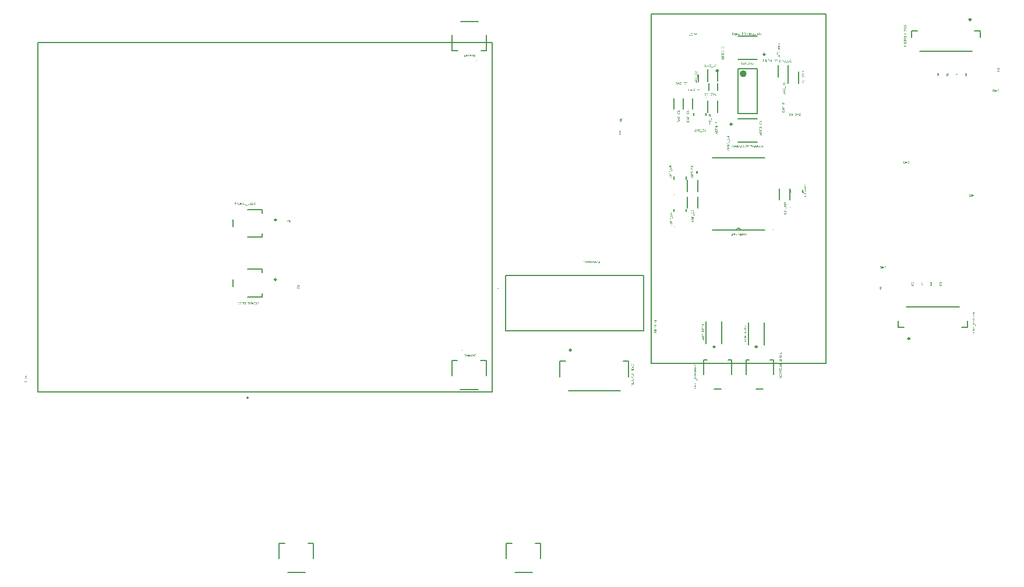
<source format=gto>
G04*
G04 #@! TF.GenerationSoftware,Altium Limited,Altium Designer,24.2.2 (26)*
G04*
G04 Layer_Color=65535*
%FSLAX44Y44*%
%MOMM*%
G71*
G04*
G04 #@! TF.SameCoordinates,1593786D-B9FD-428D-A88F-6B9BC25CD130*
G04*
G04*
G04 #@! TF.FilePolarity,Positive*
G04*
G01*
G75*
%ADD44C,0.1000*%
%ADD45C,0.2000*%
%ADD46C,0.2500*%
%ADD47C,0.5000*%
%ADD48C,0.1524*%
%ADD49C,0.1270*%
%ADD50C,0.1500*%
G36*
X1008908Y841047D02*
X1008953Y841044D01*
X1009006Y841040D01*
X1009062Y841033D01*
X1009125Y841026D01*
X1009192Y841016D01*
X1009262Y841005D01*
X1009412Y840970D01*
X1009486Y840946D01*
X1009560Y840921D01*
X1009637Y840893D01*
X1009707Y840858D01*
X1009710Y840854D01*
X1009724Y840847D01*
X1009742Y840837D01*
X1009770Y840823D01*
X1009801Y840802D01*
X1009837Y840777D01*
X1009875Y840749D01*
X1009921Y840718D01*
X1009963Y840679D01*
X1010012Y840641D01*
X1010057Y840595D01*
X1010106Y840546D01*
X1010152Y840493D01*
X1010198Y840437D01*
X1010240Y840374D01*
X1010278Y840311D01*
X1010282Y840308D01*
X1010285Y840294D01*
X1010296Y840276D01*
X1010310Y840248D01*
X1010324Y840217D01*
X1010341Y840174D01*
X1010359Y840129D01*
X1010376Y840080D01*
X1010394Y840024D01*
X1010411Y839961D01*
X1010429Y839898D01*
X1010443Y839827D01*
X1010467Y839684D01*
X1010471Y839607D01*
X1010474Y839526D01*
Y839481D01*
X1010471Y839445D01*
X1010467Y839403D01*
X1010460Y839354D01*
X1010453Y839302D01*
X1010443Y839242D01*
X1010429Y839179D01*
X1010415Y839112D01*
X1010394Y839046D01*
X1010369Y838976D01*
X1010341Y838906D01*
X1010306Y838839D01*
X1010271Y838772D01*
X1010226Y838709D01*
X1010222Y838706D01*
X1010215Y838695D01*
X1010201Y838678D01*
X1010180Y838657D01*
X1010155Y838629D01*
X1010124Y838597D01*
X1010089Y838566D01*
X1010047Y838527D01*
X1010001Y838488D01*
X1009949Y838450D01*
X1009893Y838411D01*
X1009829Y838376D01*
X1009763Y838338D01*
X1009689Y838306D01*
X1009612Y838275D01*
X1009531Y838247D01*
X1009433Y838667D01*
X1009437D01*
X1009447Y838674D01*
X1009468Y838678D01*
X1009493Y838688D01*
X1009521Y838699D01*
X1009553Y838716D01*
X1009630Y838751D01*
X1009714Y838797D01*
X1009801Y838857D01*
X1009882Y838920D01*
X1009917Y838958D01*
X1009949Y838997D01*
X1009952Y839000D01*
X1009956Y839007D01*
X1009963Y839018D01*
X1009973Y839035D01*
X1009987Y839056D01*
X1010001Y839081D01*
X1010015Y839109D01*
X1010029Y839144D01*
X1010043Y839183D01*
X1010057Y839221D01*
X1010085Y839312D01*
X1010103Y839417D01*
X1010110Y839473D01*
Y839568D01*
X1010106Y839596D01*
X1010103Y839628D01*
X1010099Y839666D01*
X1010096Y839708D01*
X1010089Y839750D01*
X1010064Y839852D01*
X1010033Y839957D01*
X1010012Y840010D01*
X1009987Y840062D01*
X1009959Y840111D01*
X1009928Y840161D01*
X1009924Y840164D01*
X1009921Y840171D01*
X1009910Y840185D01*
X1009896Y840203D01*
X1009878Y840220D01*
X1009854Y840245D01*
X1009829Y840269D01*
X1009801Y840297D01*
X1009766Y840325D01*
X1009731Y840357D01*
X1009651Y840413D01*
X1009556Y840465D01*
X1009447Y840511D01*
X1009444D01*
X1009433Y840515D01*
X1009416Y840521D01*
X1009395Y840525D01*
X1009367Y840532D01*
X1009335Y840543D01*
X1009297Y840550D01*
X1009258Y840560D01*
X1009212Y840571D01*
X1009164Y840578D01*
X1009058Y840595D01*
X1008946Y840606D01*
X1008827Y840609D01*
X1008788D01*
X1008757Y840606D01*
X1008722D01*
X1008680Y840602D01*
X1008634Y840599D01*
X1008582Y840595D01*
X1008525Y840588D01*
X1008469Y840581D01*
X1008347Y840560D01*
X1008224Y840528D01*
X1008105Y840490D01*
X1008101D01*
X1008091Y840483D01*
X1008077Y840476D01*
X1008056Y840469D01*
X1008028Y840455D01*
X1008000Y840437D01*
X1007933Y840399D01*
X1007856Y840346D01*
X1007782Y840283D01*
X1007709Y840206D01*
X1007677Y840164D01*
X1007646Y840118D01*
Y840115D01*
X1007639Y840108D01*
X1007632Y840094D01*
X1007621Y840073D01*
X1007611Y840048D01*
X1007597Y840020D01*
X1007586Y839989D01*
X1007572Y839954D01*
X1007544Y839873D01*
X1007520Y839778D01*
X1007502Y839677D01*
X1007498Y839624D01*
X1007495Y839568D01*
Y839533D01*
X1007498Y839509D01*
X1007502Y839477D01*
X1007505Y839442D01*
X1007513Y839400D01*
X1007520Y839358D01*
X1007544Y839260D01*
X1007562Y839211D01*
X1007583Y839158D01*
X1007607Y839105D01*
X1007635Y839056D01*
X1007667Y839007D01*
X1007702Y838958D01*
X1007705Y838955D01*
X1007712Y838948D01*
X1007723Y838934D01*
X1007740Y838916D01*
X1007761Y838899D01*
X1007789Y838874D01*
X1007821Y838850D01*
X1007856Y838821D01*
X1007898Y838793D01*
X1007944Y838765D01*
X1007993Y838737D01*
X1008049Y838709D01*
X1008108Y838685D01*
X1008175Y838660D01*
X1008245Y838636D01*
X1008319Y838618D01*
X1008210Y838191D01*
X1008203D01*
X1008186Y838198D01*
X1008161Y838205D01*
X1008122Y838219D01*
X1008080Y838233D01*
X1008028Y838254D01*
X1007972Y838275D01*
X1007912Y838303D01*
X1007846Y838334D01*
X1007782Y838369D01*
X1007712Y838408D01*
X1007646Y838454D01*
X1007583Y838503D01*
X1007520Y838555D01*
X1007460Y838615D01*
X1007404Y838678D01*
X1007400Y838681D01*
X1007393Y838695D01*
X1007379Y838713D01*
X1007362Y838741D01*
X1007341Y838772D01*
X1007316Y838814D01*
X1007292Y838860D01*
X1007267Y838916D01*
X1007243Y838976D01*
X1007218Y839039D01*
X1007194Y839109D01*
X1007172Y839186D01*
X1007155Y839267D01*
X1007141Y839351D01*
X1007134Y839438D01*
X1007130Y839533D01*
Y839582D01*
X1007134Y839621D01*
X1007138Y839663D01*
X1007141Y839715D01*
X1007148Y839771D01*
X1007159Y839835D01*
X1007169Y839901D01*
X1007183Y839971D01*
X1007201Y840041D01*
X1007218Y840111D01*
X1007243Y840185D01*
X1007271Y840255D01*
X1007302Y840322D01*
X1007341Y840385D01*
X1007344Y840388D01*
X1007351Y840399D01*
X1007362Y840416D01*
X1007379Y840437D01*
X1007404Y840465D01*
X1007428Y840497D01*
X1007460Y840532D01*
X1007498Y840571D01*
X1007541Y840609D01*
X1007586Y840651D01*
X1007635Y840690D01*
X1007691Y840732D01*
X1007751Y840774D01*
X1007814Y840813D01*
X1007884Y840847D01*
X1007958Y840883D01*
X1007961Y840886D01*
X1007975Y840890D01*
X1008000Y840897D01*
X1008028Y840907D01*
X1008066Y840921D01*
X1008108Y840935D01*
X1008161Y840949D01*
X1008217Y840967D01*
X1008280Y840981D01*
X1008347Y840998D01*
X1008417Y841012D01*
X1008494Y841023D01*
X1008655Y841044D01*
X1008739Y841047D01*
X1008823Y841051D01*
X1008873D01*
X1008908Y841047D01*
D02*
G37*
G36*
X1010418Y836154D02*
X1010415Y836115D01*
Y836077D01*
X1010411Y836031D01*
X1010408Y835979D01*
X1010397Y835874D01*
X1010380Y835765D01*
X1010359Y835660D01*
X1010345Y835614D01*
X1010331Y835569D01*
Y835565D01*
X1010327Y835558D01*
X1010320Y835548D01*
X1010313Y835530D01*
X1010292Y835488D01*
X1010261Y835439D01*
X1010219Y835379D01*
X1010162Y835320D01*
X1010099Y835260D01*
X1010022Y835208D01*
X1010019D01*
X1010012Y835201D01*
X1010001Y835194D01*
X1009984Y835187D01*
X1009963Y835176D01*
X1009938Y835166D01*
X1009910Y835152D01*
X1009878Y835137D01*
X1009805Y835113D01*
X1009724Y835092D01*
X1009633Y835078D01*
X1009535Y835071D01*
X1009500D01*
X1009479Y835074D01*
X1009447Y835078D01*
X1009412Y835081D01*
X1009374Y835089D01*
X1009332Y835099D01*
X1009241Y835127D01*
X1009192Y835145D01*
X1009142Y835166D01*
X1009093Y835190D01*
X1009044Y835222D01*
X1008999Y835257D01*
X1008953Y835295D01*
X1008950Y835299D01*
X1008943Y835306D01*
X1008932Y835320D01*
X1008915Y835337D01*
X1008897Y835362D01*
X1008876Y835390D01*
X1008851Y835425D01*
X1008827Y835467D01*
X1008802Y835513D01*
X1008778Y835562D01*
X1008753Y835618D01*
X1008729Y835681D01*
X1008708Y835748D01*
X1008687Y835821D01*
X1008669Y835902D01*
X1008655Y835986D01*
Y835982D01*
X1008652Y835979D01*
X1008641Y835958D01*
X1008624Y835926D01*
X1008603Y835888D01*
X1008578Y835846D01*
X1008554Y835804D01*
X1008522Y835761D01*
X1008494Y835726D01*
X1008491Y835723D01*
X1008487Y835719D01*
X1008476Y835709D01*
X1008462Y835695D01*
X1008445Y835677D01*
X1008424Y835656D01*
X1008375Y835611D01*
X1008312Y835558D01*
X1008238Y835499D01*
X1008154Y835435D01*
X1008063Y835372D01*
X1007183Y834812D01*
Y835348D01*
X1007856Y835776D01*
X1007859Y835779D01*
X1007870Y835782D01*
X1007884Y835793D01*
X1007905Y835807D01*
X1007930Y835821D01*
X1007958Y835842D01*
X1008021Y835884D01*
X1008094Y835933D01*
X1008168Y835982D01*
X1008238Y836035D01*
X1008301Y836084D01*
X1008305D01*
X1008308Y836091D01*
X1008326Y836105D01*
X1008354Y836126D01*
X1008385Y836158D01*
X1008420Y836189D01*
X1008455Y836228D01*
X1008491Y836266D01*
X1008515Y836301D01*
X1008519Y836305D01*
X1008525Y836319D01*
X1008536Y836336D01*
X1008550Y836361D01*
X1008564Y836392D01*
X1008578Y836424D01*
X1008592Y836459D01*
X1008603Y836498D01*
Y836501D01*
X1008606Y836512D01*
X1008610Y836529D01*
X1008613Y836554D01*
Y836589D01*
X1008617Y836631D01*
X1008620Y836680D01*
Y837230D01*
X1007183D01*
Y837658D01*
X1010418D01*
Y836154D01*
D02*
G37*
G36*
X1008866Y834503D02*
X1008908Y834500D01*
X1008957Y834496D01*
X1009013Y834489D01*
X1009072Y834482D01*
X1009139Y834472D01*
X1009209Y834457D01*
X1009356Y834423D01*
X1009433Y834401D01*
X1009510Y834373D01*
X1009588Y834345D01*
X1009665Y834310D01*
X1009668Y834307D01*
X1009682Y834300D01*
X1009703Y834289D01*
X1009731Y834275D01*
X1009766Y834254D01*
X1009805Y834230D01*
X1009847Y834198D01*
X1009896Y834167D01*
X1009945Y834128D01*
X1009994Y834086D01*
X1010043Y834040D01*
X1010096Y833988D01*
X1010145Y833935D01*
X1010191Y833876D01*
X1010236Y833813D01*
X1010275Y833746D01*
X1010278Y833743D01*
X1010282Y833728D01*
X1010292Y833707D01*
X1010306Y833679D01*
X1010320Y833644D01*
X1010338Y833602D01*
X1010355Y833553D01*
X1010376Y833501D01*
X1010394Y833441D01*
X1010411Y833374D01*
X1010429Y833304D01*
X1010443Y833227D01*
X1010457Y833150D01*
X1010467Y833066D01*
X1010471Y832978D01*
X1010474Y832891D01*
Y832831D01*
X1010471Y832800D01*
X1010467Y832765D01*
X1010464Y832726D01*
X1010460Y832680D01*
X1010446Y832582D01*
X1010425Y832474D01*
X1010397Y832365D01*
X1010359Y832256D01*
Y832253D01*
X1010355Y832242D01*
X1010348Y832228D01*
X1010338Y832211D01*
X1010327Y832186D01*
X1010313Y832158D01*
X1010278Y832095D01*
X1010232Y832021D01*
X1010180Y831948D01*
X1010117Y831878D01*
X1010043Y831811D01*
X1010040Y831808D01*
X1010033Y831804D01*
X1010022Y831797D01*
X1010008Y831783D01*
X1009987Y831773D01*
X1009963Y831755D01*
X1009935Y831738D01*
X1009900Y831720D01*
X1009865Y831699D01*
X1009826Y831681D01*
X1009780Y831660D01*
X1009735Y831639D01*
X1009630Y831601D01*
X1009514Y831566D01*
X1009409Y831955D01*
X1009412D01*
X1009419Y831958D01*
X1009433Y831962D01*
X1009451Y831969D01*
X1009468Y831976D01*
X1009493Y831983D01*
X1009549Y832004D01*
X1009612Y832032D01*
X1009675Y832064D01*
X1009738Y832098D01*
X1009794Y832137D01*
X1009801Y832141D01*
X1009819Y832158D01*
X1009844Y832183D01*
X1009878Y832214D01*
X1009914Y832260D01*
X1009952Y832312D01*
X1009987Y832375D01*
X1010022Y832446D01*
Y832449D01*
X1010026Y832456D01*
X1010029Y832467D01*
X1010036Y832481D01*
X1010043Y832498D01*
X1010050Y832523D01*
X1010068Y832575D01*
X1010082Y832642D01*
X1010096Y832716D01*
X1010106Y832800D01*
X1010110Y832887D01*
Y832936D01*
X1010106Y832961D01*
Y832992D01*
X1010103Y833024D01*
X1010099Y833063D01*
X1010089Y833140D01*
X1010071Y833227D01*
X1010050Y833311D01*
X1010019Y833395D01*
Y833399D01*
X1010015Y833406D01*
X1010008Y833417D01*
X1010001Y833430D01*
X1009984Y833469D01*
X1009956Y833518D01*
X1009921Y833574D01*
X1009878Y833630D01*
X1009833Y833690D01*
X1009780Y833743D01*
X1009773Y833749D01*
X1009756Y833764D01*
X1009724Y833788D01*
X1009686Y833816D01*
X1009640Y833848D01*
X1009584Y833883D01*
X1009525Y833914D01*
X1009461Y833942D01*
X1009458D01*
X1009447Y833946D01*
X1009433Y833953D01*
X1009409Y833960D01*
X1009381Y833970D01*
X1009349Y833981D01*
X1009311Y833991D01*
X1009269Y834002D01*
X1009223Y834016D01*
X1009171Y834026D01*
X1009062Y834044D01*
X1008939Y834058D01*
X1008809Y834065D01*
X1008767D01*
X1008739Y834062D01*
X1008701D01*
X1008659Y834058D01*
X1008610Y834051D01*
X1008557Y834047D01*
X1008441Y834030D01*
X1008322Y834002D01*
X1008199Y833967D01*
X1008084Y833918D01*
X1008080Y833914D01*
X1008070Y833911D01*
X1008056Y833904D01*
X1008035Y833890D01*
X1008014Y833876D01*
X1007986Y833855D01*
X1007923Y833809D01*
X1007852Y833746D01*
X1007779Y833672D01*
X1007712Y833588D01*
X1007681Y833539D01*
X1007653Y833487D01*
Y833483D01*
X1007646Y833473D01*
X1007639Y833459D01*
X1007632Y833438D01*
X1007621Y833410D01*
X1007607Y833378D01*
X1007597Y833343D01*
X1007583Y833304D01*
X1007569Y833262D01*
X1007558Y833213D01*
X1007533Y833111D01*
X1007520Y832999D01*
X1007513Y832880D01*
Y832852D01*
X1007516Y832831D01*
Y832807D01*
X1007520Y832778D01*
X1007523Y832747D01*
X1007526Y832708D01*
X1007537Y832628D01*
X1007558Y832537D01*
X1007583Y832439D01*
X1007618Y832340D01*
Y832337D01*
X1007621Y832330D01*
X1007628Y832316D01*
X1007635Y832295D01*
X1007646Y832274D01*
X1007660Y832249D01*
X1007688Y832190D01*
X1007723Y832123D01*
X1007761Y832057D01*
X1007800Y831993D01*
X1007846Y831937D01*
X1008452D01*
Y832887D01*
X1008834D01*
Y831517D01*
X1007632D01*
X1007628Y831520D01*
X1007621Y831531D01*
X1007607Y831548D01*
X1007590Y831573D01*
X1007569Y831601D01*
X1007548Y831636D01*
X1007520Y831674D01*
X1007492Y831717D01*
X1007463Y831762D01*
X1007432Y831815D01*
X1007369Y831923D01*
X1007309Y832042D01*
X1007257Y832169D01*
Y832172D01*
X1007250Y832183D01*
X1007246Y832200D01*
X1007236Y832228D01*
X1007229Y832256D01*
X1007218Y832295D01*
X1007204Y832333D01*
X1007194Y832379D01*
X1007183Y832431D01*
X1007169Y832484D01*
X1007151Y832600D01*
X1007138Y832726D01*
X1007130Y832856D01*
Y832901D01*
X1007134Y832936D01*
X1007138Y832978D01*
X1007141Y833027D01*
X1007148Y833083D01*
X1007155Y833143D01*
X1007166Y833206D01*
X1007179Y833276D01*
X1007197Y833346D01*
X1007218Y833423D01*
X1007239Y833497D01*
X1007267Y833571D01*
X1007299Y833648D01*
X1007334Y833721D01*
X1007337Y833725D01*
X1007344Y833739D01*
X1007355Y833760D01*
X1007372Y833784D01*
X1007393Y833816D01*
X1007418Y833855D01*
X1007449Y833897D01*
X1007485Y833942D01*
X1007523Y833988D01*
X1007569Y834037D01*
X1007614Y834086D01*
X1007667Y834135D01*
X1007726Y834181D01*
X1007786Y834226D01*
X1007852Y834272D01*
X1007923Y834310D01*
X1007926Y834314D01*
X1007940Y834317D01*
X1007961Y834328D01*
X1007989Y834342D01*
X1008028Y834356D01*
X1008070Y834373D01*
X1008119Y834391D01*
X1008175Y834408D01*
X1008235Y834426D01*
X1008301Y834444D01*
X1008375Y834461D01*
X1008448Y834475D01*
X1008529Y834489D01*
X1008610Y834500D01*
X1008697Y834503D01*
X1008785Y834507D01*
X1008830D01*
X1008866Y834503D01*
D02*
G37*
G36*
X764727Y829902D02*
X764328D01*
Y830362D01*
X764727D01*
Y829902D01*
D02*
G37*
G36*
X761186D02*
X760787D01*
Y830362D01*
X761186D01*
Y829902D01*
D02*
G37*
G36*
X801125Y829516D02*
X801143Y829514D01*
X801163Y829511D01*
X801188Y829509D01*
X801216Y829504D01*
X801277Y829488D01*
X801348Y829466D01*
X801384Y829450D01*
X801422Y829433D01*
X801463Y829412D01*
X801501Y829389D01*
X801359Y829018D01*
X801356D01*
X801351Y829021D01*
X801343Y829026D01*
X801333Y829031D01*
X801320Y829039D01*
X801305Y829046D01*
X801267Y829062D01*
X801224Y829077D01*
X801173Y829092D01*
X801122Y829102D01*
X801067Y829105D01*
X801044D01*
X801021Y829100D01*
X800988Y829095D01*
X800952Y829085D01*
X800914Y829072D01*
X800873Y829052D01*
X800833Y829024D01*
X800828Y829021D01*
X800815Y829008D01*
X800797Y828991D01*
X800774Y828968D01*
X800751Y828935D01*
X800726Y828899D01*
X800703Y828856D01*
X800686Y828805D01*
Y828803D01*
X800683Y828795D01*
X800680Y828785D01*
X800675Y828767D01*
X800670Y828749D01*
X800665Y828724D01*
X800658Y828699D01*
X800652Y828668D01*
X800647Y828635D01*
X800640Y828597D01*
X800630Y828518D01*
X800622Y828432D01*
X800619Y828340D01*
Y827106D01*
X800221D01*
Y829466D01*
X800579D01*
Y829105D01*
X800581Y829107D01*
X800584Y829115D01*
X800592Y829128D01*
X800602Y829146D01*
X800614Y829166D01*
X800630Y829189D01*
X800663Y829242D01*
X800701Y829298D01*
X800744Y829351D01*
X800767Y829377D01*
X800790Y829399D01*
X800810Y829420D01*
X800833Y829438D01*
X800835D01*
X800838Y829440D01*
X800853Y829450D01*
X800876Y829463D01*
X800909Y829478D01*
X800947Y829493D01*
X800990Y829506D01*
X801039Y829516D01*
X801089Y829519D01*
X801110D01*
X801125Y829516D01*
D02*
G37*
G36*
X776149Y830372D02*
X776172D01*
X776200Y830370D01*
X776230Y830365D01*
X776266Y830360D01*
X776301Y830355D01*
X776340Y830347D01*
X776423Y830327D01*
X776507Y830296D01*
X776550Y830278D01*
X776594Y830258D01*
X776596D01*
X776604Y830253D01*
X776616Y830245D01*
X776632Y830238D01*
X776649Y830225D01*
X776672Y830212D01*
X776721Y830177D01*
X776776Y830131D01*
X776835Y830078D01*
X776891Y830017D01*
X776939Y829946D01*
X776942Y829943D01*
X776944Y829938D01*
X776949Y829925D01*
X776957Y829913D01*
X776967Y829892D01*
X776977Y829872D01*
X776987Y829847D01*
X777000Y829821D01*
X777010Y829791D01*
X777020Y829758D01*
X777041Y829687D01*
X777053Y829608D01*
X777058Y829567D01*
Y829527D01*
Y829524D01*
Y829516D01*
Y829506D01*
X777056Y829491D01*
Y829473D01*
X777053Y829450D01*
X777048Y829427D01*
X777043Y829399D01*
X777030Y829341D01*
X777010Y829275D01*
X776982Y829209D01*
X776964Y829176D01*
X776944Y829143D01*
Y829140D01*
X776939Y829135D01*
X776931Y829125D01*
X776924Y829115D01*
X776911Y829100D01*
X776896Y829082D01*
X776878Y829064D01*
X776860Y829044D01*
X776837Y829024D01*
X776812Y829001D01*
X776784Y828978D01*
X776754Y828955D01*
X776723Y828932D01*
X776687Y828909D01*
X776609Y828869D01*
X776611D01*
X776621Y828866D01*
X776637Y828861D01*
X776657Y828856D01*
X776680Y828846D01*
X776708Y828836D01*
X776741Y828826D01*
X776774Y828810D01*
X776809Y828792D01*
X776845Y828772D01*
X776883Y828749D01*
X776921Y828724D01*
X776957Y828696D01*
X776992Y828665D01*
X777028Y828630D01*
X777058Y828592D01*
X777061Y828589D01*
X777066Y828582D01*
X777074Y828571D01*
X777084Y828554D01*
X777096Y828533D01*
X777109Y828508D01*
X777124Y828480D01*
X777140Y828447D01*
X777152Y828411D01*
X777168Y828371D01*
X777180Y828328D01*
X777193Y828282D01*
X777203Y828234D01*
X777211Y828180D01*
X777216Y828124D01*
X777218Y828066D01*
Y828061D01*
Y828048D01*
X777216Y828025D01*
X777213Y827995D01*
X777208Y827959D01*
X777203Y827916D01*
X777193Y827868D01*
X777180Y827817D01*
X777162Y827761D01*
X777142Y827703D01*
X777117Y827644D01*
X777086Y827583D01*
X777051Y827523D01*
X777010Y827461D01*
X776962Y827403D01*
X776906Y827345D01*
X776903Y827342D01*
X776891Y827332D01*
X776876Y827317D01*
X776850Y827299D01*
X776820Y827276D01*
X776784Y827251D01*
X776741Y827225D01*
X776693Y827197D01*
X776637Y827169D01*
X776578Y827144D01*
X776512Y827119D01*
X776444Y827096D01*
X776367Y827078D01*
X776289Y827063D01*
X776205Y827053D01*
X776119Y827050D01*
X776101D01*
X776078Y827053D01*
X776048Y827055D01*
X776009Y827058D01*
X775969Y827063D01*
X775920Y827070D01*
X775870Y827083D01*
X775814Y827096D01*
X775755Y827111D01*
X775697Y827134D01*
X775636Y827157D01*
X775578Y827187D01*
X775517Y827220D01*
X775461Y827258D01*
X775405Y827304D01*
X775402Y827307D01*
X775392Y827317D01*
X775379Y827329D01*
X775359Y827350D01*
X775339Y827375D01*
X775313Y827406D01*
X775288Y827444D01*
X775260Y827484D01*
X775232Y827528D01*
X775202Y827578D01*
X775176Y827634D01*
X775151Y827693D01*
X775128Y827756D01*
X775110Y827822D01*
X775095Y827893D01*
X775085Y827967D01*
X775484Y828020D01*
Y828018D01*
X775486Y828005D01*
X775491Y827987D01*
X775496Y827964D01*
X775504Y827936D01*
X775514Y827906D01*
X775524Y827870D01*
X775539Y827832D01*
X775570Y827751D01*
X775611Y827670D01*
X775633Y827632D01*
X775659Y827594D01*
X775687Y827561D01*
X775717Y827530D01*
X775720Y827528D01*
X775725Y827523D01*
X775735Y827517D01*
X775748Y827507D01*
X775763Y827495D01*
X775783Y827482D01*
X775804Y827469D01*
X775829Y827456D01*
X775857Y827441D01*
X775887Y827429D01*
X775959Y827403D01*
X775994Y827393D01*
X776035Y827388D01*
X776078Y827383D01*
X776121Y827380D01*
X776134D01*
X776149Y827383D01*
X776169D01*
X776192Y827385D01*
X776220Y827390D01*
X776253Y827395D01*
X776289Y827406D01*
X776324Y827416D01*
X776362Y827429D01*
X776403Y827444D01*
X776444Y827461D01*
X776482Y827484D01*
X776522Y827510D01*
X776561Y827540D01*
X776599Y827573D01*
X776601Y827576D01*
X776606Y827583D01*
X776616Y827594D01*
X776629Y827609D01*
X776644Y827627D01*
X776660Y827650D01*
X776677Y827677D01*
X776698Y827708D01*
X776715Y827741D01*
X776733Y827779D01*
X776749Y827817D01*
X776764Y827860D01*
X776776Y827906D01*
X776787Y827954D01*
X776792Y828005D01*
X776794Y828058D01*
Y828061D01*
Y828071D01*
Y828084D01*
X776792Y828104D01*
X776789Y828127D01*
X776784Y828155D01*
X776779Y828185D01*
X776771Y828218D01*
X776761Y828254D01*
X776751Y828290D01*
X776736Y828328D01*
X776718Y828366D01*
X776698Y828404D01*
X776672Y828439D01*
X776647Y828475D01*
X776614Y828511D01*
X776611Y828513D01*
X776606Y828518D01*
X776596Y828528D01*
X776581Y828539D01*
X776563Y828551D01*
X776543Y828566D01*
X776517Y828584D01*
X776489Y828602D01*
X776456Y828617D01*
X776423Y828635D01*
X776385Y828650D01*
X776345Y828663D01*
X776301Y828673D01*
X776253Y828683D01*
X776205Y828688D01*
X776154Y828691D01*
X776134D01*
X776108Y828688D01*
X776075Y828686D01*
X776035Y828681D01*
X775986Y828673D01*
X775933Y828663D01*
X775872Y828648D01*
X775915Y828998D01*
X775923D01*
X775938Y828996D01*
X775961Y828993D01*
X776007D01*
X776025Y828996D01*
X776048Y828998D01*
X776073Y829001D01*
X776101Y829003D01*
X776134Y829011D01*
X776205Y829026D01*
X776284Y829049D01*
X776322Y829064D01*
X776362Y829082D01*
X776403Y829102D01*
X776441Y829125D01*
X776444Y829128D01*
X776451Y829133D01*
X776461Y829140D01*
X776474Y829151D01*
X776489Y829166D01*
X776507Y829184D01*
X776525Y829204D01*
X776545Y829227D01*
X776563Y829255D01*
X776581Y829285D01*
X776599Y829318D01*
X776614Y829356D01*
X776629Y829397D01*
X776639Y829440D01*
X776644Y829486D01*
X776647Y829537D01*
Y829539D01*
Y829547D01*
Y829557D01*
X776644Y829575D01*
X776642Y829593D01*
X776639Y829615D01*
X776634Y829638D01*
X776629Y829666D01*
X776611Y829722D01*
X776599Y829753D01*
X776583Y829783D01*
X776566Y829816D01*
X776548Y829844D01*
X776522Y829874D01*
X776497Y829902D01*
X776495Y829905D01*
X776489Y829908D01*
X776482Y829915D01*
X776469Y829925D01*
X776456Y829936D01*
X776436Y829948D01*
X776416Y829961D01*
X776393Y829976D01*
X776365Y829989D01*
X776337Y830002D01*
X776304Y830014D01*
X776271Y830024D01*
X776235Y830034D01*
X776195Y830042D01*
X776154Y830045D01*
X776111Y830047D01*
X776088D01*
X776073Y830045D01*
X776052Y830042D01*
X776030Y830040D01*
X776004Y830034D01*
X775976Y830030D01*
X775915Y830012D01*
X775882Y829999D01*
X775849Y829986D01*
X775816Y829968D01*
X775783Y829948D01*
X775753Y829925D01*
X775722Y829900D01*
X775720Y829897D01*
X775715Y829892D01*
X775707Y829885D01*
X775697Y829872D01*
X775684Y829857D01*
X775671Y829839D01*
X775656Y829816D01*
X775639Y829791D01*
X775623Y829760D01*
X775605Y829727D01*
X775590Y829692D01*
X775573Y829653D01*
X775560Y829610D01*
X775545Y829562D01*
X775534Y829514D01*
X775524Y829461D01*
X775125Y829532D01*
Y829537D01*
X775128Y829549D01*
X775133Y829570D01*
X775141Y829598D01*
X775151Y829631D01*
X775161Y829671D01*
X775176Y829715D01*
X775194Y829760D01*
X775214Y829809D01*
X775237Y829859D01*
X775265Y829913D01*
X775296Y829963D01*
X775329Y830014D01*
X775367Y830065D01*
X775410Y830111D01*
X775456Y830154D01*
X775458Y830156D01*
X775468Y830164D01*
X775484Y830174D01*
X775504Y830190D01*
X775529Y830205D01*
X775560Y830225D01*
X775595Y830243D01*
X775636Y830266D01*
X775679Y830286D01*
X775730Y830306D01*
X775783Y830324D01*
X775839Y830339D01*
X775900Y830355D01*
X775964Y830365D01*
X776032Y830372D01*
X776103Y830375D01*
X776129D01*
X776149Y830372D01*
D02*
G37*
G36*
X772357D02*
X772380D01*
X772408Y830370D01*
X772438Y830365D01*
X772474Y830360D01*
X772509Y830355D01*
X772547Y830347D01*
X772631Y830327D01*
X772715Y830296D01*
X772758Y830278D01*
X772801Y830258D01*
X772804D01*
X772812Y830253D01*
X772824Y830245D01*
X772839Y830238D01*
X772857Y830225D01*
X772880Y830212D01*
X772928Y830177D01*
X772984Y830131D01*
X773043Y830078D01*
X773099Y830017D01*
X773147Y829946D01*
X773149Y829943D01*
X773152Y829938D01*
X773157Y829925D01*
X773165Y829913D01*
X773175Y829892D01*
X773185Y829872D01*
X773195Y829847D01*
X773208Y829821D01*
X773218Y829791D01*
X773228Y829758D01*
X773248Y829687D01*
X773261Y829608D01*
X773266Y829567D01*
Y829527D01*
Y829524D01*
Y829516D01*
Y829506D01*
X773264Y829491D01*
Y829473D01*
X773261Y829450D01*
X773256Y829427D01*
X773251Y829399D01*
X773238Y829341D01*
X773218Y829275D01*
X773190Y829209D01*
X773172Y829176D01*
X773152Y829143D01*
Y829140D01*
X773147Y829135D01*
X773139Y829125D01*
X773131Y829115D01*
X773119Y829100D01*
X773104Y829082D01*
X773086Y829064D01*
X773068Y829044D01*
X773045Y829024D01*
X773020Y829001D01*
X772992Y828978D01*
X772961Y828955D01*
X772931Y828932D01*
X772895Y828909D01*
X772817Y828869D01*
X772819D01*
X772829Y828866D01*
X772844Y828861D01*
X772865Y828856D01*
X772888Y828846D01*
X772916Y828836D01*
X772949Y828826D01*
X772982Y828810D01*
X773017Y828792D01*
X773053Y828772D01*
X773091Y828749D01*
X773129Y828724D01*
X773165Y828696D01*
X773200Y828665D01*
X773236Y828630D01*
X773266Y828592D01*
X773269Y828589D01*
X773274Y828582D01*
X773281Y828571D01*
X773292Y828554D01*
X773304Y828533D01*
X773317Y828508D01*
X773332Y828480D01*
X773347Y828447D01*
X773360Y828411D01*
X773375Y828371D01*
X773388Y828328D01*
X773401Y828282D01*
X773411Y828234D01*
X773419Y828180D01*
X773424Y828124D01*
X773426Y828066D01*
Y828061D01*
Y828048D01*
X773424Y828025D01*
X773421Y827995D01*
X773416Y827959D01*
X773411Y827916D01*
X773401Y827868D01*
X773388Y827817D01*
X773370Y827761D01*
X773350Y827703D01*
X773325Y827644D01*
X773294Y827583D01*
X773259Y827523D01*
X773218Y827461D01*
X773170Y827403D01*
X773114Y827345D01*
X773111Y827342D01*
X773099Y827332D01*
X773083Y827317D01*
X773058Y827299D01*
X773027Y827276D01*
X772992Y827251D01*
X772949Y827225D01*
X772900Y827197D01*
X772844Y827169D01*
X772786Y827144D01*
X772720Y827119D01*
X772652Y827096D01*
X772575Y827078D01*
X772496Y827063D01*
X772413Y827053D01*
X772326Y827050D01*
X772309D01*
X772286Y827053D01*
X772255Y827055D01*
X772217Y827058D01*
X772177Y827063D01*
X772128Y827070D01*
X772077Y827083D01*
X772022Y827096D01*
X771963Y827111D01*
X771905Y827134D01*
X771844Y827157D01*
X771785Y827187D01*
X771724Y827220D01*
X771668Y827258D01*
X771613Y827304D01*
X771610Y827307D01*
X771600Y827317D01*
X771587Y827329D01*
X771567Y827350D01*
X771547Y827375D01*
X771521Y827406D01*
X771496Y827444D01*
X771468Y827484D01*
X771440Y827528D01*
X771409Y827578D01*
X771384Y827634D01*
X771359Y827693D01*
X771336Y827756D01*
X771318Y827822D01*
X771303Y827893D01*
X771293Y827967D01*
X771691Y828020D01*
Y828018D01*
X771694Y828005D01*
X771699Y827987D01*
X771704Y827964D01*
X771712Y827936D01*
X771722Y827906D01*
X771732Y827870D01*
X771747Y827832D01*
X771778Y827751D01*
X771818Y827670D01*
X771841Y827632D01*
X771867Y827594D01*
X771895Y827561D01*
X771925Y827530D01*
X771928Y827528D01*
X771933Y827523D01*
X771943Y827517D01*
X771955Y827507D01*
X771971Y827495D01*
X771991Y827482D01*
X772011Y827469D01*
X772037Y827456D01*
X772065Y827441D01*
X772095Y827429D01*
X772166Y827403D01*
X772202Y827393D01*
X772243Y827388D01*
X772286Y827383D01*
X772329Y827380D01*
X772342D01*
X772357Y827383D01*
X772377D01*
X772400Y827385D01*
X772428Y827390D01*
X772461Y827395D01*
X772496Y827406D01*
X772532Y827416D01*
X772570Y827429D01*
X772611Y827444D01*
X772652Y827461D01*
X772690Y827484D01*
X772730Y827510D01*
X772768Y827540D01*
X772806Y827573D01*
X772809Y827576D01*
X772814Y827583D01*
X772824Y827594D01*
X772837Y827609D01*
X772852Y827627D01*
X772867Y827650D01*
X772885Y827677D01*
X772906Y827708D01*
X772923Y827741D01*
X772941Y827779D01*
X772956Y827817D01*
X772971Y827860D01*
X772984Y827906D01*
X772994Y827954D01*
X772999Y828005D01*
X773002Y828058D01*
Y828061D01*
Y828071D01*
Y828084D01*
X772999Y828104D01*
X772997Y828127D01*
X772992Y828155D01*
X772987Y828185D01*
X772979Y828218D01*
X772969Y828254D01*
X772959Y828290D01*
X772944Y828328D01*
X772926Y828366D01*
X772906Y828404D01*
X772880Y828439D01*
X772855Y828475D01*
X772822Y828511D01*
X772819Y828513D01*
X772814Y828518D01*
X772804Y828528D01*
X772789Y828539D01*
X772771Y828551D01*
X772750Y828566D01*
X772725Y828584D01*
X772697Y828602D01*
X772664Y828617D01*
X772631Y828635D01*
X772593Y828650D01*
X772552Y828663D01*
X772509Y828673D01*
X772461Y828683D01*
X772413Y828688D01*
X772362Y828691D01*
X772342D01*
X772316Y828688D01*
X772283Y828686D01*
X772243Y828681D01*
X772194Y828673D01*
X772141Y828663D01*
X772080Y828648D01*
X772123Y828998D01*
X772131D01*
X772146Y828996D01*
X772169Y828993D01*
X772215D01*
X772232Y828996D01*
X772255Y828998D01*
X772281Y829001D01*
X772309Y829003D01*
X772342Y829011D01*
X772413Y829026D01*
X772492Y829049D01*
X772530Y829064D01*
X772570Y829082D01*
X772611Y829102D01*
X772649Y829125D01*
X772652Y829128D01*
X772659Y829133D01*
X772669Y829140D01*
X772682Y829151D01*
X772697Y829166D01*
X772715Y829184D01*
X772733Y829204D01*
X772753Y829227D01*
X772771Y829255D01*
X772789Y829285D01*
X772806Y829318D01*
X772822Y829356D01*
X772837Y829397D01*
X772847Y829440D01*
X772852Y829486D01*
X772855Y829537D01*
Y829539D01*
Y829547D01*
Y829557D01*
X772852Y829575D01*
X772850Y829593D01*
X772847Y829615D01*
X772842Y829638D01*
X772837Y829666D01*
X772819Y829722D01*
X772806Y829753D01*
X772791Y829783D01*
X772773Y829816D01*
X772756Y829844D01*
X772730Y829874D01*
X772705Y829902D01*
X772702Y829905D01*
X772697Y829908D01*
X772690Y829915D01*
X772677Y829925D01*
X772664Y829936D01*
X772644Y829948D01*
X772624Y829961D01*
X772601Y829976D01*
X772573Y829989D01*
X772545Y830002D01*
X772512Y830014D01*
X772479Y830024D01*
X772443Y830034D01*
X772403Y830042D01*
X772362Y830045D01*
X772319Y830047D01*
X772296D01*
X772281Y830045D01*
X772260Y830042D01*
X772237Y830040D01*
X772212Y830034D01*
X772184Y830030D01*
X772123Y830012D01*
X772090Y829999D01*
X772057Y829986D01*
X772024Y829968D01*
X771991Y829948D01*
X771961Y829925D01*
X771930Y829900D01*
X771928Y829897D01*
X771923Y829892D01*
X771915Y829885D01*
X771905Y829872D01*
X771892Y829857D01*
X771879Y829839D01*
X771864Y829816D01*
X771846Y829791D01*
X771831Y829760D01*
X771813Y829727D01*
X771798Y829692D01*
X771780Y829653D01*
X771768Y829610D01*
X771752Y829562D01*
X771742Y829514D01*
X771732Y829461D01*
X771333Y829532D01*
Y829537D01*
X771336Y829549D01*
X771341Y829570D01*
X771348Y829598D01*
X771359Y829631D01*
X771369Y829671D01*
X771384Y829715D01*
X771402Y829760D01*
X771422Y829809D01*
X771445Y829859D01*
X771473Y829913D01*
X771503Y829963D01*
X771536Y830014D01*
X771574Y830065D01*
X771618Y830111D01*
X771663Y830154D01*
X771666Y830156D01*
X771676Y830164D01*
X771691Y830174D01*
X771712Y830190D01*
X771737Y830205D01*
X771768Y830225D01*
X771803Y830243D01*
X771844Y830266D01*
X771887Y830286D01*
X771938Y830306D01*
X771991Y830324D01*
X772047Y830339D01*
X772108Y830355D01*
X772171Y830365D01*
X772240Y830372D01*
X772311Y830375D01*
X772337D01*
X772357Y830372D01*
D02*
G37*
G36*
X1006573Y828671D02*
X1006286D01*
Y831303D01*
X1006573D01*
Y828671D01*
D02*
G37*
G36*
X698703Y829467D02*
X698736D01*
X698772Y829465D01*
X698812Y829460D01*
X698858Y829455D01*
X698906Y829450D01*
X698957Y829442D01*
X699066Y829422D01*
X699176Y829391D01*
X699229Y829373D01*
X699282Y829353D01*
X699285Y829351D01*
X699295Y829348D01*
X699308Y829341D01*
X699328Y829330D01*
X699351Y829320D01*
X699379Y829305D01*
X699407Y829287D01*
X699440Y829267D01*
X699473Y829244D01*
X699508Y829219D01*
X699544Y829188D01*
X699577Y829158D01*
X699613Y829125D01*
X699645Y829089D01*
X699679Y829048D01*
X699706Y829008D01*
X699709Y829005D01*
X699714Y828998D01*
X699722Y828985D01*
X699729Y828967D01*
X699742Y828947D01*
X699755Y828921D01*
X699768Y828891D01*
X699783Y828860D01*
X699798Y828822D01*
X699813Y828784D01*
X699826Y828741D01*
X699839Y828698D01*
X699859Y828601D01*
X699864Y828550D01*
X699869Y828497D01*
X699455Y828467D01*
Y828469D01*
X699453Y828479D01*
X699450Y828497D01*
X699447Y828518D01*
X699440Y828543D01*
X699435Y828573D01*
X699425Y828604D01*
X699414Y828639D01*
X699399Y828678D01*
X699384Y828716D01*
X699366Y828754D01*
X699343Y828792D01*
X699320Y828830D01*
X699293Y828866D01*
X699262Y828901D01*
X699226Y828932D01*
X699224Y828934D01*
X699219Y828939D01*
X699206Y828947D01*
X699191Y828957D01*
X699171Y828970D01*
X699145Y828982D01*
X699117Y828998D01*
X699084Y829013D01*
X699046Y829025D01*
X699006Y829041D01*
X698957Y829053D01*
X698906Y829066D01*
X698853Y829076D01*
X698792Y829084D01*
X698729Y829089D01*
X698660Y829092D01*
X698622D01*
X698596Y829089D01*
X698564Y829087D01*
X698528Y829084D01*
X698485Y829079D01*
X698442Y829074D01*
X698348Y829056D01*
X698302Y829046D01*
X698254Y829031D01*
X698208Y829013D01*
X698165Y828995D01*
X698124Y828972D01*
X698089Y828947D01*
X698086Y828944D01*
X698081Y828939D01*
X698073Y828932D01*
X698061Y828921D01*
X698048Y828906D01*
X698033Y828891D01*
X698017Y828871D01*
X698000Y828850D01*
X697967Y828800D01*
X697939Y828741D01*
X697926Y828708D01*
X697918Y828675D01*
X697913Y828639D01*
X697911Y828601D01*
Y828599D01*
Y828594D01*
Y828584D01*
X697913Y828573D01*
X697916Y828558D01*
X697918Y828540D01*
X697926Y828500D01*
X697941Y828454D01*
X697964Y828406D01*
X697977Y828380D01*
X697995Y828357D01*
X698012Y828335D01*
X698035Y828312D01*
X698038D01*
X698043Y828307D01*
X698050Y828302D01*
X698063Y828291D01*
X698081Y828281D01*
X698104Y828269D01*
X698132Y828256D01*
X698165Y828241D01*
X698205Y828223D01*
X698251Y828205D01*
X698304Y828185D01*
X698365Y828165D01*
X698431Y828144D01*
X698510Y828121D01*
X698594Y828101D01*
X698688Y828078D01*
X698690D01*
X698693Y828076D01*
X698701D01*
X698711Y828073D01*
X698739Y828065D01*
X698774Y828058D01*
X698815Y828048D01*
X698866Y828035D01*
X698919Y828022D01*
X698975Y828007D01*
X699094Y827974D01*
X699155Y827959D01*
X699214Y827941D01*
X699270Y827923D01*
X699323Y827905D01*
X699369Y827888D01*
X699409Y827870D01*
X699412Y827867D01*
X699422Y827865D01*
X699437Y827857D01*
X699455Y827847D01*
X699480Y827834D01*
X699506Y827819D01*
X699536Y827801D01*
X699569Y827781D01*
X699638Y827733D01*
X699706Y827677D01*
X699772Y827611D01*
X699800Y827578D01*
X699828Y827540D01*
X699831Y827537D01*
X699834Y827530D01*
X699841Y827519D01*
X699849Y827504D01*
X699861Y827486D01*
X699872Y827463D01*
X699884Y827436D01*
X699897Y827408D01*
X699910Y827374D01*
X699922Y827339D01*
X699935Y827301D01*
X699945Y827260D01*
X699960Y827171D01*
X699963Y827123D01*
X699966Y827075D01*
Y827072D01*
Y827062D01*
Y827049D01*
X699963Y827032D01*
X699960Y827009D01*
X699958Y826981D01*
X699953Y826950D01*
X699948Y826917D01*
X699940Y826879D01*
X699930Y826841D01*
X699917Y826801D01*
X699902Y826760D01*
X699884Y826717D01*
X699866Y826671D01*
X699841Y826628D01*
X699816Y826585D01*
X699813Y826582D01*
X699808Y826574D01*
X699800Y826562D01*
X699788Y826546D01*
X699772Y826529D01*
X699755Y826506D01*
X699732Y826480D01*
X699706Y826455D01*
X699676Y826427D01*
X699645Y826397D01*
X699610Y826369D01*
X699572Y826338D01*
X699529Y826310D01*
X699485Y826280D01*
X699437Y826254D01*
X699387Y826229D01*
X699384Y826226D01*
X699374Y826224D01*
X699359Y826216D01*
X699338Y826209D01*
X699313Y826199D01*
X699280Y826188D01*
X699244Y826178D01*
X699204Y826165D01*
X699160Y826153D01*
X699112Y826143D01*
X699061Y826133D01*
X699006Y826122D01*
X698950Y826115D01*
X698889Y826107D01*
X698825Y826105D01*
X698762Y826102D01*
X698718D01*
X698688Y826105D01*
X698650Y826107D01*
X698607Y826110D01*
X698556Y826112D01*
X698503Y826117D01*
X698447Y826125D01*
X698386Y826133D01*
X698261Y826155D01*
X698200Y826171D01*
X698137Y826188D01*
X698078Y826206D01*
X698020Y826229D01*
X698017Y826232D01*
X698007Y826234D01*
X697992Y826242D01*
X697972Y826254D01*
X697946Y826267D01*
X697916Y826285D01*
X697885Y826303D01*
X697850Y826326D01*
X697814Y826351D01*
X697776Y826381D01*
X697736Y826412D01*
X697697Y826447D01*
X697659Y826486D01*
X697621Y826526D01*
X697586Y826572D01*
X697553Y826618D01*
X697550Y826620D01*
X697545Y826630D01*
X697537Y826643D01*
X697527Y826663D01*
X697512Y826689D01*
X697499Y826717D01*
X697484Y826750D01*
X697466Y826788D01*
X697451Y826831D01*
X697433Y826874D01*
X697421Y826922D01*
X697405Y826976D01*
X697395Y827029D01*
X697385Y827085D01*
X697377Y827143D01*
X697375Y827204D01*
X697781Y827240D01*
Y827237D01*
X697784Y827230D01*
Y827217D01*
X697786Y827199D01*
X697791Y827179D01*
X697796Y827153D01*
X697802Y827126D01*
X697809Y827098D01*
X697827Y827034D01*
X697850Y826966D01*
X697878Y826899D01*
X697913Y826836D01*
X697916Y826833D01*
X697918Y826828D01*
X697923Y826821D01*
X697934Y826811D01*
X697944Y826795D01*
X697959Y826780D01*
X697974Y826765D01*
X697995Y826745D01*
X698015Y826724D01*
X698040Y826704D01*
X698068Y826684D01*
X698096Y826663D01*
X698129Y826640D01*
X698165Y826620D01*
X698200Y826600D01*
X698241Y826582D01*
X698243D01*
X698251Y826577D01*
X698264Y826574D01*
X698279Y826567D01*
X698302Y826559D01*
X698327Y826552D01*
X698355Y826544D01*
X698388Y826534D01*
X698424Y826524D01*
X698462Y826516D01*
X698503Y826508D01*
X698546Y826501D01*
X698640Y826491D01*
X698741Y826486D01*
X698782D01*
X698805Y826488D01*
X698830Y826491D01*
X698858D01*
X698889Y826496D01*
X698955Y826503D01*
X699028Y826516D01*
X699102Y826534D01*
X699176Y826559D01*
X699178D01*
X699183Y826562D01*
X699193Y826567D01*
X699206Y826572D01*
X699224Y826580D01*
X699242Y826590D01*
X699282Y826612D01*
X699328Y826640D01*
X699376Y826676D01*
X699419Y826714D01*
X699458Y826760D01*
Y826762D01*
X699463Y826765D01*
X699465Y826773D01*
X699473Y826783D01*
X699488Y826808D01*
X699506Y826844D01*
X699521Y826884D01*
X699536Y826933D01*
X699547Y826983D01*
X699552Y827039D01*
Y827042D01*
Y827047D01*
Y827055D01*
X699549Y827065D01*
X699547Y827093D01*
X699541Y827131D01*
X699529Y827171D01*
X699513Y827217D01*
X699491Y827263D01*
X699460Y827306D01*
Y827309D01*
X699455Y827311D01*
X699442Y827326D01*
X699422Y827347D01*
X699389Y827372D01*
X699348Y827402D01*
X699325Y827420D01*
X699298Y827436D01*
X699270Y827453D01*
X699237Y827468D01*
X699204Y827484D01*
X699165Y827499D01*
X699163D01*
X699158Y827502D01*
X699150Y827504D01*
X699137Y827509D01*
X699122Y827514D01*
X699102Y827522D01*
X699074Y827530D01*
X699044Y827537D01*
X699008Y827547D01*
X698967Y827560D01*
X698919Y827573D01*
X698866Y827588D01*
X698807Y827603D01*
X698741Y827618D01*
X698668Y827636D01*
X698586Y827656D01*
X698581Y827659D01*
X698566Y827662D01*
X698543Y827667D01*
X698513Y827674D01*
X698477Y827684D01*
X698434Y827697D01*
X698388Y827710D01*
X698340Y827722D01*
X698236Y827756D01*
X698132Y827788D01*
X698081Y827806D01*
X698035Y827827D01*
X697995Y827844D01*
X697956Y827862D01*
X697954Y827865D01*
X697946Y827867D01*
X697934Y827875D01*
X697918Y827885D01*
X697898Y827895D01*
X697878Y827911D01*
X697824Y827946D01*
X697768Y827989D01*
X697710Y828040D01*
X697657Y828101D01*
X697631Y828131D01*
X697608Y828165D01*
Y828167D01*
X697603Y828172D01*
X697598Y828182D01*
X697591Y828197D01*
X697583Y828213D01*
X697573Y828233D01*
X697563Y828258D01*
X697553Y828284D01*
X697542Y828312D01*
X697532Y828345D01*
X697514Y828413D01*
X697502Y828490D01*
X697499Y828530D01*
X697497Y828571D01*
Y828573D01*
Y828581D01*
Y828596D01*
X697499Y828614D01*
X697502Y828634D01*
X697504Y828660D01*
X697509Y828690D01*
X697514Y828721D01*
X697530Y828792D01*
X697555Y828868D01*
X697573Y828909D01*
X697591Y828949D01*
X697611Y828990D01*
X697636Y829031D01*
X697639Y829033D01*
X697644Y829041D01*
X697652Y829051D01*
X697662Y829066D01*
X697677Y829084D01*
X697695Y829104D01*
X697715Y829127D01*
X697740Y829153D01*
X697768Y829178D01*
X697799Y829206D01*
X697832Y829234D01*
X697868Y829259D01*
X697908Y829287D01*
X697951Y829313D01*
X697997Y829335D01*
X698045Y829358D01*
X698048Y829361D01*
X698058Y829363D01*
X698073Y829368D01*
X698094Y829376D01*
X698119Y829384D01*
X698147Y829394D01*
X698183Y829404D01*
X698221Y829414D01*
X698264Y829424D01*
X698309Y829435D01*
X698358Y829445D01*
X698411Y829452D01*
X698464Y829460D01*
X698523Y829465D01*
X698581Y829470D01*
X698678D01*
X698703Y829467D01*
D02*
G37*
G36*
X779146Y827106D02*
X778699D01*
X777442Y830362D01*
X777909D01*
X778755Y827995D01*
Y827992D01*
X778760Y827982D01*
X778765Y827967D01*
X778773Y827947D01*
X778781Y827921D01*
X778791Y827891D01*
X778803Y827858D01*
X778813Y827822D01*
X778829Y827782D01*
X778841Y827741D01*
X778869Y827650D01*
X778897Y827555D01*
X778925Y827461D01*
Y827464D01*
X778928Y827474D01*
X778933Y827487D01*
X778938Y827507D01*
X778946Y827533D01*
X778956Y827561D01*
X778963Y827594D01*
X778976Y827629D01*
X778989Y827667D01*
X779001Y827708D01*
X779032Y827799D01*
X779065Y827896D01*
X779100Y827995D01*
X779982Y830362D01*
X780421D01*
X779146Y827106D01*
D02*
G37*
G36*
X792268D02*
X791912D01*
Y827449D01*
X791910Y827444D01*
X791900Y827431D01*
X791884Y827413D01*
X791861Y827388D01*
X791834Y827357D01*
X791801Y827324D01*
X791760Y827289D01*
X791714Y827251D01*
X791663Y827213D01*
X791608Y827177D01*
X791546Y827144D01*
X791478Y827113D01*
X791407Y827088D01*
X791328Y827070D01*
X791247Y827058D01*
X791161Y827053D01*
X791140D01*
X791125Y827055D01*
X791107D01*
X791084Y827058D01*
X791061Y827060D01*
X791033Y827063D01*
X790973Y827073D01*
X790907Y827086D01*
X790838Y827106D01*
X790769Y827131D01*
X790767D01*
X790762Y827134D01*
X790751Y827139D01*
X790739Y827147D01*
X790724Y827154D01*
X790708Y827162D01*
X790668Y827187D01*
X790624Y827215D01*
X790579Y827248D01*
X790538Y827289D01*
X790500Y827332D01*
Y827335D01*
X790498Y827337D01*
X790492Y827345D01*
X790487Y827355D01*
X790472Y827380D01*
X790452Y827416D01*
X790432Y827459D01*
X790411Y827510D01*
X790393Y827566D01*
X790378Y827629D01*
Y827632D01*
Y827634D01*
X790376Y827642D01*
Y827652D01*
X790373Y827665D01*
X790370Y827680D01*
X790368Y827698D01*
Y827721D01*
X790365Y827744D01*
X790363Y827771D01*
X790360Y827802D01*
X790358Y827835D01*
Y827873D01*
X790355Y827914D01*
Y827957D01*
Y828002D01*
Y829466D01*
X790754D01*
Y828155D01*
Y828152D01*
Y828142D01*
Y828124D01*
Y828104D01*
Y828079D01*
X790757Y828051D01*
Y828018D01*
Y827985D01*
X790759Y827914D01*
X790764Y827845D01*
X790767Y827812D01*
X790769Y827782D01*
X790772Y827756D01*
X790777Y827733D01*
Y827731D01*
X790779Y827726D01*
X790782Y827718D01*
X790785Y827708D01*
X790795Y827677D01*
X790813Y827642D01*
X790833Y827601D01*
X790861Y827561D01*
X790896Y827520D01*
X790937Y827484D01*
X790939D01*
X790942Y827482D01*
X790950Y827477D01*
X790960Y827472D01*
X790985Y827456D01*
X791021Y827441D01*
X791064Y827423D01*
X791115Y827411D01*
X791176Y827401D01*
X791239Y827395D01*
X791257D01*
X791270Y827398D01*
X791285D01*
X791305Y827401D01*
X791348Y827408D01*
X791402Y827418D01*
X791458Y827434D01*
X791519Y827456D01*
X791577Y827487D01*
X791580D01*
X791585Y827492D01*
X791592Y827497D01*
X791602Y827505D01*
X791630Y827525D01*
X791666Y827553D01*
X791702Y827589D01*
X791740Y827632D01*
X791775Y827680D01*
X791803Y827736D01*
Y827738D01*
X791806Y827744D01*
X791808Y827754D01*
X791813Y827766D01*
X791818Y827782D01*
X791823Y827802D01*
X791831Y827827D01*
X791836Y827853D01*
X791841Y827886D01*
X791849Y827919D01*
X791854Y827957D01*
X791859Y827998D01*
X791864Y828043D01*
X791867Y828091D01*
X791869Y828142D01*
Y828198D01*
Y829466D01*
X792268D01*
Y827106D01*
D02*
G37*
G36*
X794976Y829516D02*
X795006D01*
X795039Y829514D01*
X795075Y829511D01*
X795151Y829501D01*
X795235Y829488D01*
X795313Y829471D01*
X795354Y829461D01*
X795390Y829448D01*
X795392D01*
X795397Y829445D01*
X795407Y829440D01*
X795420Y829435D01*
X795435Y829427D01*
X795456Y829420D01*
X795496Y829399D01*
X795542Y829372D01*
X795588Y829341D01*
X795631Y829306D01*
X795669Y829268D01*
X795674Y829262D01*
X795684Y829247D01*
X795699Y829224D01*
X795717Y829194D01*
X795738Y829153D01*
X795758Y829107D01*
X795778Y829054D01*
X795793Y828996D01*
Y828991D01*
X795796Y828986D01*
Y828975D01*
X795798Y828965D01*
X795801Y828950D01*
Y828932D01*
X795804Y828912D01*
X795806Y828889D01*
X795809Y828861D01*
Y828831D01*
X795811Y828798D01*
Y828760D01*
X795814Y828719D01*
Y828676D01*
Y828627D01*
Y828094D01*
Y828091D01*
Y828089D01*
Y828081D01*
Y828069D01*
Y828056D01*
Y828041D01*
Y828005D01*
Y827959D01*
X795816Y827909D01*
Y827855D01*
Y827797D01*
X795819Y827675D01*
X795821Y827617D01*
X795824Y827561D01*
X795826Y827507D01*
X795832Y827461D01*
X795834Y827421D01*
X795839Y827388D01*
Y827385D01*
X795842Y827380D01*
Y827373D01*
X795844Y827363D01*
X795852Y827335D01*
X795862Y827296D01*
X795875Y827253D01*
X795892Y827207D01*
X795915Y827157D01*
X795941Y827106D01*
X795524D01*
Y827109D01*
X795522Y827111D01*
X795519Y827119D01*
X795514Y827129D01*
X795504Y827154D01*
X795491Y827190D01*
X795476Y827233D01*
X795463Y827281D01*
X795451Y827337D01*
X795443Y827398D01*
X795440Y827395D01*
X795433Y827390D01*
X795420Y827380D01*
X795405Y827367D01*
X795385Y827352D01*
X795362Y827335D01*
X795334Y827314D01*
X795306Y827294D01*
X795240Y827248D01*
X795169Y827205D01*
X795092Y827162D01*
X795052Y827144D01*
X795014Y827129D01*
X795011D01*
X795004Y827126D01*
X794993Y827121D01*
X794978Y827116D01*
X794960Y827111D01*
X794937Y827106D01*
X794912Y827098D01*
X794882Y827091D01*
X794851Y827083D01*
X794818Y827078D01*
X794742Y827065D01*
X794661Y827055D01*
X794574Y827053D01*
X794556D01*
X794536Y827055D01*
X794511D01*
X794478Y827058D01*
X794440Y827063D01*
X794399Y827068D01*
X794353Y827075D01*
X794307Y827086D01*
X794257Y827098D01*
X794209Y827113D01*
X794158Y827131D01*
X794109Y827154D01*
X794064Y827180D01*
X794018Y827207D01*
X793977Y827241D01*
X793975Y827243D01*
X793970Y827248D01*
X793957Y827261D01*
X793944Y827276D01*
X793929Y827294D01*
X793911Y827317D01*
X793894Y827342D01*
X793873Y827373D01*
X793853Y827406D01*
X793835Y827444D01*
X793817Y827484D01*
X793802Y827528D01*
X793789Y827573D01*
X793779Y827622D01*
X793772Y827675D01*
X793769Y827728D01*
Y827731D01*
Y827736D01*
Y827746D01*
X793772Y827759D01*
Y827774D01*
X793774Y827792D01*
X793779Y827832D01*
X793789Y827881D01*
X793802Y827934D01*
X793822Y827990D01*
X793848Y828043D01*
Y828046D01*
X793850Y828051D01*
X793855Y828058D01*
X793863Y828066D01*
X793878Y828094D01*
X793904Y828127D01*
X793932Y828163D01*
X793967Y828201D01*
X794008Y828239D01*
X794053Y828274D01*
X794056D01*
X794059Y828279D01*
X794066Y828282D01*
X794076Y828290D01*
X794102Y828305D01*
X794137Y828323D01*
X794181Y828345D01*
X794229Y828366D01*
X794282Y828389D01*
X794341Y828406D01*
X794343D01*
X794346Y828409D01*
X794353D01*
X794363Y828411D01*
X794376Y828414D01*
X794391Y828417D01*
X794409Y828422D01*
X794429Y828424D01*
X794452Y828429D01*
X794478Y828434D01*
X794508Y828439D01*
X794541Y828445D01*
X794574Y828450D01*
X794612Y828455D01*
X794653Y828460D01*
X794696Y828465D01*
X794701D01*
X794709Y828467D01*
X794716D01*
X794742Y828470D01*
X794775Y828475D01*
X794816Y828480D01*
X794861Y828488D01*
X794912Y828495D01*
X794968Y828505D01*
X795024Y828513D01*
X795085Y828526D01*
X795202Y828549D01*
X795260Y828561D01*
X795313Y828574D01*
X795364Y828589D01*
X795410Y828605D01*
Y828607D01*
Y828617D01*
Y828633D01*
X795412Y828648D01*
Y828683D01*
Y828699D01*
Y828709D01*
Y828711D01*
Y828719D01*
Y828732D01*
X795410Y828749D01*
Y828767D01*
X795407Y828790D01*
X795397Y828843D01*
X795385Y828899D01*
X795364Y828955D01*
X795336Y829008D01*
X795318Y829031D01*
X795298Y829052D01*
X795296Y829054D01*
X795291Y829057D01*
X795283Y829064D01*
X795270Y829072D01*
X795252Y829085D01*
X795235Y829095D01*
X795212Y829107D01*
X795184Y829120D01*
X795153Y829133D01*
X795120Y829146D01*
X795082Y829158D01*
X795042Y829168D01*
X794998Y829176D01*
X794950Y829184D01*
X794899Y829186D01*
X794844Y829189D01*
X794816D01*
X794798Y829186D01*
X794775D01*
X794747Y829184D01*
X794716Y829181D01*
X794686Y829176D01*
X794617Y829166D01*
X794549Y829148D01*
X794483Y829123D01*
X794455Y829107D01*
X794427Y829090D01*
X794424D01*
X794422Y829085D01*
X794414Y829080D01*
X794404Y829069D01*
X794394Y829059D01*
X794381Y829044D01*
X794366Y829029D01*
X794351Y829008D01*
X794335Y828986D01*
X794320Y828960D01*
X794302Y828932D01*
X794287Y828899D01*
X794272Y828866D01*
X794257Y828826D01*
X794241Y828785D01*
X794229Y828739D01*
X793838Y828792D01*
Y828795D01*
X793840Y828803D01*
X793843Y828815D01*
X793848Y828833D01*
X793853Y828856D01*
X793860Y828879D01*
X793868Y828907D01*
X793878Y828937D01*
X793901Y829001D01*
X793932Y829067D01*
X793967Y829135D01*
X794010Y829196D01*
X794013Y829199D01*
X794015Y829204D01*
X794023Y829212D01*
X794033Y829222D01*
X794046Y829234D01*
X794061Y829250D01*
X794079Y829268D01*
X794102Y829285D01*
X794125Y829303D01*
X794153Y829323D01*
X794181Y829344D01*
X794211Y829361D01*
X794247Y829382D01*
X794282Y829402D01*
X794363Y829435D01*
X794366D01*
X794374Y829438D01*
X794386Y829443D01*
X794404Y829448D01*
X794427Y829455D01*
X794452Y829461D01*
X794483Y829468D01*
X794518Y829478D01*
X794554Y829486D01*
X794597Y829493D01*
X794640Y829499D01*
X794686Y829506D01*
X794737Y829511D01*
X794790Y829516D01*
X794899Y829519D01*
X794950D01*
X794976Y829516D01*
D02*
G37*
G36*
X793284Y827106D02*
X792885D01*
Y830362D01*
X793284D01*
Y827106D01*
D02*
G37*
G36*
X783591Y830360D02*
X783627D01*
X783670Y830357D01*
X783716Y830355D01*
X783766Y830352D01*
X783817Y830347D01*
X783873Y830339D01*
X783982Y830324D01*
X784036Y830314D01*
X784087Y830304D01*
X784135Y830288D01*
X784181Y830273D01*
X784183D01*
X784191Y830268D01*
X784203Y830263D01*
X784219Y830256D01*
X784236Y830245D01*
X784259Y830233D01*
X784285Y830217D01*
X784310Y830202D01*
X784338Y830182D01*
X784369Y830159D01*
X784399Y830134D01*
X784427Y830103D01*
X784457Y830073D01*
X784488Y830040D01*
X784516Y830002D01*
X784541Y829961D01*
X784544Y829958D01*
X784546Y829951D01*
X784554Y829938D01*
X784561Y829923D01*
X784574Y829902D01*
X784584Y829877D01*
X784597Y829849D01*
X784610Y829816D01*
X784622Y829783D01*
X784635Y829745D01*
X784648Y829704D01*
X784658Y829661D01*
X784673Y829570D01*
X784676Y829521D01*
X784678Y829473D01*
Y829468D01*
Y829458D01*
X784676Y829440D01*
Y829415D01*
X784671Y829384D01*
X784666Y829351D01*
X784661Y829311D01*
X784650Y829270D01*
X784638Y829224D01*
X784622Y829176D01*
X784605Y829128D01*
X784582Y829080D01*
X784557Y829029D01*
X784526Y828980D01*
X784493Y828932D01*
X784452Y828886D01*
X784450Y828884D01*
X784442Y828876D01*
X784429Y828864D01*
X784409Y828848D01*
X784386Y828831D01*
X784356Y828808D01*
X784323Y828785D01*
X784282Y828760D01*
X784236Y828734D01*
X784186Y828709D01*
X784130Y828683D01*
X784066Y828660D01*
X783998Y828637D01*
X783926Y828617D01*
X783845Y828599D01*
X783761Y828587D01*
X783764D01*
X783769Y828584D01*
X783777Y828579D01*
X783789Y828571D01*
X783820Y828556D01*
X783858Y828536D01*
X783899Y828511D01*
X783942Y828483D01*
X783985Y828455D01*
X784020Y828424D01*
X784023Y828422D01*
X784028Y828417D01*
X784038Y828406D01*
X784053Y828394D01*
X784069Y828376D01*
X784089Y828356D01*
X784112Y828333D01*
X784135Y828305D01*
X784163Y828274D01*
X784191Y828241D01*
X784219Y828206D01*
X784249Y828168D01*
X784282Y828127D01*
X784313Y828084D01*
X784376Y827990D01*
X784940Y827106D01*
X784401D01*
X783972Y827782D01*
X783970Y827784D01*
X783965Y827794D01*
X783954Y827810D01*
X783942Y827830D01*
X783924Y827855D01*
X783906Y827883D01*
X783886Y827914D01*
X783863Y827947D01*
X783815Y828020D01*
X783761Y828094D01*
X783711Y828165D01*
X783685Y828198D01*
X783662Y828229D01*
X783660Y828231D01*
X783657Y828236D01*
X783650Y828244D01*
X783642Y828254D01*
X783619Y828282D01*
X783589Y828315D01*
X783556Y828351D01*
X783520Y828386D01*
X783482Y828419D01*
X783444Y828447D01*
X783439Y828450D01*
X783426Y828457D01*
X783408Y828467D01*
X783383Y828483D01*
X783353Y828495D01*
X783319Y828511D01*
X783284Y828523D01*
X783246Y828533D01*
X783243D01*
X783231Y828536D01*
X783213Y828539D01*
X783187Y828544D01*
X783154Y828546D01*
X783114Y828549D01*
X783065Y828551D01*
X782509D01*
Y827106D01*
X782077D01*
Y830362D01*
X783561D01*
X783591Y830360D01*
D02*
G37*
G36*
X774501Y827106D02*
X774046D01*
Y827561D01*
X774501D01*
Y827106D01*
D02*
G37*
G36*
X769520D02*
X769121D01*
Y830362D01*
X769520D01*
Y827106D01*
D02*
G37*
G36*
X767671Y829516D02*
X767701D01*
X767734Y829514D01*
X767770Y829511D01*
X767846Y829501D01*
X767930Y829488D01*
X768008Y829471D01*
X768049Y829461D01*
X768085Y829448D01*
X768087D01*
X768092Y829445D01*
X768102Y829440D01*
X768115Y829435D01*
X768130Y829427D01*
X768151Y829420D01*
X768191Y829399D01*
X768237Y829372D01*
X768283Y829341D01*
X768326Y829306D01*
X768364Y829268D01*
X768369Y829262D01*
X768379Y829247D01*
X768394Y829224D01*
X768412Y829194D01*
X768432Y829153D01*
X768453Y829107D01*
X768473Y829054D01*
X768488Y828996D01*
Y828991D01*
X768491Y828986D01*
Y828975D01*
X768493Y828965D01*
X768496Y828950D01*
Y828932D01*
X768499Y828912D01*
X768501Y828889D01*
X768504Y828861D01*
Y828831D01*
X768506Y828798D01*
Y828760D01*
X768509Y828719D01*
Y828676D01*
Y828627D01*
Y828094D01*
Y828091D01*
Y828089D01*
Y828081D01*
Y828069D01*
Y828056D01*
Y828041D01*
Y828005D01*
Y827959D01*
X768511Y827909D01*
Y827855D01*
Y827797D01*
X768514Y827675D01*
X768516Y827617D01*
X768519Y827561D01*
X768521Y827507D01*
X768527Y827461D01*
X768529Y827421D01*
X768534Y827388D01*
Y827385D01*
X768537Y827380D01*
Y827373D01*
X768539Y827363D01*
X768547Y827335D01*
X768557Y827296D01*
X768570Y827253D01*
X768587Y827207D01*
X768610Y827157D01*
X768636Y827106D01*
X768219D01*
Y827109D01*
X768217Y827111D01*
X768214Y827119D01*
X768209Y827129D01*
X768199Y827154D01*
X768186Y827190D01*
X768171Y827233D01*
X768158Y827281D01*
X768146Y827337D01*
X768138Y827398D01*
X768135Y827395D01*
X768128Y827390D01*
X768115Y827380D01*
X768100Y827367D01*
X768080Y827352D01*
X768057Y827335D01*
X768029Y827314D01*
X768001Y827294D01*
X767935Y827248D01*
X767864Y827205D01*
X767787Y827162D01*
X767747Y827144D01*
X767709Y827129D01*
X767706D01*
X767699Y827126D01*
X767688Y827121D01*
X767673Y827116D01*
X767655Y827111D01*
X767632Y827106D01*
X767607Y827098D01*
X767577Y827091D01*
X767546Y827083D01*
X767513Y827078D01*
X767437Y827065D01*
X767356Y827055D01*
X767269Y827053D01*
X767251D01*
X767231Y827055D01*
X767206D01*
X767173Y827058D01*
X767135Y827063D01*
X767094Y827068D01*
X767048Y827075D01*
X767002Y827086D01*
X766952Y827098D01*
X766904Y827113D01*
X766853Y827131D01*
X766804Y827154D01*
X766759Y827180D01*
X766713Y827207D01*
X766672Y827241D01*
X766670Y827243D01*
X766665Y827248D01*
X766652Y827261D01*
X766639Y827276D01*
X766624Y827294D01*
X766606Y827317D01*
X766589Y827342D01*
X766568Y827373D01*
X766548Y827406D01*
X766530Y827444D01*
X766512Y827484D01*
X766497Y827528D01*
X766484Y827573D01*
X766474Y827622D01*
X766467Y827675D01*
X766464Y827728D01*
Y827731D01*
Y827736D01*
Y827746D01*
X766467Y827759D01*
Y827774D01*
X766469Y827792D01*
X766474Y827832D01*
X766484Y827881D01*
X766497Y827934D01*
X766517Y827990D01*
X766543Y828043D01*
Y828046D01*
X766545Y828051D01*
X766550Y828058D01*
X766558Y828066D01*
X766573Y828094D01*
X766599Y828127D01*
X766627Y828163D01*
X766662Y828201D01*
X766703Y828239D01*
X766749Y828274D01*
X766751D01*
X766754Y828279D01*
X766761Y828282D01*
X766771Y828290D01*
X766797Y828305D01*
X766832Y828323D01*
X766876Y828345D01*
X766924Y828366D01*
X766977Y828389D01*
X767036Y828406D01*
X767038D01*
X767041Y828409D01*
X767048D01*
X767058Y828411D01*
X767071Y828414D01*
X767086Y828417D01*
X767104Y828422D01*
X767124Y828424D01*
X767147Y828429D01*
X767173Y828434D01*
X767203Y828439D01*
X767236Y828445D01*
X767269Y828450D01*
X767307Y828455D01*
X767348Y828460D01*
X767391Y828465D01*
X767396D01*
X767404Y828467D01*
X767411D01*
X767437Y828470D01*
X767470Y828475D01*
X767511Y828480D01*
X767556Y828488D01*
X767607Y828495D01*
X767663Y828505D01*
X767719Y828513D01*
X767780Y828526D01*
X767897Y828549D01*
X767955Y828561D01*
X768008Y828574D01*
X768059Y828589D01*
X768105Y828605D01*
Y828607D01*
Y828617D01*
Y828633D01*
X768107Y828648D01*
Y828683D01*
Y828699D01*
Y828709D01*
Y828711D01*
Y828719D01*
Y828732D01*
X768105Y828749D01*
Y828767D01*
X768102Y828790D01*
X768092Y828843D01*
X768080Y828899D01*
X768059Y828955D01*
X768031Y829008D01*
X768013Y829031D01*
X767993Y829052D01*
X767991Y829054D01*
X767986Y829057D01*
X767978Y829064D01*
X767965Y829072D01*
X767947Y829085D01*
X767930Y829095D01*
X767907Y829107D01*
X767879Y829120D01*
X767848Y829133D01*
X767815Y829146D01*
X767777Y829158D01*
X767737Y829168D01*
X767693Y829176D01*
X767645Y829184D01*
X767594Y829186D01*
X767539Y829189D01*
X767511D01*
X767493Y829186D01*
X767470D01*
X767442Y829184D01*
X767411Y829181D01*
X767381Y829176D01*
X767312Y829166D01*
X767244Y829148D01*
X767178Y829123D01*
X767150Y829107D01*
X767122Y829090D01*
X767119D01*
X767117Y829085D01*
X767109Y829080D01*
X767099Y829069D01*
X767089Y829059D01*
X767076Y829044D01*
X767061Y829029D01*
X767046Y829008D01*
X767030Y828986D01*
X767015Y828960D01*
X766997Y828932D01*
X766982Y828899D01*
X766967Y828866D01*
X766952Y828826D01*
X766936Y828785D01*
X766924Y828739D01*
X766533Y828792D01*
Y828795D01*
X766535Y828803D01*
X766538Y828815D01*
X766543Y828833D01*
X766548Y828856D01*
X766555Y828879D01*
X766563Y828907D01*
X766573Y828937D01*
X766596Y829001D01*
X766627Y829067D01*
X766662Y829135D01*
X766705Y829196D01*
X766708Y829199D01*
X766710Y829204D01*
X766718Y829212D01*
X766728Y829222D01*
X766741Y829234D01*
X766756Y829250D01*
X766774Y829268D01*
X766797Y829285D01*
X766820Y829303D01*
X766848Y829323D01*
X766876Y829344D01*
X766906Y829361D01*
X766942Y829382D01*
X766977Y829402D01*
X767058Y829435D01*
X767061D01*
X767069Y829438D01*
X767081Y829443D01*
X767099Y829448D01*
X767122Y829455D01*
X767147Y829461D01*
X767178Y829468D01*
X767213Y829478D01*
X767249Y829486D01*
X767292Y829493D01*
X767335Y829499D01*
X767381Y829506D01*
X767432Y829511D01*
X767485Y829516D01*
X767594Y829519D01*
X767645D01*
X767671Y829516D01*
D02*
G37*
G36*
X764727Y827106D02*
X764328D01*
Y829466D01*
X764727D01*
Y827106D01*
D02*
G37*
G36*
X761186D02*
X760787D01*
Y829466D01*
X761186D01*
Y827106D01*
D02*
G37*
G36*
X758765Y830360D02*
X758803D01*
X758844Y830357D01*
X758887D01*
X758981Y830350D01*
X759078Y830342D01*
X759124Y830337D01*
X759169Y830329D01*
X759212Y830322D01*
X759250Y830314D01*
X759253D01*
X759263Y830311D01*
X759278Y830306D01*
X759299Y830301D01*
X759322Y830294D01*
X759350Y830286D01*
X759382Y830273D01*
X759416Y830261D01*
X759492Y830230D01*
X759570Y830190D01*
X759652Y830139D01*
X759728Y830080D01*
X759731Y830078D01*
X759741Y830070D01*
X759753Y830057D01*
X759771Y830042D01*
X759791Y830019D01*
X759817Y829994D01*
X759845Y829963D01*
X759873Y829930D01*
X759903Y829892D01*
X759936Y829849D01*
X759969Y829803D01*
X760000Y829755D01*
X760030Y829702D01*
X760061Y829646D01*
X760089Y829587D01*
X760114Y829524D01*
X760117Y829519D01*
X760119Y829509D01*
X760127Y829491D01*
X760134Y829466D01*
X760145Y829433D01*
X760155Y829395D01*
X760167Y829351D01*
X760180Y829301D01*
X760190Y829247D01*
X760203Y829186D01*
X760213Y829123D01*
X760223Y829057D01*
X760231Y828986D01*
X760238Y828909D01*
X760241Y828833D01*
X760244Y828752D01*
Y828747D01*
Y828734D01*
Y828716D01*
X760241Y828688D01*
Y828655D01*
X760238Y828620D01*
X760236Y828577D01*
X760233Y828528D01*
X760228Y828480D01*
X760221Y828427D01*
X760206Y828315D01*
X760185Y828203D01*
X760155Y828091D01*
Y828089D01*
X760150Y828079D01*
X760147Y828064D01*
X760139Y828043D01*
X760132Y828020D01*
X760119Y827992D01*
X760109Y827959D01*
X760094Y827926D01*
X760063Y827850D01*
X760025Y827771D01*
X759982Y827693D01*
X759934Y827619D01*
X759931Y827617D01*
X759929Y827611D01*
X759921Y827601D01*
X759911Y827589D01*
X759898Y827573D01*
X759883Y827553D01*
X759847Y827512D01*
X759802Y827464D01*
X759751Y827413D01*
X759695Y827365D01*
X759637Y827322D01*
X759634D01*
X759629Y827317D01*
X759621Y827312D01*
X759609Y827304D01*
X759593Y827296D01*
X759573Y827286D01*
X759553Y827274D01*
X759527Y827261D01*
X759502Y827248D01*
X759471Y827235D01*
X759405Y827207D01*
X759329Y827182D01*
X759248Y827159D01*
X759245D01*
X759238Y827157D01*
X759225Y827154D01*
X759207Y827152D01*
X759187Y827147D01*
X759159Y827141D01*
X759131Y827136D01*
X759098Y827134D01*
X759060Y827129D01*
X759019Y827124D01*
X758976Y827119D01*
X758930Y827113D01*
X758831Y827109D01*
X758725Y827106D01*
X757551D01*
Y830362D01*
X758735D01*
X758765Y830360D01*
D02*
G37*
G36*
X796906Y829466D02*
X797305D01*
Y829156D01*
X796906D01*
Y827774D01*
Y827771D01*
Y827766D01*
Y827759D01*
Y827746D01*
Y827718D01*
X796908Y827682D01*
X796911Y827644D01*
X796914Y827609D01*
X796919Y827578D01*
X796924Y827563D01*
X796926Y827553D01*
Y827550D01*
X796931Y827545D01*
X796936Y827535D01*
X796942Y827525D01*
X796962Y827500D01*
X796992Y827477D01*
X796995D01*
X797002Y827472D01*
X797013Y827469D01*
X797028Y827464D01*
X797048Y827459D01*
X797071Y827454D01*
X797099Y827451D01*
X797130Y827449D01*
X797157D01*
X797175Y827451D01*
X797201D01*
X797231Y827454D01*
X797267Y827456D01*
X797305Y827461D01*
X797363Y827111D01*
X797361D01*
X797355Y827109D01*
X797348D01*
X797335Y827106D01*
X797320Y827103D01*
X797302Y827101D01*
X797262Y827093D01*
X797216Y827086D01*
X797165Y827081D01*
X797112Y827078D01*
X797061Y827075D01*
X797025D01*
X797008Y827078D01*
X796985D01*
X796936Y827083D01*
X796883Y827093D01*
X796827Y827103D01*
X796771Y827121D01*
X796723Y827144D01*
X796721D01*
X796718Y827147D01*
X796703Y827157D01*
X796682Y827172D01*
X796657Y827192D01*
X796629Y827218D01*
X796601Y827248D01*
X796576Y827284D01*
X796555Y827324D01*
Y827327D01*
X796553Y827329D01*
X796550Y827337D01*
X796548Y827347D01*
X796545Y827363D01*
X796540Y827378D01*
X796535Y827401D01*
X796533Y827426D01*
X796527Y827454D01*
X796522Y827489D01*
X796517Y827528D01*
X796515Y827571D01*
X796512Y827619D01*
X796510Y827672D01*
X796507Y827733D01*
Y827797D01*
Y829156D01*
X796212D01*
Y829466D01*
X796507D01*
Y830047D01*
X796906Y830288D01*
Y829466D01*
D02*
G37*
G36*
X765809D02*
X766208D01*
Y829156D01*
X765809D01*
Y827774D01*
Y827771D01*
Y827766D01*
Y827759D01*
Y827746D01*
Y827718D01*
X765811Y827682D01*
X765814Y827644D01*
X765816Y827609D01*
X765821Y827578D01*
X765826Y827563D01*
X765829Y827553D01*
Y827550D01*
X765834Y827545D01*
X765839Y827535D01*
X765844Y827525D01*
X765865Y827500D01*
X765895Y827477D01*
X765898D01*
X765905Y827472D01*
X765915Y827469D01*
X765931Y827464D01*
X765951Y827459D01*
X765974Y827454D01*
X766002Y827451D01*
X766032Y827449D01*
X766060D01*
X766078Y827451D01*
X766103D01*
X766134Y827454D01*
X766169Y827456D01*
X766208Y827461D01*
X766266Y827111D01*
X766263D01*
X766258Y827109D01*
X766251D01*
X766238Y827106D01*
X766223Y827103D01*
X766205Y827101D01*
X766164Y827093D01*
X766119Y827086D01*
X766068Y827081D01*
X766014Y827078D01*
X765964Y827075D01*
X765928D01*
X765910Y827078D01*
X765888D01*
X765839Y827083D01*
X765786Y827093D01*
X765730Y827103D01*
X765674Y827121D01*
X765626Y827144D01*
X765623D01*
X765621Y827147D01*
X765605Y827157D01*
X765585Y827172D01*
X765560Y827192D01*
X765532Y827218D01*
X765504Y827248D01*
X765479Y827284D01*
X765458Y827324D01*
Y827327D01*
X765456Y827329D01*
X765453Y827337D01*
X765451Y827347D01*
X765448Y827363D01*
X765443Y827378D01*
X765438Y827401D01*
X765435Y827426D01*
X765430Y827454D01*
X765425Y827489D01*
X765420Y827528D01*
X765418Y827571D01*
X765415Y827619D01*
X765413Y827672D01*
X765410Y827733D01*
Y827797D01*
Y829156D01*
X765115D01*
Y829466D01*
X765410D01*
Y830047D01*
X765809Y830288D01*
Y829466D01*
D02*
G37*
G36*
X798699Y829516D02*
X798732Y829514D01*
X798773Y829509D01*
X798821Y829501D01*
X798874Y829491D01*
X798933Y829478D01*
X798996Y829463D01*
X799060Y829440D01*
X799126Y829415D01*
X799194Y829384D01*
X799260Y829346D01*
X799327Y829306D01*
X799388Y829255D01*
X799448Y829199D01*
X799451Y829196D01*
X799461Y829184D01*
X799476Y829166D01*
X799497Y829140D01*
X799520Y829107D01*
X799548Y829069D01*
X799576Y829021D01*
X799603Y828968D01*
X799631Y828909D01*
X799659Y828843D01*
X799687Y828770D01*
X799710Y828691D01*
X799730Y828607D01*
X799746Y828516D01*
X799756Y828419D01*
X799758Y828317D01*
Y828312D01*
Y828297D01*
Y828274D01*
X799756Y828241D01*
X799753Y828203D01*
X799751Y828160D01*
X799748Y828112D01*
X799741Y828058D01*
X799733Y828002D01*
X799725Y827944D01*
X799700Y827825D01*
X799685Y827764D01*
X799667Y827708D01*
X799647Y827652D01*
X799621Y827601D01*
X799619Y827599D01*
X799616Y827589D01*
X799606Y827576D01*
X799596Y827558D01*
X799581Y827535D01*
X799565Y827510D01*
X799542Y827482D01*
X799520Y827451D01*
X799494Y827421D01*
X799464Y827388D01*
X799431Y827352D01*
X799395Y827319D01*
X799357Y827286D01*
X799314Y827253D01*
X799271Y827223D01*
X799222Y827195D01*
X799220Y827192D01*
X799210Y827190D01*
X799197Y827182D01*
X799177Y827172D01*
X799151Y827162D01*
X799123Y827149D01*
X799090Y827136D01*
X799052Y827124D01*
X799012Y827111D01*
X798968Y827098D01*
X798920Y827086D01*
X798872Y827075D01*
X798765Y827058D01*
X798709Y827055D01*
X798651Y827053D01*
X798628D01*
X798603Y827055D01*
X798570Y827058D01*
X798527Y827063D01*
X798478Y827070D01*
X798425Y827078D01*
X798366Y827093D01*
X798303Y827109D01*
X798237Y827131D01*
X798171Y827157D01*
X798105Y827187D01*
X798039Y827223D01*
X797973Y827266D01*
X797909Y827314D01*
X797851Y827370D01*
X797848Y827373D01*
X797838Y827385D01*
X797823Y827403D01*
X797803Y827429D01*
X797780Y827461D01*
X797754Y827502D01*
X797726Y827550D01*
X797698Y827604D01*
X797671Y827665D01*
X797643Y827733D01*
X797617Y827807D01*
X797594Y827891D01*
X797574Y827980D01*
X797559Y828074D01*
X797549Y828175D01*
X797546Y828285D01*
Y828287D01*
Y828292D01*
Y828302D01*
Y828312D01*
X797549Y828328D01*
Y828348D01*
X797551Y828368D01*
Y828391D01*
X797556Y828447D01*
X797566Y828508D01*
X797577Y828577D01*
X797592Y828653D01*
X797609Y828729D01*
X797635Y828810D01*
X797663Y828889D01*
X797698Y828970D01*
X797742Y829049D01*
X797790Y829123D01*
X797846Y829191D01*
X797909Y829255D01*
X797912Y829257D01*
X797924Y829268D01*
X797940Y829280D01*
X797963Y829295D01*
X797993Y829316D01*
X798029Y829339D01*
X798069Y829361D01*
X798118Y829387D01*
X798168Y829412D01*
X798224Y829435D01*
X798285Y829458D01*
X798351Y829478D01*
X798420Y829493D01*
X798493Y829509D01*
X798570Y829516D01*
X798651Y829519D01*
X798674D01*
X798699Y829516D01*
D02*
G37*
G36*
X786317D02*
X786350Y829514D01*
X786390Y829509D01*
X786436Y829501D01*
X786489Y829491D01*
X786545Y829478D01*
X786604Y829461D01*
X786667Y829440D01*
X786731Y829415D01*
X786797Y829382D01*
X786860Y829346D01*
X786924Y829303D01*
X786985Y829252D01*
X787043Y829196D01*
X787046Y829194D01*
X787056Y829181D01*
X787071Y829163D01*
X787091Y829138D01*
X787114Y829105D01*
X787140Y829064D01*
X787165Y829016D01*
X787196Y828963D01*
X787224Y828902D01*
X787249Y828833D01*
X787274Y828760D01*
X787297Y828678D01*
X787317Y828589D01*
X787333Y828495D01*
X787343Y828396D01*
X787345Y828290D01*
Y828287D01*
Y828282D01*
Y828274D01*
Y828264D01*
Y828249D01*
Y828229D01*
X787343Y828208D01*
Y828183D01*
X785583D01*
Y828178D01*
X785585Y828165D01*
Y828145D01*
X785590Y828119D01*
X785593Y828086D01*
X785600Y828048D01*
X785608Y828008D01*
X785618Y827962D01*
X785631Y827914D01*
X785646Y827865D01*
X785664Y827815D01*
X785684Y827766D01*
X785707Y827718D01*
X785735Y827670D01*
X785766Y827627D01*
X785801Y827586D01*
X785804Y827583D01*
X785811Y827578D01*
X785821Y827568D01*
X785837Y827553D01*
X785857Y827538D01*
X785880Y827520D01*
X785908Y827502D01*
X785938Y827484D01*
X785971Y827464D01*
X786009Y827446D01*
X786050Y827429D01*
X786093Y827413D01*
X786141Y827401D01*
X786190Y827390D01*
X786243Y827383D01*
X786296Y827380D01*
X786317D01*
X786332Y827383D01*
X786352D01*
X786373Y827385D01*
X786398Y827390D01*
X786426Y827395D01*
X786484Y827408D01*
X786545Y827429D01*
X786609Y827456D01*
X786639Y827474D01*
X786670Y827495D01*
X786672Y827497D01*
X786677Y827500D01*
X786685Y827507D01*
X786695Y827517D01*
X786710Y827530D01*
X786726Y827545D01*
X786741Y827563D01*
X786761Y827586D01*
X786779Y827609D01*
X786799Y827637D01*
X786820Y827667D01*
X786842Y827700D01*
X786863Y827738D01*
X786881Y827779D01*
X786901Y827822D01*
X786919Y827868D01*
X787330Y827815D01*
Y827810D01*
X787325Y827799D01*
X787320Y827779D01*
X787310Y827754D01*
X787300Y827723D01*
X787287Y827690D01*
X787269Y827650D01*
X787249Y827609D01*
X787226Y827563D01*
X787201Y827517D01*
X787170Y827472D01*
X787137Y827423D01*
X787102Y827378D01*
X787061Y827332D01*
X787018Y827291D01*
X786970Y827251D01*
X786967Y827248D01*
X786957Y827243D01*
X786942Y827233D01*
X786921Y827220D01*
X786896Y827205D01*
X786865Y827187D01*
X786827Y827169D01*
X786787Y827152D01*
X786738Y827134D01*
X786687Y827116D01*
X786634Y827098D01*
X786573Y827083D01*
X786510Y827070D01*
X786441Y827060D01*
X786370Y827055D01*
X786294Y827053D01*
X786271D01*
X786243Y827055D01*
X786208Y827058D01*
X786164Y827063D01*
X786114Y827070D01*
X786058Y827078D01*
X785997Y827093D01*
X785933Y827109D01*
X785867Y827131D01*
X785798Y827157D01*
X785730Y827187D01*
X785661Y827223D01*
X785595Y827266D01*
X785532Y827314D01*
X785473Y827370D01*
X785471Y827375D01*
X785461Y827385D01*
X785445Y827403D01*
X785425Y827429D01*
X785402Y827461D01*
X785377Y827502D01*
X785351Y827548D01*
X785323Y827601D01*
X785293Y827662D01*
X785268Y827728D01*
X785242Y827802D01*
X785219Y827883D01*
X785199Y827970D01*
X785184Y828061D01*
X785174Y828160D01*
X785171Y828264D01*
Y828267D01*
Y828272D01*
Y828279D01*
Y828290D01*
Y828305D01*
X785174Y828323D01*
Y828340D01*
X785176Y828363D01*
X785181Y828411D01*
X785186Y828470D01*
X785197Y828533D01*
X785209Y828605D01*
X785225Y828676D01*
X785245Y828752D01*
X785270Y828828D01*
X785301Y828907D01*
X785334Y828983D01*
X785374Y829054D01*
X785423Y829125D01*
X785476Y829189D01*
X785479Y829191D01*
X785491Y829204D01*
X785506Y829219D01*
X785532Y829240D01*
X785562Y829265D01*
X785598Y829293D01*
X785641Y829323D01*
X785692Y829354D01*
X785745Y829384D01*
X785806Y829415D01*
X785870Y829443D01*
X785941Y829468D01*
X786017Y829488D01*
X786096Y829504D01*
X786182Y829516D01*
X786271Y829519D01*
X786291D01*
X786317Y829516D01*
D02*
G37*
G36*
X788742D02*
X788770Y829514D01*
X788806Y829509D01*
X788849Y829501D01*
X788895Y829491D01*
X788943Y829476D01*
X788996Y829458D01*
X789052Y829438D01*
X789111Y829410D01*
X789169Y829377D01*
X789225Y829339D01*
X789283Y829293D01*
X789337Y829240D01*
X789390Y829181D01*
Y829466D01*
X789758D01*
Y827423D01*
Y827421D01*
Y827418D01*
Y827411D01*
Y827401D01*
Y827388D01*
Y827373D01*
X789756Y827335D01*
Y827289D01*
X789753Y827238D01*
X789748Y827182D01*
X789743Y827121D01*
X789738Y827058D01*
X789730Y826994D01*
X789710Y826865D01*
X789697Y826804D01*
X789682Y826745D01*
X789664Y826692D01*
X789644Y826646D01*
Y826644D01*
X789639Y826636D01*
X789631Y826623D01*
X789624Y826608D01*
X789611Y826588D01*
X789596Y826565D01*
X789578Y826542D01*
X789558Y826514D01*
X789535Y826486D01*
X789510Y826456D01*
X789479Y826425D01*
X789446Y826395D01*
X789413Y826367D01*
X789375Y826336D01*
X789332Y826308D01*
X789288Y826283D01*
X789286Y826280D01*
X789278Y826278D01*
X789263Y826270D01*
X789245Y826263D01*
X789222Y826253D01*
X789194Y826240D01*
X789162Y826227D01*
X789123Y826217D01*
X789083Y826204D01*
X789037Y826191D01*
X788989Y826179D01*
X788935Y826169D01*
X788879Y826161D01*
X788819Y826153D01*
X788758Y826151D01*
X788692Y826148D01*
X788674D01*
X788651Y826151D01*
X788621D01*
X788585Y826153D01*
X788544Y826159D01*
X788499Y826164D01*
X788448Y826171D01*
X788394Y826181D01*
X788338Y826194D01*
X788283Y826209D01*
X788227Y826230D01*
X788168Y826250D01*
X788112Y826275D01*
X788059Y826306D01*
X788008Y826339D01*
X788006Y826341D01*
X787998Y826349D01*
X787986Y826359D01*
X787968Y826374D01*
X787947Y826395D01*
X787927Y826420D01*
X787904Y826448D01*
X787881Y826481D01*
X787856Y826519D01*
X787833Y826562D01*
X787813Y826608D01*
X787795Y826661D01*
X787780Y826717D01*
X787767Y826776D01*
X787759Y826842D01*
Y826910D01*
X788148Y826852D01*
Y826849D01*
X788151Y826844D01*
Y826834D01*
X788153Y826824D01*
X788156Y826809D01*
X788161Y826791D01*
X788173Y826753D01*
X788191Y826710D01*
X788214Y826666D01*
X788244Y826626D01*
X788283Y826590D01*
X788285D01*
X788290Y826585D01*
X788298Y826580D01*
X788311Y826572D01*
X788326Y826565D01*
X788344Y826555D01*
X788364Y826545D01*
X788389Y826534D01*
X788417Y826524D01*
X788448Y826514D01*
X788481Y826504D01*
X788516Y826496D01*
X788557Y826489D01*
X788598Y826484D01*
X788643Y826481D01*
X788689Y826479D01*
X788714D01*
X788735Y826481D01*
X788758D01*
X788786Y826484D01*
X788813Y826489D01*
X788847Y826494D01*
X788915Y826507D01*
X788986Y826527D01*
X789055Y826555D01*
X789085Y826570D01*
X789116Y826590D01*
X789118Y826593D01*
X789123Y826595D01*
X789131Y826603D01*
X789141Y826611D01*
X789167Y826636D01*
X789200Y826672D01*
X789233Y826715D01*
X789268Y826768D01*
X789299Y826832D01*
X789322Y826903D01*
Y826905D01*
X789324Y826908D01*
Y826915D01*
X789327Y826928D01*
X789329Y826943D01*
X789332Y826961D01*
X789334Y826984D01*
X789337Y827012D01*
X789342Y827045D01*
X789344Y827081D01*
X789347Y827124D01*
X789349Y827169D01*
Y827223D01*
X789352Y827279D01*
Y827345D01*
Y827413D01*
X789349Y827411D01*
X789339Y827401D01*
X789327Y827385D01*
X789306Y827365D01*
X789278Y827342D01*
X789248Y827317D01*
X789212Y827289D01*
X789172Y827261D01*
X789128Y827230D01*
X789078Y827202D01*
X789024Y827177D01*
X788966Y827154D01*
X788905Y827134D01*
X788839Y827119D01*
X788770Y827109D01*
X788699Y827106D01*
X788679D01*
X788653Y827109D01*
X788618Y827111D01*
X788577Y827116D01*
X788532Y827124D01*
X788478Y827136D01*
X788422Y827149D01*
X788361Y827169D01*
X788300Y827192D01*
X788237Y827220D01*
X788176Y827253D01*
X788112Y827294D01*
X788054Y827340D01*
X787998Y827395D01*
X787945Y827456D01*
X787942Y827461D01*
X787935Y827472D01*
X787919Y827492D01*
X787904Y827520D01*
X787884Y827553D01*
X787861Y827594D01*
X787838Y827639D01*
X787813Y827693D01*
X787787Y827751D01*
X787765Y827815D01*
X787742Y827886D01*
X787721Y827959D01*
X787706Y828038D01*
X787693Y828119D01*
X787683Y828208D01*
X787681Y828297D01*
Y828302D01*
Y828312D01*
Y828330D01*
X787683Y828356D01*
Y828383D01*
X787688Y828419D01*
X787691Y828460D01*
X787696Y828503D01*
X787703Y828549D01*
X787711Y828597D01*
X787731Y828704D01*
X787762Y828810D01*
X787782Y828866D01*
X787803Y828920D01*
X787805Y828922D01*
X787808Y828932D01*
X787815Y828947D01*
X787825Y828968D01*
X787838Y828991D01*
X787853Y829018D01*
X787871Y829049D01*
X787891Y829082D01*
X787917Y829118D01*
X787942Y829153D01*
X787970Y829191D01*
X788003Y829227D01*
X788036Y829262D01*
X788074Y829298D01*
X788112Y829331D01*
X788156Y829361D01*
X788158Y829364D01*
X788166Y829369D01*
X788178Y829377D01*
X788196Y829387D01*
X788219Y829397D01*
X788244Y829412D01*
X788275Y829425D01*
X788311Y829440D01*
X788349Y829455D01*
X788392Y829468D01*
X788435Y829483D01*
X788483Y829493D01*
X788534Y829504D01*
X788587Y829511D01*
X788643Y829516D01*
X788702Y829519D01*
X788719D01*
X788742Y829516D01*
D02*
G37*
G36*
X762705D02*
X762733Y829514D01*
X762768Y829509D01*
X762812Y829501D01*
X762857Y829491D01*
X762906Y829476D01*
X762959Y829458D01*
X763015Y829438D01*
X763073Y829410D01*
X763132Y829377D01*
X763187Y829339D01*
X763246Y829293D01*
X763299Y829240D01*
X763353Y829181D01*
Y829466D01*
X763721D01*
Y827423D01*
Y827421D01*
Y827418D01*
Y827411D01*
Y827401D01*
Y827388D01*
Y827373D01*
X763718Y827335D01*
Y827289D01*
X763716Y827238D01*
X763711Y827182D01*
X763706Y827121D01*
X763700Y827058D01*
X763693Y826994D01*
X763673Y826865D01*
X763660Y826804D01*
X763645Y826745D01*
X763627Y826692D01*
X763606Y826646D01*
Y826644D01*
X763602Y826636D01*
X763594Y826623D01*
X763586Y826608D01*
X763574Y826588D01*
X763558Y826565D01*
X763540Y826542D01*
X763520Y826514D01*
X763497Y826486D01*
X763472Y826456D01*
X763441Y826425D01*
X763408Y826395D01*
X763375Y826367D01*
X763337Y826336D01*
X763294Y826308D01*
X763251Y826283D01*
X763248Y826280D01*
X763241Y826278D01*
X763225Y826270D01*
X763208Y826263D01*
X763185Y826253D01*
X763157Y826240D01*
X763124Y826227D01*
X763086Y826217D01*
X763045Y826204D01*
X762999Y826191D01*
X762951Y826179D01*
X762898Y826169D01*
X762842Y826161D01*
X762781Y826153D01*
X762720Y826151D01*
X762654Y826148D01*
X762636D01*
X762613Y826151D01*
X762583D01*
X762547Y826153D01*
X762507Y826159D01*
X762461Y826164D01*
X762410Y826171D01*
X762357Y826181D01*
X762301Y826194D01*
X762245Y826209D01*
X762189Y826230D01*
X762131Y826250D01*
X762075Y826275D01*
X762022Y826306D01*
X761971Y826339D01*
X761968Y826341D01*
X761961Y826349D01*
X761948Y826359D01*
X761930Y826374D01*
X761910Y826395D01*
X761889Y826420D01*
X761867Y826448D01*
X761844Y826481D01*
X761818Y826519D01*
X761796Y826562D01*
X761775Y826608D01*
X761757Y826661D01*
X761742Y826717D01*
X761730Y826776D01*
X761722Y826842D01*
Y826910D01*
X762111Y826852D01*
Y826849D01*
X762113Y826844D01*
Y826834D01*
X762116Y826824D01*
X762118Y826809D01*
X762123Y826791D01*
X762136Y826753D01*
X762154Y826710D01*
X762177Y826666D01*
X762207Y826626D01*
X762245Y826590D01*
X762248D01*
X762253Y826585D01*
X762260Y826580D01*
X762273Y826572D01*
X762288Y826565D01*
X762306Y826555D01*
X762326Y826545D01*
X762352Y826534D01*
X762380Y826524D01*
X762410Y826514D01*
X762443Y826504D01*
X762479Y826496D01*
X762519Y826489D01*
X762560Y826484D01*
X762606Y826481D01*
X762652Y826479D01*
X762677D01*
X762697Y826481D01*
X762720D01*
X762748Y826484D01*
X762776Y826489D01*
X762809Y826494D01*
X762878Y826507D01*
X762949Y826527D01*
X763017Y826555D01*
X763048Y826570D01*
X763078Y826590D01*
X763081Y826593D01*
X763086Y826595D01*
X763093Y826603D01*
X763104Y826611D01*
X763129Y826636D01*
X763162Y826672D01*
X763195Y826715D01*
X763231Y826768D01*
X763261Y826832D01*
X763284Y826903D01*
Y826905D01*
X763287Y826908D01*
Y826915D01*
X763289Y826928D01*
X763292Y826943D01*
X763294Y826961D01*
X763297Y826984D01*
X763299Y827012D01*
X763304Y827045D01*
X763307Y827081D01*
X763309Y827124D01*
X763312Y827169D01*
Y827223D01*
X763315Y827279D01*
Y827345D01*
Y827413D01*
X763312Y827411D01*
X763302Y827401D01*
X763289Y827385D01*
X763269Y827365D01*
X763241Y827342D01*
X763210Y827317D01*
X763175Y827289D01*
X763134Y827261D01*
X763091Y827230D01*
X763040Y827202D01*
X762987Y827177D01*
X762928Y827154D01*
X762867Y827134D01*
X762801Y827119D01*
X762733Y827109D01*
X762662Y827106D01*
X762641D01*
X762616Y827109D01*
X762580Y827111D01*
X762540Y827116D01*
X762494Y827124D01*
X762441Y827136D01*
X762385Y827149D01*
X762324Y827169D01*
X762263Y827192D01*
X762199Y827220D01*
X762138Y827253D01*
X762075Y827294D01*
X762017Y827340D01*
X761961Y827395D01*
X761907Y827456D01*
X761905Y827461D01*
X761897Y827472D01*
X761882Y827492D01*
X761867Y827520D01*
X761846Y827553D01*
X761824Y827594D01*
X761801Y827639D01*
X761775Y827693D01*
X761750Y827751D01*
X761727Y827815D01*
X761704Y827886D01*
X761684Y827959D01*
X761668Y828038D01*
X761656Y828119D01*
X761646Y828208D01*
X761643Y828297D01*
Y828302D01*
Y828312D01*
Y828330D01*
X761646Y828356D01*
Y828383D01*
X761651Y828419D01*
X761653Y828460D01*
X761658Y828503D01*
X761666Y828549D01*
X761674Y828597D01*
X761694Y828704D01*
X761724Y828810D01*
X761745Y828866D01*
X761765Y828920D01*
X761768Y828922D01*
X761770Y828932D01*
X761778Y828947D01*
X761788Y828968D01*
X761801Y828991D01*
X761816Y829018D01*
X761834Y829049D01*
X761854Y829082D01*
X761879Y829118D01*
X761905Y829153D01*
X761933Y829191D01*
X761966Y829227D01*
X761999Y829262D01*
X762037Y829298D01*
X762075Y829331D01*
X762118Y829361D01*
X762121Y829364D01*
X762128Y829369D01*
X762141Y829377D01*
X762159Y829387D01*
X762182Y829397D01*
X762207Y829412D01*
X762237Y829425D01*
X762273Y829440D01*
X762311Y829455D01*
X762354Y829468D01*
X762398Y829483D01*
X762446Y829493D01*
X762497Y829504D01*
X762550Y829511D01*
X762606Y829516D01*
X762664Y829519D01*
X762682D01*
X762705Y829516D01*
D02*
G37*
G36*
X701893Y829412D02*
X701926D01*
X701965Y829409D01*
X702043Y829407D01*
X702127Y829401D01*
X702206Y829391D01*
X702244Y829386D01*
X702277Y829381D01*
X702280D01*
X702287Y829379D01*
X702300Y829376D01*
X702318Y829373D01*
X702338Y829368D01*
X702361Y829363D01*
X702389Y829356D01*
X702417Y829348D01*
X702480Y829328D01*
X702546Y829300D01*
X702615Y829269D01*
X702678Y829229D01*
X702681D01*
X702686Y829224D01*
X702693Y829216D01*
X702706Y829208D01*
X702734Y829183D01*
X702772Y829147D01*
X702813Y829102D01*
X702856Y829048D01*
X702899Y828985D01*
X702940Y828914D01*
Y828911D01*
X702945Y828904D01*
X702950Y828893D01*
X702955Y828878D01*
X702963Y828860D01*
X702970Y828838D01*
X702981Y828812D01*
X702991Y828784D01*
X702998Y828751D01*
X703008Y828718D01*
X703024Y828642D01*
X703034Y828561D01*
X703039Y828472D01*
Y828467D01*
Y828454D01*
X703036Y828431D01*
X703034Y828403D01*
X703031Y828368D01*
X703026Y828325D01*
X703016Y828279D01*
X703006Y828228D01*
X702993Y828175D01*
X702975Y828116D01*
X702953Y828058D01*
X702927Y827999D01*
X702897Y827941D01*
X702861Y827880D01*
X702821Y827824D01*
X702775Y827768D01*
X702772Y827766D01*
X702762Y827756D01*
X702747Y827743D01*
X702724Y827722D01*
X702693Y827702D01*
X702655Y827677D01*
X702610Y827651D01*
X702556Y827626D01*
X702495Y827598D01*
X702427Y827573D01*
X702348Y827547D01*
X702262Y827527D01*
X702165Y827507D01*
X702058Y827494D01*
X701944Y827484D01*
X701820Y827481D01*
X700987D01*
Y826158D01*
X700555D01*
Y829414D01*
X701863D01*
X701893Y829412D01*
D02*
G37*
G36*
X696852Y829031D02*
X694931D01*
Y828035D01*
X696730D01*
Y827651D01*
X694931D01*
Y826541D01*
X696928D01*
Y826158D01*
X694500D01*
Y829414D01*
X696852D01*
Y829031D01*
D02*
G37*
G36*
X704530Y829424D02*
X704553D01*
X704581Y829422D01*
X704609Y829419D01*
X704642Y829414D01*
X704713Y829401D01*
X704792Y829381D01*
X704870Y829356D01*
X704947Y829320D01*
X704949D01*
X704954Y829315D01*
X704967Y829310D01*
X704979Y829300D01*
X704997Y829290D01*
X705015Y829277D01*
X705061Y829241D01*
X705114Y829198D01*
X705167Y829147D01*
X705221Y829087D01*
X705272Y829015D01*
X705274Y829013D01*
X705277Y829005D01*
X705284Y828995D01*
X705292Y828980D01*
X705305Y828960D01*
X705317Y828937D01*
X705330Y828911D01*
X705345Y828881D01*
X705360Y828848D01*
X705378Y828810D01*
X705396Y828769D01*
X705411Y828728D01*
X705429Y828683D01*
X705444Y828634D01*
X705475Y828530D01*
Y828528D01*
X705477Y828518D01*
X705482Y828500D01*
X705488Y828479D01*
X705493Y828449D01*
X705498Y828416D01*
X705505Y828375D01*
X705513Y828327D01*
X705518Y828276D01*
X705526Y828218D01*
X705531Y828154D01*
X705538Y828086D01*
X705541Y828012D01*
X705546Y827936D01*
X705548Y827852D01*
Y827763D01*
Y827761D01*
Y827756D01*
Y827748D01*
Y827738D01*
Y827725D01*
Y827707D01*
X705546Y827669D01*
Y827618D01*
X705543Y827562D01*
X705538Y827499D01*
X705533Y827433D01*
X705528Y827359D01*
X705521Y827286D01*
X705498Y827131D01*
X705485Y827052D01*
X705470Y826978D01*
X705449Y826905D01*
X705429Y826836D01*
X705427Y826831D01*
X705424Y826821D01*
X705416Y826803D01*
X705406Y826778D01*
X705396Y826750D01*
X705381Y826714D01*
X705363Y826676D01*
X705340Y826635D01*
X705317Y826592D01*
X705292Y826549D01*
X705262Y826503D01*
X705231Y826458D01*
X705195Y826414D01*
X705160Y826371D01*
X705119Y826331D01*
X705076Y826292D01*
X705073Y826290D01*
X705066Y826285D01*
X705053Y826275D01*
X705033Y826262D01*
X705010Y826249D01*
X704985Y826232D01*
X704952Y826216D01*
X704916Y826199D01*
X704875Y826181D01*
X704830Y826163D01*
X704781Y826145D01*
X704728Y826133D01*
X704672Y826120D01*
X704614Y826110D01*
X704553Y826105D01*
X704487Y826102D01*
X704466D01*
X704441Y826105D01*
X704408Y826107D01*
X704370Y826112D01*
X704324Y826120D01*
X704273Y826130D01*
X704218Y826145D01*
X704159Y826163D01*
X704098Y826183D01*
X704037Y826211D01*
X703974Y826244D01*
X703913Y826282D01*
X703854Y826326D01*
X703798Y826379D01*
X703745Y826437D01*
X703743Y826442D01*
X703732Y826458D01*
X703715Y826480D01*
X703694Y826516D01*
X703684Y826536D01*
X703671Y826559D01*
X703659Y826585D01*
X703643Y826615D01*
X703631Y826646D01*
X703616Y826679D01*
X703600Y826717D01*
X703585Y826755D01*
X703570Y826798D01*
X703555Y826841D01*
X703542Y826889D01*
X703527Y826940D01*
X703511Y826993D01*
X703499Y827049D01*
X703486Y827108D01*
X703476Y827169D01*
X703463Y827232D01*
X703456Y827298D01*
X703445Y827369D01*
X703438Y827443D01*
X703433Y827519D01*
X703428Y827598D01*
X703425Y827679D01*
Y827763D01*
Y827766D01*
Y827771D01*
Y827778D01*
Y827788D01*
Y827801D01*
Y827819D01*
X703428Y827860D01*
Y827908D01*
X703430Y827964D01*
X703435Y828027D01*
X703440Y828096D01*
X703445Y828167D01*
X703453Y828243D01*
X703473Y828398D01*
X703489Y828477D01*
X703504Y828550D01*
X703522Y828624D01*
X703542Y828693D01*
X703544Y828698D01*
X703547Y828708D01*
X703555Y828726D01*
X703565Y828751D01*
X703577Y828782D01*
X703593Y828815D01*
X703611Y828853D01*
X703631Y828893D01*
X703654Y828937D01*
X703682Y828980D01*
X703709Y829025D01*
X703743Y829071D01*
X703776Y829114D01*
X703814Y829158D01*
X703852Y829198D01*
X703895Y829236D01*
X703897Y829239D01*
X703905Y829244D01*
X703920Y829254D01*
X703938Y829267D01*
X703961Y829279D01*
X703989Y829297D01*
X704022Y829315D01*
X704057Y829333D01*
X704098Y829351D01*
X704144Y829366D01*
X704192Y829384D01*
X704246Y829396D01*
X704301Y829409D01*
X704360Y829419D01*
X704421Y829424D01*
X704487Y829427D01*
X704512D01*
X704530Y829424D01*
D02*
G37*
G36*
X1010418Y827927D02*
X1009090D01*
Y826248D01*
X1010418D01*
Y825821D01*
X1007183D01*
Y826248D01*
X1008708D01*
Y827927D01*
X1007183D01*
Y828355D01*
X1010418D01*
Y827927D01*
D02*
G37*
G36*
Y822757D02*
X1010036D01*
Y824671D01*
X1009048D01*
Y822880D01*
X1008666D01*
Y824671D01*
X1007565D01*
Y822684D01*
X1007183D01*
Y825099D01*
X1010418D01*
Y822757D01*
D02*
G37*
G36*
Y821208D02*
Y820745D01*
X1007183Y819420D01*
Y819908D01*
X1008161Y820283D01*
Y821643D01*
X1007183Y821993D01*
Y822445D01*
X1010418Y821208D01*
D02*
G37*
G36*
Y817874D02*
X1010415Y817839D01*
Y817797D01*
X1010411Y817755D01*
X1010408Y817661D01*
X1010397Y817566D01*
X1010387Y817471D01*
X1010376Y817429D01*
X1010369Y817391D01*
Y817387D01*
X1010366Y817377D01*
X1010362Y817363D01*
X1010355Y817345D01*
X1010348Y817321D01*
X1010341Y817293D01*
X1010317Y817226D01*
X1010285Y817152D01*
X1010247Y817075D01*
X1010198Y816995D01*
X1010138Y816917D01*
X1010134Y816914D01*
X1010127Y816907D01*
X1010117Y816893D01*
X1010099Y816876D01*
X1010078Y816854D01*
X1010050Y816830D01*
X1010022Y816802D01*
X1009987Y816774D01*
X1009949Y816742D01*
X1009907Y816711D01*
X1009861Y816679D01*
X1009812Y816648D01*
X1009703Y816588D01*
X1009584Y816535D01*
X1009581D01*
X1009570Y816528D01*
X1009549Y816525D01*
X1009525Y816514D01*
X1009493Y816504D01*
X1009454Y816493D01*
X1009412Y816483D01*
X1009363Y816469D01*
X1009307Y816458D01*
X1009248Y816448D01*
X1009184Y816437D01*
X1009118Y816427D01*
X1009048Y816416D01*
X1008974Y816413D01*
X1008816Y816406D01*
X1008753D01*
X1008722Y816409D01*
X1008683D01*
X1008641Y816413D01*
X1008596Y816416D01*
X1008494Y816427D01*
X1008385Y816444D01*
X1008273Y816465D01*
X1008161Y816493D01*
X1008158D01*
X1008147Y816497D01*
X1008133Y816504D01*
X1008115Y816507D01*
X1008091Y816518D01*
X1008063Y816528D01*
X1007996Y816553D01*
X1007923Y816584D01*
X1007842Y816623D01*
X1007765Y816665D01*
X1007691Y816714D01*
X1007688D01*
X1007684Y816721D01*
X1007674Y816728D01*
X1007660Y816739D01*
X1007628Y816763D01*
X1007586Y816802D01*
X1007537Y816844D01*
X1007488Y816893D01*
X1007442Y816949D01*
X1007397Y817009D01*
Y817012D01*
X1007393Y817016D01*
X1007379Y817037D01*
X1007362Y817072D01*
X1007337Y817117D01*
X1007313Y817173D01*
X1007285Y817240D01*
X1007260Y817317D01*
X1007236Y817398D01*
Y817401D01*
X1007232Y817408D01*
Y817419D01*
X1007229Y817436D01*
X1007225Y817457D01*
X1007218Y817485D01*
X1007215Y817513D01*
X1007211Y817545D01*
X1007201Y817622D01*
X1007190Y817710D01*
X1007187Y817808D01*
X1007183Y817913D01*
Y819080D01*
X1010418D01*
Y817874D01*
D02*
G37*
G36*
Y813465D02*
X1010036D01*
Y815379D01*
X1009048D01*
Y813588D01*
X1008666D01*
Y815379D01*
X1007565D01*
Y813391D01*
X1007183D01*
Y815806D01*
X1010418D01*
Y813465D01*
D02*
G37*
G36*
X827044Y812655D02*
X827042Y812625D01*
Y812587D01*
X827039Y812546D01*
Y812503D01*
X827032Y812409D01*
X827024Y812312D01*
X827019Y812267D01*
X827011Y812221D01*
X827004Y812178D01*
X826996Y812140D01*
Y812137D01*
X826993Y812127D01*
X826988Y812112D01*
X826983Y812091D01*
X826976Y812068D01*
X826968Y812041D01*
X826955Y812008D01*
X826943Y811975D01*
X826912Y811898D01*
X826872Y811820D01*
X826821Y811738D01*
X826762Y811662D01*
X826760Y811660D01*
X826752Y811649D01*
X826740Y811637D01*
X826724Y811619D01*
X826701Y811599D01*
X826676Y811573D01*
X826646Y811545D01*
X826612Y811517D01*
X826574Y811487D01*
X826531Y811454D01*
X826486Y811421D01*
X826437Y811390D01*
X826384Y811360D01*
X826328Y811329D01*
X826270Y811301D01*
X826206Y811276D01*
X826201Y811273D01*
X826191Y811271D01*
X826173Y811263D01*
X826148Y811256D01*
X826115Y811246D01*
X826077Y811235D01*
X826033Y811223D01*
X825983Y811210D01*
X825929Y811200D01*
X825868Y811187D01*
X825805Y811177D01*
X825739Y811167D01*
X825668Y811159D01*
X825591Y811152D01*
X825515Y811149D01*
X825434Y811146D01*
X825429D01*
X825416D01*
X825398D01*
X825370Y811149D01*
X825337D01*
X825302Y811152D01*
X825259Y811154D01*
X825210Y811157D01*
X825162Y811162D01*
X825109Y811169D01*
X824997Y811185D01*
X824885Y811205D01*
X824774Y811235D01*
X824771D01*
X824761Y811240D01*
X824746Y811243D01*
X824725Y811251D01*
X824702Y811258D01*
X824675Y811271D01*
X824641Y811281D01*
X824609Y811296D01*
X824532Y811327D01*
X824454Y811365D01*
X824375Y811408D01*
X824301Y811456D01*
X824299Y811459D01*
X824294Y811461D01*
X824283Y811469D01*
X824271Y811479D01*
X824255Y811492D01*
X824235Y811507D01*
X824194Y811543D01*
X824146Y811589D01*
X824095Y811639D01*
X824047Y811695D01*
X824004Y811754D01*
Y811756D01*
X823999Y811761D01*
X823994Y811769D01*
X823986Y811781D01*
X823979Y811797D01*
X823968Y811817D01*
X823956Y811837D01*
X823943Y811863D01*
X823930Y811888D01*
X823918Y811919D01*
X823890Y811985D01*
X823864Y812061D01*
X823841Y812142D01*
Y812145D01*
X823839Y812152D01*
X823836Y812165D01*
X823834Y812183D01*
X823829Y812203D01*
X823824Y812231D01*
X823819Y812259D01*
X823816Y812292D01*
X823811Y812330D01*
X823806Y812371D01*
X823801Y812414D01*
X823796Y812460D01*
X823791Y812559D01*
X823788Y812665D01*
Y813839D01*
X827044D01*
Y812655D01*
D02*
G37*
G36*
X745424Y811594D02*
X742879D01*
X742881Y811592D01*
X742884Y811587D01*
X742892Y811579D01*
X742902Y811569D01*
X742914Y811553D01*
X742930Y811536D01*
X742945Y811515D01*
X742965Y811493D01*
X742986Y811467D01*
X743006Y811437D01*
X743029Y811406D01*
X743052Y811373D01*
X743102Y811297D01*
X743153Y811213D01*
X743156Y811211D01*
X743158Y811203D01*
X743166Y811190D01*
X743176Y811175D01*
X743186Y811152D01*
X743199Y811129D01*
X743214Y811101D01*
X743229Y811074D01*
X743262Y811007D01*
X743298Y810939D01*
X743331Y810865D01*
X743359Y810794D01*
X742973D01*
X742970Y810799D01*
X742965Y810809D01*
X742958Y810827D01*
X742945Y810850D01*
X742930Y810880D01*
X742912Y810913D01*
X742889Y810952D01*
X742866Y810992D01*
X742841Y811038D01*
X742810Y811084D01*
X742747Y811183D01*
X742673Y811282D01*
X742592Y811378D01*
X742589Y811381D01*
X742582Y811388D01*
X742569Y811401D01*
X742554Y811419D01*
X742533Y811439D01*
X742511Y811465D01*
X742483Y811490D01*
X742452Y811518D01*
X742386Y811576D01*
X742312Y811635D01*
X742234Y811688D01*
X742196Y811713D01*
X742155Y811734D01*
Y811993D01*
X745424D01*
Y811594D01*
D02*
G37*
G36*
X1010418Y811292D02*
X1010415Y811253D01*
Y811215D01*
X1010411Y811169D01*
X1010408Y811116D01*
X1010397Y811011D01*
X1010380Y810903D01*
X1010359Y810797D01*
X1010345Y810752D01*
X1010331Y810706D01*
Y810703D01*
X1010327Y810696D01*
X1010320Y810685D01*
X1010313Y810668D01*
X1010292Y810626D01*
X1010261Y810577D01*
X1010219Y810517D01*
X1010162Y810457D01*
X1010099Y810398D01*
X1010022Y810345D01*
X1010019D01*
X1010012Y810338D01*
X1010001Y810331D01*
X1009984Y810324D01*
X1009963Y810314D01*
X1009938Y810303D01*
X1009910Y810289D01*
X1009878Y810275D01*
X1009805Y810251D01*
X1009724Y810230D01*
X1009633Y810216D01*
X1009535Y810209D01*
X1009500D01*
X1009479Y810212D01*
X1009447Y810216D01*
X1009412Y810219D01*
X1009374Y810226D01*
X1009332Y810237D01*
X1009241Y810265D01*
X1009192Y810282D01*
X1009142Y810303D01*
X1009093Y810328D01*
X1009044Y810359D01*
X1008999Y810394D01*
X1008953Y810433D01*
X1008950Y810436D01*
X1008943Y810443D01*
X1008932Y810457D01*
X1008915Y810475D01*
X1008897Y810499D01*
X1008876Y810527D01*
X1008851Y810563D01*
X1008827Y810605D01*
X1008802Y810650D01*
X1008778Y810699D01*
X1008753Y810755D01*
X1008729Y810818D01*
X1008708Y810885D01*
X1008687Y810959D01*
X1008669Y811039D01*
X1008655Y811123D01*
Y811120D01*
X1008652Y811116D01*
X1008641Y811095D01*
X1008624Y811064D01*
X1008603Y811025D01*
X1008578Y810983D01*
X1008554Y810941D01*
X1008522Y810899D01*
X1008494Y810864D01*
X1008491Y810861D01*
X1008487Y810857D01*
X1008476Y810846D01*
X1008462Y810833D01*
X1008445Y810815D01*
X1008424Y810794D01*
X1008375Y810748D01*
X1008312Y810696D01*
X1008238Y810636D01*
X1008154Y810573D01*
X1008063Y810510D01*
X1007183Y809949D01*
Y810486D01*
X1007856Y810913D01*
X1007859Y810917D01*
X1007870Y810920D01*
X1007884Y810931D01*
X1007905Y810945D01*
X1007930Y810959D01*
X1007958Y810980D01*
X1008021Y811022D01*
X1008094Y811071D01*
X1008168Y811120D01*
X1008238Y811172D01*
X1008301Y811222D01*
X1008305D01*
X1008308Y811229D01*
X1008326Y811243D01*
X1008354Y811264D01*
X1008385Y811295D01*
X1008420Y811327D01*
X1008455Y811365D01*
X1008491Y811404D01*
X1008515Y811439D01*
X1008519Y811442D01*
X1008525Y811456D01*
X1008536Y811474D01*
X1008550Y811498D01*
X1008564Y811530D01*
X1008578Y811562D01*
X1008592Y811597D01*
X1008603Y811635D01*
Y811639D01*
X1008606Y811649D01*
X1008610Y811667D01*
X1008613Y811691D01*
Y811726D01*
X1008617Y811768D01*
X1008620Y811817D01*
Y812368D01*
X1007183D01*
Y812795D01*
X1010418D01*
Y811292D01*
D02*
G37*
G36*
X827044Y809064D02*
X827042Y809033D01*
Y808998D01*
X827039Y808954D01*
X827037Y808909D01*
X827034Y808858D01*
X827029Y808807D01*
X827021Y808751D01*
X827006Y808642D01*
X826996Y808589D01*
X826986Y808538D01*
X826971Y808490D01*
X826955Y808444D01*
Y808441D01*
X826950Y808434D01*
X826945Y808421D01*
X826938Y808406D01*
X826927Y808388D01*
X826915Y808365D01*
X826899Y808340D01*
X826884Y808314D01*
X826864Y808287D01*
X826841Y808256D01*
X826816Y808225D01*
X826785Y808198D01*
X826755Y808167D01*
X826722Y808137D01*
X826684Y808109D01*
X826643Y808083D01*
X826640Y808081D01*
X826633Y808078D01*
X826620Y808071D01*
X826605Y808063D01*
X826585Y808050D01*
X826559Y808040D01*
X826531Y808027D01*
X826498Y808015D01*
X826465Y808002D01*
X826427Y807989D01*
X826386Y807977D01*
X826343Y807966D01*
X826252Y807951D01*
X826204Y807949D01*
X826155Y807946D01*
X826150D01*
X826140D01*
X826122Y807949D01*
X826097D01*
X826066Y807954D01*
X826033Y807959D01*
X825993Y807964D01*
X825952Y807974D01*
X825906Y807987D01*
X825858Y808002D01*
X825810Y808020D01*
X825762Y808043D01*
X825711Y808068D01*
X825663Y808099D01*
X825614Y808131D01*
X825569Y808172D01*
X825566Y808175D01*
X825558Y808182D01*
X825546Y808195D01*
X825530Y808215D01*
X825513Y808238D01*
X825490Y808269D01*
X825467Y808302D01*
X825442Y808342D01*
X825416Y808388D01*
X825391Y808439D01*
X825365Y808495D01*
X825342Y808558D01*
X825320Y808627D01*
X825299Y808698D01*
X825282Y808779D01*
X825269Y808863D01*
Y808860D01*
X825266Y808855D01*
X825261Y808848D01*
X825254Y808835D01*
X825238Y808805D01*
X825218Y808766D01*
X825193Y808726D01*
X825165Y808683D01*
X825137Y808640D01*
X825106Y808604D01*
X825104Y808601D01*
X825099Y808596D01*
X825089Y808586D01*
X825076Y808571D01*
X825058Y808556D01*
X825038Y808535D01*
X825015Y808512D01*
X824987Y808490D01*
X824956Y808462D01*
X824923Y808434D01*
X824888Y808406D01*
X824850Y808375D01*
X824809Y808342D01*
X824766Y808312D01*
X824672Y808248D01*
X823788Y807684D01*
Y808223D01*
X824464Y808652D01*
X824466Y808655D01*
X824476Y808660D01*
X824492Y808670D01*
X824512Y808683D01*
X824537Y808700D01*
X824565Y808718D01*
X824596Y808739D01*
X824629Y808762D01*
X824702Y808810D01*
X824776Y808863D01*
X824847Y808914D01*
X824880Y808939D01*
X824911Y808962D01*
X824913Y808965D01*
X824918Y808967D01*
X824926Y808975D01*
X824936Y808982D01*
X824964Y809005D01*
X824997Y809036D01*
X825033Y809069D01*
X825068Y809104D01*
X825101Y809143D01*
X825129Y809181D01*
X825132Y809186D01*
X825139Y809198D01*
X825150Y809216D01*
X825165Y809241D01*
X825177Y809272D01*
X825193Y809305D01*
X825205Y809341D01*
X825216Y809379D01*
Y809381D01*
X825218Y809394D01*
X825221Y809412D01*
X825226Y809437D01*
X825228Y809470D01*
X825231Y809511D01*
X825233Y809559D01*
Y810115D01*
X823788D01*
Y810547D01*
X827044D01*
Y809064D01*
D02*
G37*
G36*
X744398Y810116D02*
X744405D01*
X744416Y810111D01*
X744444Y810103D01*
X744479Y810090D01*
X744525Y810075D01*
X744576Y810058D01*
X744632Y810032D01*
X744692Y810007D01*
X744759Y809974D01*
X744825Y809938D01*
X744891Y809897D01*
X744959Y809854D01*
X745025Y809803D01*
X745089Y809750D01*
X745147Y809692D01*
X745203Y809628D01*
X745206Y809623D01*
X745216Y809613D01*
X745228Y809593D01*
X745246Y809565D01*
X745266Y809532D01*
X745289Y809491D01*
X745315Y809443D01*
X745340Y809389D01*
X745368Y809331D01*
X745391Y809265D01*
X745416Y809194D01*
X745437Y809118D01*
X745454Y809036D01*
X745467Y808953D01*
X745477Y808864D01*
X745480Y808770D01*
Y808734D01*
X745477Y808719D01*
Y808683D01*
X745472Y808638D01*
X745470Y808587D01*
X745462Y808528D01*
X745452Y808465D01*
X745442Y808399D01*
X745426Y808330D01*
X745411Y808259D01*
X745391Y808188D01*
X745366Y808114D01*
X745338Y808046D01*
X745305Y807977D01*
X745266Y807914D01*
X745264Y807911D01*
X745256Y807898D01*
X745244Y807883D01*
X745226Y807860D01*
X745206Y807832D01*
X745178Y807799D01*
X745145Y807764D01*
X745109Y807728D01*
X745068Y807688D01*
X745020Y807647D01*
X744969Y807604D01*
X744916Y807563D01*
X744855Y807523D01*
X744789Y807482D01*
X744720Y807444D01*
X744647Y807411D01*
X744642Y807408D01*
X744629Y807403D01*
X744606Y807395D01*
X744576Y807385D01*
X744538Y807370D01*
X744494Y807357D01*
X744441Y807342D01*
X744385Y807327D01*
X744322Y807309D01*
X744256Y807294D01*
X744182Y807281D01*
X744106Y807269D01*
X744027Y807256D01*
X743946Y807248D01*
X743859Y807243D01*
X743773Y807241D01*
X743770D01*
X743768D01*
X743760D01*
X743750D01*
X743725Y807243D01*
X743687D01*
X743643Y807246D01*
X743593Y807251D01*
X743534Y807256D01*
X743471Y807266D01*
X743405Y807276D01*
X743334Y807289D01*
X743260Y807304D01*
X743184Y807322D01*
X743110Y807345D01*
X743034Y807370D01*
X742958Y807401D01*
X742887Y807434D01*
X742881Y807436D01*
X742869Y807444D01*
X742851Y807454D01*
X742823Y807469D01*
X742793Y807489D01*
X742754Y807515D01*
X742716Y807543D01*
X742671Y807576D01*
X742625Y807611D01*
X742579Y807652D01*
X742531Y807698D01*
X742483Y807749D01*
X742437Y807802D01*
X742391Y807858D01*
X742348Y807919D01*
X742310Y807985D01*
X742307Y807990D01*
X742302Y808000D01*
X742292Y808020D01*
X742279Y808048D01*
X742264Y808081D01*
X742246Y808122D01*
X742229Y808168D01*
X742211Y808219D01*
X742193Y808274D01*
X742175Y808335D01*
X742158Y808401D01*
X742142Y808470D01*
X742130Y808544D01*
X742119Y808617D01*
X742114Y808696D01*
X742112Y808775D01*
Y808798D01*
X742114Y808823D01*
Y808856D01*
X742119Y808899D01*
X742124Y808948D01*
X742132Y809003D01*
X742142Y809062D01*
X742155Y809125D01*
X742173Y809191D01*
X742193Y809260D01*
X742216Y809329D01*
X742246Y809397D01*
X742279Y809466D01*
X742318Y809534D01*
X742361Y809598D01*
X742363Y809603D01*
X742373Y809613D01*
X742386Y809628D01*
X742406Y809651D01*
X742432Y809679D01*
X742462Y809709D01*
X742500Y809745D01*
X742541Y809781D01*
X742589Y809819D01*
X742640Y809857D01*
X742699Y809897D01*
X742762Y809936D01*
X742828Y809971D01*
X742902Y810004D01*
X742980Y810035D01*
X743062Y810062D01*
X743161Y809638D01*
X743156D01*
X743146Y809633D01*
X743128Y809626D01*
X743102Y809618D01*
X743074Y809605D01*
X743039Y809590D01*
X743003Y809575D01*
X742963Y809555D01*
X742879Y809509D01*
X742793Y809450D01*
X742752Y809420D01*
X742711Y809384D01*
X742676Y809346D01*
X742643Y809308D01*
X742640Y809306D01*
X742635Y809298D01*
X742627Y809285D01*
X742617Y809270D01*
X742605Y809247D01*
X742592Y809222D01*
X742577Y809194D01*
X742561Y809161D01*
X742546Y809123D01*
X742531Y809082D01*
X742518Y809036D01*
X742505Y808988D01*
X742495Y808937D01*
X742488Y808884D01*
X742483Y808828D01*
X742480Y808767D01*
Y808732D01*
X742483Y808704D01*
X742485Y808673D01*
X742490Y808635D01*
X742495Y808594D01*
X742503Y808549D01*
X742513Y808500D01*
X742523Y808450D01*
X742539Y808396D01*
X742556Y808343D01*
X742577Y808292D01*
X742602Y808239D01*
X742627Y808188D01*
X742660Y808140D01*
X742663Y808137D01*
X742668Y808130D01*
X742678Y808117D01*
X742693Y808099D01*
X742711Y808079D01*
X742734Y808056D01*
X742759Y808028D01*
X742787Y808003D01*
X742820Y807972D01*
X742859Y807944D01*
X742897Y807914D01*
X742940Y807886D01*
X742988Y807858D01*
X743036Y807830D01*
X743090Y807807D01*
X743146Y807787D01*
X743148D01*
X743158Y807782D01*
X743176Y807776D01*
X743199Y807772D01*
X743224Y807764D01*
X743257Y807754D01*
X743295Y807746D01*
X743336Y807736D01*
X743382Y807726D01*
X743430Y807718D01*
X743483Y807708D01*
X743537Y807700D01*
X743651Y807690D01*
X743770Y807685D01*
X743775D01*
X743788D01*
X743811D01*
X743839Y807688D01*
X743877D01*
X743918Y807693D01*
X743966Y807695D01*
X744017Y807700D01*
X744073Y807705D01*
X744131Y807716D01*
X744253Y807736D01*
X744378Y807766D01*
X744438Y807784D01*
X744497Y807804D01*
X744499Y807807D01*
X744510Y807810D01*
X744527Y807817D01*
X744548Y807827D01*
X744573Y807840D01*
X744604Y807855D01*
X744637Y807876D01*
X744670Y807898D01*
X744708Y807921D01*
X744746Y807949D01*
X744784Y807980D01*
X744822Y808015D01*
X744860Y808051D01*
X744896Y808092D01*
X744929Y808135D01*
X744959Y808180D01*
X744962Y808183D01*
X744967Y808193D01*
X744974Y808206D01*
X744982Y808226D01*
X744995Y808249D01*
X745007Y808277D01*
X745020Y808310D01*
X745035Y808345D01*
X745051Y808386D01*
X745063Y808429D01*
X745076Y808475D01*
X745089Y808523D01*
X745096Y808572D01*
X745104Y808625D01*
X745109Y808678D01*
X745111Y808734D01*
Y808749D01*
X745109Y808770D01*
Y808795D01*
X745104Y808826D01*
X745101Y808861D01*
X745094Y808902D01*
X745086Y808945D01*
X745073Y808993D01*
X745061Y809042D01*
X745043Y809092D01*
X745023Y809146D01*
X745000Y809196D01*
X744972Y809247D01*
X744939Y809298D01*
X744903Y809346D01*
X744901Y809349D01*
X744893Y809356D01*
X744880Y809369D01*
X744865Y809387D01*
X744842Y809407D01*
X744814Y809430D01*
X744784Y809455D01*
X744748Y809483D01*
X744705Y809511D01*
X744659Y809539D01*
X744609Y809567D01*
X744553Y809595D01*
X744494Y809623D01*
X744428Y809646D01*
X744357Y809669D01*
X744284Y809687D01*
X744393Y810118D01*
X744395D01*
X744398Y810116D01*
D02*
G37*
G36*
X827044Y804908D02*
X826661D01*
Y806829D01*
X825665D01*
Y805030D01*
X825282D01*
Y806829D01*
X824172D01*
Y804832D01*
X823788D01*
Y807260D01*
X827044D01*
Y804908D01*
D02*
G37*
G36*
X746328Y804416D02*
X746039D01*
Y807063D01*
X746328D01*
Y804416D01*
D02*
G37*
G36*
X744977Y804198D02*
X744985Y804185D01*
X744997Y804170D01*
X745015Y804144D01*
X745035Y804116D01*
X745061Y804081D01*
X745086Y804043D01*
X745117Y804000D01*
X745147Y803951D01*
X745178Y803901D01*
X745208Y803847D01*
X745241Y803789D01*
X745300Y803669D01*
X745327Y803608D01*
X745353Y803545D01*
X745355Y803542D01*
X745358Y803530D01*
X745366Y803512D01*
X745373Y803486D01*
X745383Y803456D01*
X745394Y803420D01*
X745404Y803377D01*
X745416Y803332D01*
X745429Y803281D01*
X745439Y803227D01*
X745449Y803169D01*
X745460Y803111D01*
X745475Y802984D01*
X745477Y802917D01*
X745480Y802851D01*
Y802831D01*
X745477Y802806D01*
Y802770D01*
X745475Y802727D01*
X745470Y802679D01*
X745462Y802623D01*
X745454Y802562D01*
X745444Y802496D01*
X745429Y802427D01*
X745414Y802356D01*
X745394Y802282D01*
X745371Y802206D01*
X745343Y802130D01*
X745312Y802054D01*
X745277Y801980D01*
X745274Y801975D01*
X745266Y801963D01*
X745254Y801942D01*
X745238Y801917D01*
X745218Y801884D01*
X745190Y801846D01*
X745160Y801805D01*
X745124Y801759D01*
X745086Y801714D01*
X745040Y801663D01*
X744992Y801615D01*
X744939Y801566D01*
X744880Y801518D01*
X744819Y801472D01*
X744753Y801429D01*
X744682Y801388D01*
X744677Y801386D01*
X744665Y801381D01*
X744644Y801371D01*
X744614Y801358D01*
X744578Y801343D01*
X744535Y801325D01*
X744484Y801307D01*
X744428Y801289D01*
X744367Y801272D01*
X744299Y801254D01*
X744228Y801236D01*
X744151Y801221D01*
X744073Y801208D01*
X743989Y801198D01*
X743903Y801193D01*
X743814Y801190D01*
X743811D01*
X743809D01*
X743801D01*
X743793D01*
X743768Y801193D01*
X743732D01*
X743689Y801195D01*
X743641Y801200D01*
X743585Y801208D01*
X743524Y801216D01*
X743458Y801226D01*
X743387Y801239D01*
X743313Y801254D01*
X743237Y801274D01*
X743158Y801297D01*
X743082Y801322D01*
X743003Y801353D01*
X742925Y801388D01*
X742919Y801391D01*
X742907Y801399D01*
X742884Y801409D01*
X742856Y801426D01*
X742823Y801447D01*
X742785Y801470D01*
X742739Y801500D01*
X742693Y801533D01*
X742645Y801571D01*
X742594Y801615D01*
X742544Y801663D01*
X742493Y801714D01*
X742445Y801769D01*
X742396Y801828D01*
X742353Y801891D01*
X742312Y801960D01*
X742310Y801965D01*
X742305Y801978D01*
X742295Y801998D01*
X742282Y802026D01*
X742267Y802061D01*
X742249Y802105D01*
X742231Y802153D01*
X742211Y802206D01*
X742193Y802267D01*
X742175Y802333D01*
X742158Y802404D01*
X742142Y802481D01*
X742130Y802559D01*
X742119Y802643D01*
X742114Y802730D01*
X742112Y802819D01*
Y802854D01*
X742114Y802879D01*
Y802910D01*
X742117Y802945D01*
X742122Y802986D01*
X742127Y803032D01*
X742132Y803077D01*
X742140Y803128D01*
X742160Y803238D01*
X742190Y803347D01*
X742208Y803403D01*
X742229Y803456D01*
Y803458D01*
X742234Y803469D01*
X742241Y803484D01*
X742249Y803504D01*
X742262Y803527D01*
X742274Y803555D01*
X742292Y803586D01*
X742312Y803619D01*
X742358Y803690D01*
X742411Y803766D01*
X742475Y803837D01*
X742511Y803873D01*
X742549Y803903D01*
X742551Y803906D01*
X742559Y803911D01*
X742569Y803918D01*
X742584Y803931D01*
X742605Y803944D01*
X742630Y803959D01*
X742658Y803977D01*
X742691Y803995D01*
X742727Y804015D01*
X742767Y804035D01*
X742810Y804055D01*
X742859Y804076D01*
X742909Y804096D01*
X742963Y804114D01*
X743019Y804134D01*
X743080Y804149D01*
X743186Y803761D01*
X743184D01*
X743176Y803758D01*
X743163Y803753D01*
X743146Y803748D01*
X743125Y803740D01*
X743100Y803733D01*
X743072Y803723D01*
X743044Y803712D01*
X742980Y803685D01*
X742917Y803654D01*
X742853Y803619D01*
X742795Y803580D01*
X742793D01*
X742787Y803575D01*
X742782Y803570D01*
X742772Y803560D01*
X742744Y803535D01*
X742714Y803502D01*
X742676Y803456D01*
X742638Y803403D01*
X742602Y803339D01*
X742566Y803268D01*
Y803266D01*
X742564Y803258D01*
X742559Y803248D01*
X742554Y803232D01*
X742546Y803215D01*
X742539Y803192D01*
X742531Y803166D01*
X742523Y803136D01*
X742516Y803105D01*
X742508Y803070D01*
X742493Y802994D01*
X742483Y802910D01*
X742480Y802821D01*
Y802793D01*
X742483Y802773D01*
Y802747D01*
X742485Y802717D01*
X742488Y802684D01*
X742490Y802646D01*
X742503Y802567D01*
X742518Y802481D01*
X742541Y802394D01*
X742571Y802310D01*
Y802308D01*
X742577Y802300D01*
X742582Y802290D01*
X742587Y802275D01*
X742597Y802257D01*
X742607Y802234D01*
X742635Y802186D01*
X742668Y802130D01*
X742709Y802072D01*
X742754Y802016D01*
X742808Y801963D01*
X742810Y801960D01*
X742815Y801957D01*
X742823Y801950D01*
X742833Y801940D01*
X742848Y801929D01*
X742864Y801917D01*
X742904Y801886D01*
X742950Y801853D01*
X743006Y801820D01*
X743067Y801787D01*
X743130Y801757D01*
X743133Y801754D01*
X743143Y801752D01*
X743161Y801747D01*
X743184Y801739D01*
X743212Y801729D01*
X743245Y801719D01*
X743283Y801709D01*
X743326Y801696D01*
X743372Y801686D01*
X743422Y801673D01*
X743478Y801663D01*
X743534Y801655D01*
X743595Y801645D01*
X743656Y801640D01*
X743720Y801637D01*
X743786Y801635D01*
X743791D01*
X743806D01*
X743829D01*
X743859Y801637D01*
X743895Y801640D01*
X743941Y801642D01*
X743989Y801647D01*
X744040Y801653D01*
X744098Y801660D01*
X744156Y801670D01*
X744217Y801683D01*
X744278Y801698D01*
X744339Y801714D01*
X744400Y801734D01*
X744461Y801757D01*
X744517Y801782D01*
X744520Y801785D01*
X744530Y801790D01*
X744545Y801797D01*
X744565Y801810D01*
X744588Y801825D01*
X744616Y801846D01*
X744647Y801866D01*
X744680Y801894D01*
X744715Y801922D01*
X744751Y801955D01*
X744786Y801990D01*
X744825Y802029D01*
X744857Y802072D01*
X744893Y802117D01*
X744924Y802166D01*
X744951Y802219D01*
X744954Y802222D01*
X744957Y802232D01*
X744964Y802247D01*
X744974Y802270D01*
X744985Y802295D01*
X744995Y802326D01*
X745007Y802364D01*
X745020Y802402D01*
X745035Y802448D01*
X745048Y802493D01*
X745058Y802544D01*
X745068Y802598D01*
X745086Y802709D01*
X745089Y802768D01*
X745091Y802829D01*
Y802857D01*
X745089Y802877D01*
Y802902D01*
X745086Y802930D01*
X745081Y802963D01*
X745079Y803001D01*
X745071Y803042D01*
X745066Y803085D01*
X745045Y803177D01*
X745020Y803273D01*
X744985Y803372D01*
X744982Y803375D01*
X744979Y803385D01*
X744974Y803398D01*
X744967Y803415D01*
X744957Y803438D01*
X744944Y803464D01*
X744931Y803492D01*
X744916Y803522D01*
X744883Y803588D01*
X744842Y803657D01*
X744802Y803720D01*
X744779Y803751D01*
X744756Y803779D01*
X744149D01*
Y802823D01*
X743765D01*
Y804200D01*
X744974D01*
X744977Y804198D01*
D02*
G37*
G36*
X825444Y804344D02*
X825480D01*
X825523Y804342D01*
X825571Y804337D01*
X825627Y804329D01*
X825688Y804322D01*
X825754Y804311D01*
X825825Y804299D01*
X825899Y804283D01*
X825975Y804263D01*
X826054Y804240D01*
X826130Y804215D01*
X826209Y804184D01*
X826287Y804149D01*
X826292Y804146D01*
X826305Y804139D01*
X826328Y804128D01*
X826356Y804111D01*
X826389Y804090D01*
X826427Y804068D01*
X826473Y804037D01*
X826518Y804004D01*
X826567Y803966D01*
X826618Y803923D01*
X826668Y803875D01*
X826719Y803824D01*
X826768Y803768D01*
X826816Y803709D01*
X826859Y803646D01*
X826899Y803577D01*
X826902Y803572D01*
X826907Y803559D01*
X826917Y803539D01*
X826930Y803511D01*
X826945Y803476D01*
X826963Y803432D01*
X826981Y803384D01*
X827001Y803331D01*
X827019Y803270D01*
X827037Y803204D01*
X827055Y803133D01*
X827070Y803057D01*
X827082Y802978D01*
X827093Y802894D01*
X827098Y802808D01*
X827100Y802719D01*
Y802683D01*
X827098Y802658D01*
Y802627D01*
X827095Y802592D01*
X827090Y802551D01*
X827085Y802505D01*
X827080Y802460D01*
X827072Y802409D01*
X827052Y802300D01*
X827021Y802190D01*
X827004Y802135D01*
X826983Y802081D01*
Y802079D01*
X826978Y802069D01*
X826971Y802053D01*
X826963Y802033D01*
X826950Y802010D01*
X826938Y801982D01*
X826920Y801952D01*
X826899Y801919D01*
X826854Y801848D01*
X826801Y801771D01*
X826737Y801700D01*
X826701Y801665D01*
X826663Y801634D01*
X826661Y801632D01*
X826653Y801627D01*
X826643Y801619D01*
X826628Y801606D01*
X826607Y801594D01*
X826582Y801578D01*
X826554Y801561D01*
X826521Y801543D01*
X826486Y801523D01*
X826445Y801502D01*
X826402Y801482D01*
X826353Y801461D01*
X826303Y801441D01*
X826249Y801423D01*
X826193Y801403D01*
X826133Y801388D01*
X826026Y801777D01*
X826028D01*
X826036Y801779D01*
X826049Y801784D01*
X826066Y801789D01*
X826087Y801797D01*
X826112Y801804D01*
X826140Y801815D01*
X826168Y801825D01*
X826232Y801853D01*
X826295Y801883D01*
X826358Y801919D01*
X826417Y801957D01*
X826420D01*
X826425Y801962D01*
X826430Y801967D01*
X826440Y801977D01*
X826468Y802002D01*
X826498Y802036D01*
X826536Y802081D01*
X826574Y802135D01*
X826610Y802198D01*
X826646Y802269D01*
Y802272D01*
X826648Y802279D01*
X826653Y802290D01*
X826658Y802305D01*
X826666Y802323D01*
X826674Y802345D01*
X826681Y802371D01*
X826689Y802401D01*
X826696Y802432D01*
X826704Y802467D01*
X826719Y802543D01*
X826729Y802627D01*
X826732Y802716D01*
Y802744D01*
X826729Y802765D01*
Y802790D01*
X826727Y802820D01*
X826724Y802853D01*
X826722Y802891D01*
X826709Y802970D01*
X826694Y803057D01*
X826671Y803143D01*
X826640Y803227D01*
Y803229D01*
X826635Y803237D01*
X826630Y803247D01*
X826625Y803262D01*
X826615Y803280D01*
X826605Y803303D01*
X826577Y803351D01*
X826544Y803407D01*
X826503Y803466D01*
X826458Y803521D01*
X826404Y803575D01*
X826402Y803577D01*
X826397Y803580D01*
X826389Y803587D01*
X826379Y803598D01*
X826364Y803608D01*
X826348Y803621D01*
X826308Y803651D01*
X826262Y803684D01*
X826206Y803717D01*
X826145Y803750D01*
X826082Y803781D01*
X826079Y803783D01*
X826069Y803786D01*
X826051Y803791D01*
X826028Y803798D01*
X826000Y803809D01*
X825967Y803819D01*
X825929Y803829D01*
X825886Y803841D01*
X825840Y803852D01*
X825790Y803864D01*
X825734Y803875D01*
X825678Y803882D01*
X825617Y803892D01*
X825556Y803897D01*
X825492Y803900D01*
X825426Y803902D01*
X825421D01*
X825406D01*
X825383D01*
X825353Y803900D01*
X825317Y803897D01*
X825271Y803895D01*
X825223Y803890D01*
X825172Y803885D01*
X825114Y803877D01*
X825055Y803867D01*
X824995Y803854D01*
X824934Y803839D01*
X824873Y803824D01*
X824812Y803803D01*
X824751Y803781D01*
X824695Y803755D01*
X824692Y803753D01*
X824682Y803747D01*
X824667Y803740D01*
X824647Y803727D01*
X824624Y803712D01*
X824596Y803692D01*
X824565Y803671D01*
X824532Y803643D01*
X824497Y803615D01*
X824461Y803582D01*
X824426Y803547D01*
X824388Y803509D01*
X824354Y803466D01*
X824319Y803420D01*
X824288Y803372D01*
X824260Y803318D01*
X824258Y803316D01*
X824255Y803306D01*
X824248Y803290D01*
X824238Y803267D01*
X824228Y803242D01*
X824217Y803212D01*
X824205Y803174D01*
X824192Y803135D01*
X824177Y803090D01*
X824164Y803044D01*
X824154Y802993D01*
X824144Y802940D01*
X824126Y802828D01*
X824123Y802770D01*
X824121Y802709D01*
Y802681D01*
X824123Y802660D01*
Y802635D01*
X824126Y802607D01*
X824131Y802574D01*
X824134Y802536D01*
X824141Y802495D01*
X824146Y802452D01*
X824166Y802361D01*
X824192Y802264D01*
X824228Y802165D01*
X824230Y802162D01*
X824232Y802152D01*
X824238Y802140D01*
X824245Y802122D01*
X824255Y802099D01*
X824268Y802074D01*
X824281Y802046D01*
X824296Y802015D01*
X824329Y801949D01*
X824370Y801881D01*
X824410Y801817D01*
X824433Y801787D01*
X824456Y801759D01*
X825063D01*
Y802714D01*
X825447D01*
Y801337D01*
X824238D01*
X824235Y801340D01*
X824228Y801352D01*
X824215Y801367D01*
X824197Y801393D01*
X824177Y801421D01*
X824151Y801456D01*
X824126Y801495D01*
X824095Y801538D01*
X824065Y801586D01*
X824034Y801637D01*
X824004Y801690D01*
X823971Y801749D01*
X823913Y801868D01*
X823885Y801929D01*
X823859Y801992D01*
X823857Y801995D01*
X823854Y802008D01*
X823847Y802025D01*
X823839Y802051D01*
X823829Y802081D01*
X823819Y802117D01*
X823808Y802160D01*
X823796Y802206D01*
X823783Y802256D01*
X823773Y802310D01*
X823763Y802368D01*
X823753Y802427D01*
X823737Y802554D01*
X823735Y802620D01*
X823732Y802686D01*
Y802706D01*
X823735Y802731D01*
Y802767D01*
X823737Y802810D01*
X823742Y802859D01*
X823750Y802914D01*
X823758Y802975D01*
X823768Y803041D01*
X823783Y803110D01*
X823798Y803181D01*
X823819Y803255D01*
X823841Y803331D01*
X823869Y803407D01*
X823900Y803483D01*
X823935Y803557D01*
X823938Y803562D01*
X823945Y803575D01*
X823958Y803595D01*
X823973Y803621D01*
X823994Y803653D01*
X824022Y803692D01*
X824052Y803732D01*
X824088Y803778D01*
X824126Y803824D01*
X824172Y803875D01*
X824220Y803923D01*
X824273Y803971D01*
X824332Y804019D01*
X824393Y804065D01*
X824459Y804108D01*
X824530Y804149D01*
X824535Y804151D01*
X824548Y804156D01*
X824568Y804167D01*
X824598Y804179D01*
X824634Y804194D01*
X824677Y804212D01*
X824728Y804230D01*
X824784Y804248D01*
X824845Y804266D01*
X824913Y804283D01*
X824984Y804301D01*
X825061Y804316D01*
X825139Y804329D01*
X825223Y804339D01*
X825310Y804344D01*
X825398Y804347D01*
X825401D01*
X825404D01*
X825411D01*
X825419D01*
X825444Y804344D01*
D02*
G37*
G36*
X745424Y798277D02*
X742168D01*
Y800629D01*
X742551D01*
Y798709D01*
X743547D01*
Y800507D01*
X743930D01*
Y798709D01*
X745040D01*
Y800705D01*
X745424D01*
Y798277D01*
D02*
G37*
G36*
X823173Y798475D02*
X822884D01*
Y801121D01*
X823173D01*
Y798475D01*
D02*
G37*
G36*
X375021Y798352D02*
X375054D01*
X375092Y798350D01*
X375135Y798345D01*
X375186Y798340D01*
X375237Y798332D01*
X375293Y798322D01*
X375351Y798309D01*
X375410Y798294D01*
X375468Y798274D01*
X375524Y798253D01*
X375580Y798228D01*
X375631Y798197D01*
X375679Y798164D01*
X375682Y798162D01*
X375689Y798154D01*
X375702Y798144D01*
X375717Y798129D01*
X375737Y798109D01*
X375758Y798083D01*
X375781Y798055D01*
X375806Y798022D01*
X375831Y797984D01*
X375859Y797941D01*
X375885Y797895D01*
X375908Y797844D01*
X375930Y797788D01*
X375951Y797728D01*
X375969Y797664D01*
X375984Y797595D01*
X375588Y797534D01*
Y797537D01*
X375585Y797545D01*
X375583Y797557D01*
X375580Y797573D01*
X375575Y797593D01*
X375570Y797616D01*
X375552Y797669D01*
X375529Y797728D01*
X375496Y797788D01*
X375456Y797847D01*
X375433Y797875D01*
X375405Y797900D01*
X375402Y797903D01*
X375397Y797905D01*
X375390Y797913D01*
X375377Y797921D01*
X375362Y797931D01*
X375341Y797941D01*
X375321Y797951D01*
X375293Y797964D01*
X375265Y797976D01*
X375234Y797987D01*
X375199Y797997D01*
X375161Y798007D01*
X375120Y798015D01*
X375075Y798022D01*
X375029Y798025D01*
X374978Y798027D01*
X374953D01*
X374932Y798025D01*
X374909D01*
X374884Y798022D01*
X374856Y798017D01*
X374823Y798012D01*
X374757Y797999D01*
X374691Y797979D01*
X374627Y797951D01*
X374597Y797936D01*
X374572Y797915D01*
X374569Y797913D01*
X374566Y797910D01*
X374551Y797895D01*
X374528Y797872D01*
X374503Y797839D01*
X374480Y797801D01*
X374457Y797758D01*
X374442Y797707D01*
X374440Y797679D01*
X374437Y797651D01*
Y797649D01*
Y797646D01*
Y797639D01*
X374440Y797628D01*
X374442Y797606D01*
X374452Y797575D01*
X374465Y797540D01*
X374488Y797504D01*
X374516Y797468D01*
X374536Y797453D01*
X374556Y797438D01*
X374561Y797435D01*
X374566Y797433D01*
X374574Y797428D01*
X374584Y797423D01*
X374599Y797418D01*
X374617Y797410D01*
X374638Y797400D01*
X374663Y797392D01*
X374691Y797382D01*
X374724Y797369D01*
X374762Y797359D01*
X374805Y797346D01*
X374854Y797331D01*
X374907Y797319D01*
X374965Y797303D01*
X374970Y797301D01*
X374986Y797298D01*
X375006Y797293D01*
X375036Y797286D01*
X375072Y797275D01*
X375113Y797263D01*
X375158Y797250D01*
X375207Y797237D01*
X375308Y797207D01*
X375407Y797174D01*
X375456Y797159D01*
X375499Y797141D01*
X375539Y797125D01*
X375575Y797110D01*
X375577D01*
X375583Y797105D01*
X375590Y797103D01*
X375603Y797095D01*
X375633Y797077D01*
X375669Y797052D01*
X375712Y797019D01*
X375753Y796981D01*
X375796Y796938D01*
X375831Y796887D01*
Y796884D01*
X375834Y796879D01*
X375839Y796871D01*
X375844Y796861D01*
X375852Y796849D01*
X375859Y796831D01*
X375875Y796793D01*
X375890Y796745D01*
X375905Y796691D01*
X375915Y796633D01*
X375918Y796569D01*
Y796567D01*
Y796562D01*
Y796554D01*
Y796541D01*
X375915Y796529D01*
X375913Y796513D01*
X375908Y796473D01*
X375900Y796430D01*
X375887Y796379D01*
X375869Y796328D01*
X375847Y796277D01*
Y796275D01*
X375844Y796272D01*
X375839Y796264D01*
X375834Y796254D01*
X375819Y796229D01*
X375796Y796198D01*
X375768Y796163D01*
X375735Y796125D01*
X375694Y796089D01*
X375651Y796054D01*
X375646Y796051D01*
X375633Y796041D01*
X375613Y796028D01*
X375585Y796013D01*
X375547Y795995D01*
X375504Y795975D01*
X375453Y795955D01*
X375397Y795937D01*
X375395D01*
X375390Y795934D01*
X375382Y795932D01*
X375369Y795929D01*
X375354Y795927D01*
X375336Y795922D01*
X375316Y795917D01*
X375293Y795911D01*
X375242Y795904D01*
X375184Y795896D01*
X375118Y795891D01*
X375052Y795889D01*
X375003D01*
X374981Y795891D01*
X374953Y795894D01*
X374920Y795896D01*
X374887Y795899D01*
X374810Y795909D01*
X374729Y795922D01*
X374645Y795942D01*
X374564Y795970D01*
X374561D01*
X374554Y795972D01*
X374544Y795977D01*
X374528Y795985D01*
X374513Y795993D01*
X374493Y796003D01*
X374447Y796026D01*
X374396Y796056D01*
X374343Y796094D01*
X374295Y796137D01*
X374274Y796160D01*
X374254Y796186D01*
Y796188D01*
X374249Y796191D01*
X374244Y796201D01*
X374236Y796211D01*
X374229Y796224D01*
X374221Y796242D01*
X374208Y796259D01*
X374198Y796282D01*
X374188Y796308D01*
X374175Y796336D01*
X374152Y796397D01*
X374132Y796468D01*
X374114Y796549D01*
X374506Y796602D01*
Y796600D01*
X374508Y796595D01*
Y796584D01*
X374511Y796572D01*
X374516Y796557D01*
X374521Y796539D01*
X374536Y796498D01*
X374556Y796455D01*
X374584Y796407D01*
X374620Y796361D01*
X374663Y796320D01*
X374666D01*
X374668Y796315D01*
X374676Y796310D01*
X374686Y796305D01*
X374699Y796295D01*
X374716Y796287D01*
X374734Y796277D01*
X374754Y796267D01*
X374780Y796259D01*
X374805Y796249D01*
X374836Y796239D01*
X374869Y796232D01*
X374902Y796226D01*
X374940Y796221D01*
X375021Y796216D01*
X375047D01*
X375067Y796219D01*
X375090D01*
X375115Y796221D01*
X375143Y796224D01*
X375174Y796226D01*
X375240Y796239D01*
X375303Y796254D01*
X375364Y796277D01*
X375392Y796292D01*
X375415Y796308D01*
X375420Y796313D01*
X375433Y796323D01*
X375453Y796343D01*
X375473Y796369D01*
X375494Y796402D01*
X375514Y796437D01*
X375527Y796478D01*
X375529Y796501D01*
X375532Y796524D01*
Y796526D01*
Y796536D01*
X375529Y796552D01*
X375527Y796569D01*
X375519Y796592D01*
X375511Y796615D01*
X375499Y796638D01*
X375484Y796663D01*
X375481Y796666D01*
X375473Y796673D01*
X375463Y796686D01*
X375445Y796701D01*
X375425Y796717D01*
X375400Y796734D01*
X375367Y796752D01*
X375331Y796770D01*
X375328D01*
X375316Y796775D01*
X375308Y796778D01*
X375295Y796780D01*
X375283Y796785D01*
X375265Y796790D01*
X375242Y796798D01*
X375217Y796805D01*
X375189Y796813D01*
X375156Y796823D01*
X375120Y796833D01*
X375077Y796844D01*
X375029Y796856D01*
X374978Y796871D01*
X374973D01*
X374960Y796877D01*
X374937Y796882D01*
X374909Y796889D01*
X374874Y796899D01*
X374836Y796912D01*
X374793Y796925D01*
X374744Y796938D01*
X374648Y796968D01*
X374549Y796999D01*
X374503Y797014D01*
X374460Y797029D01*
X374419Y797044D01*
X374386Y797059D01*
X374384D01*
X374379Y797062D01*
X374371Y797067D01*
X374358Y797072D01*
X374328Y797090D01*
X374290Y797113D01*
X374249Y797141D01*
X374203Y797176D01*
X374160Y797219D01*
X374122Y797268D01*
Y797270D01*
X374117Y797273D01*
X374112Y797281D01*
X374107Y797293D01*
X374099Y797306D01*
X374091Y797321D01*
X374084Y797341D01*
X374074Y797362D01*
X374056Y797413D01*
X374041Y797471D01*
X374031Y797537D01*
X374025Y797611D01*
Y797613D01*
Y797618D01*
Y797631D01*
X374028Y797644D01*
Y797662D01*
X374031Y797682D01*
X374036Y797707D01*
X374041Y797733D01*
X374053Y797788D01*
X374074Y797852D01*
X374104Y797921D01*
X374122Y797954D01*
X374142Y797987D01*
X374145Y797989D01*
X374147Y797994D01*
X374155Y798004D01*
X374165Y798015D01*
X374175Y798030D01*
X374191Y798048D01*
X374208Y798065D01*
X374229Y798086D01*
X374252Y798109D01*
X374277Y798129D01*
X374305Y798152D01*
X374333Y798175D01*
X374401Y798218D01*
X374480Y798258D01*
X374483D01*
X374490Y798263D01*
X374503Y798266D01*
X374518Y798274D01*
X374539Y798281D01*
X374564Y798289D01*
X374592Y798297D01*
X374625Y798307D01*
X374660Y798317D01*
X374699Y798324D01*
X374739Y798332D01*
X374782Y798340D01*
X374876Y798350D01*
X374978Y798355D01*
X374998D01*
X375021Y798352D01*
D02*
G37*
G36*
X382700Y798355D02*
X382738Y798352D01*
X382781Y798350D01*
X382832Y798347D01*
X382885Y798342D01*
X382941Y798335D01*
X383002Y798327D01*
X383126Y798304D01*
X383187Y798289D01*
X383251Y798271D01*
X383309Y798253D01*
X383368Y798230D01*
X383370Y798228D01*
X383380Y798225D01*
X383396Y798218D01*
X383416Y798205D01*
X383441Y798192D01*
X383472Y798175D01*
X383502Y798157D01*
X383538Y798134D01*
X383573Y798109D01*
X383611Y798078D01*
X383652Y798048D01*
X383690Y798012D01*
X383728Y797974D01*
X383766Y797933D01*
X383802Y797887D01*
X383835Y797842D01*
X383838Y797839D01*
X383843Y797829D01*
X383850Y797816D01*
X383860Y797796D01*
X383876Y797771D01*
X383888Y797743D01*
X383904Y797710D01*
X383921Y797672D01*
X383937Y797628D01*
X383954Y797585D01*
X383967Y797537D01*
X383982Y797484D01*
X383993Y797430D01*
X384003Y797374D01*
X384010Y797316D01*
X384013Y797255D01*
X383606Y797219D01*
Y797222D01*
X383604Y797230D01*
Y797242D01*
X383601Y797260D01*
X383596Y797281D01*
X383591Y797306D01*
X383586Y797334D01*
X383578Y797362D01*
X383561Y797425D01*
X383538Y797494D01*
X383510Y797560D01*
X383474Y797623D01*
X383472Y797626D01*
X383469Y797631D01*
X383464Y797639D01*
X383454Y797649D01*
X383444Y797664D01*
X383429Y797679D01*
X383413Y797694D01*
X383393Y797715D01*
X383373Y797735D01*
X383347Y797756D01*
X383319Y797776D01*
X383291Y797796D01*
X383258Y797819D01*
X383223Y797839D01*
X383187Y797860D01*
X383147Y797877D01*
X383144D01*
X383136Y797883D01*
X383124Y797885D01*
X383108Y797893D01*
X383086Y797900D01*
X383060Y797908D01*
X383032Y797915D01*
X382999Y797926D01*
X382964Y797936D01*
X382926Y797943D01*
X382885Y797951D01*
X382842Y797959D01*
X382748Y797969D01*
X382646Y797974D01*
X382606D01*
X382583Y797971D01*
X382557Y797969D01*
X382529D01*
X382499Y797964D01*
X382433Y797956D01*
X382359Y797943D01*
X382286Y797926D01*
X382212Y797900D01*
X382209D01*
X382204Y797898D01*
X382194Y797893D01*
X382181Y797887D01*
X382164Y797880D01*
X382146Y797870D01*
X382105Y797847D01*
X382060Y797819D01*
X382011Y797783D01*
X381968Y797745D01*
X381930Y797700D01*
Y797697D01*
X381925Y797694D01*
X381922Y797687D01*
X381915Y797677D01*
X381899Y797651D01*
X381882Y797616D01*
X381866Y797575D01*
X381851Y797527D01*
X381841Y797476D01*
X381836Y797420D01*
Y797418D01*
Y797413D01*
Y797405D01*
X381838Y797395D01*
X381841Y797367D01*
X381846Y797329D01*
X381859Y797288D01*
X381874Y797242D01*
X381897Y797197D01*
X381927Y797153D01*
Y797151D01*
X381932Y797148D01*
X381945Y797133D01*
X381965Y797113D01*
X381999Y797087D01*
X382039Y797057D01*
X382062Y797039D01*
X382090Y797024D01*
X382118Y797006D01*
X382151Y796991D01*
X382184Y796976D01*
X382222Y796960D01*
X382225D01*
X382230Y796958D01*
X382237Y796955D01*
X382250Y796950D01*
X382265Y796945D01*
X382286Y796938D01*
X382313Y796930D01*
X382344Y796922D01*
X382380Y796912D01*
X382420Y796899D01*
X382468Y796887D01*
X382522Y796871D01*
X382580Y796856D01*
X382646Y796841D01*
X382720Y796823D01*
X382801Y796803D01*
X382806Y796800D01*
X382822Y796798D01*
X382844Y796793D01*
X382875Y796785D01*
X382910Y796775D01*
X382954Y796762D01*
X382999Y796750D01*
X383048Y796737D01*
X383152Y796704D01*
X383256Y796671D01*
X383307Y796653D01*
X383352Y796633D01*
X383393Y796615D01*
X383431Y796597D01*
X383434Y796595D01*
X383441Y796592D01*
X383454Y796584D01*
X383469Y796574D01*
X383489Y796564D01*
X383510Y796549D01*
X383563Y796513D01*
X383619Y796470D01*
X383677Y796419D01*
X383731Y796358D01*
X383756Y796328D01*
X383779Y796295D01*
Y796292D01*
X383784Y796287D01*
X383789Y796277D01*
X383797Y796262D01*
X383805Y796247D01*
X383815Y796226D01*
X383825Y796201D01*
X383835Y796176D01*
X383845Y796148D01*
X383855Y796115D01*
X383873Y796046D01*
X383886Y795970D01*
X383888Y795929D01*
X383891Y795889D01*
Y795886D01*
Y795878D01*
Y795863D01*
X383888Y795845D01*
X383886Y795825D01*
X383883Y795800D01*
X383878Y795769D01*
X383873Y795739D01*
X383858Y795668D01*
X383832Y795591D01*
X383815Y795551D01*
X383797Y795510D01*
X383777Y795470D01*
X383751Y795429D01*
X383749Y795426D01*
X383744Y795419D01*
X383736Y795408D01*
X383726Y795393D01*
X383711Y795376D01*
X383693Y795355D01*
X383672Y795332D01*
X383647Y795307D01*
X383619Y795282D01*
X383589Y795254D01*
X383556Y795226D01*
X383520Y795200D01*
X383479Y795172D01*
X383436Y795147D01*
X383391Y795124D01*
X383342Y795101D01*
X383340Y795099D01*
X383330Y795096D01*
X383314Y795091D01*
X383294Y795083D01*
X383269Y795076D01*
X383241Y795066D01*
X383205Y795055D01*
X383167Y795045D01*
X383124Y795035D01*
X383078Y795025D01*
X383030Y795015D01*
X382976Y795007D01*
X382923Y795000D01*
X382865Y794995D01*
X382806Y794989D01*
X382710D01*
X382684Y794992D01*
X382651D01*
X382616Y794995D01*
X382575Y795000D01*
X382529Y795005D01*
X382481Y795010D01*
X382430Y795017D01*
X382321Y795038D01*
X382212Y795068D01*
X382159Y795086D01*
X382105Y795106D01*
X382103Y795109D01*
X382093Y795111D01*
X382080Y795119D01*
X382060Y795129D01*
X382037Y795139D01*
X382009Y795154D01*
X381981Y795172D01*
X381948Y795193D01*
X381915Y795216D01*
X381879Y795241D01*
X381844Y795271D01*
X381811Y795302D01*
X381775Y795335D01*
X381742Y795370D01*
X381709Y795411D01*
X381681Y795452D01*
X381679Y795454D01*
X381673Y795462D01*
X381666Y795474D01*
X381658Y795492D01*
X381646Y795513D01*
X381633Y795538D01*
X381620Y795568D01*
X381605Y795599D01*
X381590Y795637D01*
X381574Y795675D01*
X381562Y795718D01*
X381549Y795762D01*
X381529Y795858D01*
X381524Y795909D01*
X381519Y795962D01*
X381932Y795993D01*
Y795990D01*
X381935Y795980D01*
X381938Y795962D01*
X381940Y795942D01*
X381948Y795917D01*
X381953Y795886D01*
X381963Y795855D01*
X381973Y795820D01*
X381988Y795782D01*
X382004Y795744D01*
X382021Y795706D01*
X382044Y795668D01*
X382067Y795630D01*
X382095Y795594D01*
X382126Y795558D01*
X382161Y795528D01*
X382164Y795525D01*
X382169Y795520D01*
X382181Y795513D01*
X382197Y795502D01*
X382217Y795490D01*
X382242Y795477D01*
X382270Y795462D01*
X382303Y795447D01*
X382341Y795434D01*
X382382Y795419D01*
X382430Y795406D01*
X382481Y795393D01*
X382534Y795383D01*
X382595Y795376D01*
X382659Y795370D01*
X382728Y795368D01*
X382766D01*
X382791Y795370D01*
X382824Y795373D01*
X382860Y795376D01*
X382903Y795381D01*
X382946Y795386D01*
X383040Y795403D01*
X383086Y795414D01*
X383134Y795429D01*
X383180Y795447D01*
X383223Y795464D01*
X383264Y795487D01*
X383299Y795513D01*
X383302Y795515D01*
X383307Y795520D01*
X383314Y795528D01*
X383327Y795538D01*
X383340Y795553D01*
X383355Y795568D01*
X383370Y795589D01*
X383388Y795609D01*
X383421Y795660D01*
X383449Y795718D01*
X383462Y795751D01*
X383469Y795784D01*
X383474Y795820D01*
X383477Y795858D01*
Y795861D01*
Y795866D01*
Y795876D01*
X383474Y795886D01*
X383472Y795901D01*
X383469Y795919D01*
X383462Y795960D01*
X383446Y796005D01*
X383424Y796054D01*
X383411Y796079D01*
X383393Y796102D01*
X383375Y796125D01*
X383352Y796148D01*
X383350D01*
X383345Y796153D01*
X383337Y796158D01*
X383324Y796168D01*
X383307Y796178D01*
X383284Y796191D01*
X383256Y796204D01*
X383223Y796219D01*
X383182Y796236D01*
X383136Y796254D01*
X383083Y796275D01*
X383022Y796295D01*
X382956Y796315D01*
X382877Y796338D01*
X382794Y796358D01*
X382700Y796381D01*
X382697D01*
X382695Y796384D01*
X382687D01*
X382677Y796386D01*
X382649Y796394D01*
X382613Y796402D01*
X382573Y796412D01*
X382522Y796424D01*
X382468Y796437D01*
X382413Y796452D01*
X382293Y796486D01*
X382232Y796501D01*
X382174Y796518D01*
X382118Y796536D01*
X382065Y796554D01*
X382019Y796572D01*
X381978Y796590D01*
X381976Y796592D01*
X381965Y796595D01*
X381950Y796602D01*
X381932Y796612D01*
X381907Y796625D01*
X381882Y796640D01*
X381851Y796658D01*
X381818Y796678D01*
X381750Y796727D01*
X381681Y796783D01*
X381615Y796849D01*
X381587Y796882D01*
X381559Y796920D01*
X381557Y796922D01*
X381554Y796930D01*
X381546Y796940D01*
X381539Y796955D01*
X381526Y796973D01*
X381516Y796996D01*
X381503Y797024D01*
X381491Y797052D01*
X381478Y797085D01*
X381465Y797121D01*
X381452Y797159D01*
X381442Y797199D01*
X381427Y797288D01*
X381424Y797336D01*
X381422Y797385D01*
Y797387D01*
Y797397D01*
Y797410D01*
X381424Y797428D01*
X381427Y797451D01*
X381430Y797479D01*
X381435Y797509D01*
X381440Y797542D01*
X381447Y797580D01*
X381457Y797618D01*
X381470Y797659D01*
X381485Y797700D01*
X381503Y797743D01*
X381521Y797788D01*
X381546Y797832D01*
X381572Y797875D01*
X381574Y797877D01*
X381580Y797885D01*
X381587Y797898D01*
X381600Y797913D01*
X381615Y797931D01*
X381633Y797954D01*
X381656Y797979D01*
X381681Y798004D01*
X381712Y798032D01*
X381742Y798063D01*
X381778Y798091D01*
X381816Y798121D01*
X381859Y798149D01*
X381902Y798180D01*
X381950Y798205D01*
X382001Y798230D01*
X382004Y798233D01*
X382014Y798235D01*
X382029Y798243D01*
X382049Y798251D01*
X382075Y798261D01*
X382108Y798271D01*
X382143Y798281D01*
X382184Y798294D01*
X382227Y798307D01*
X382275Y798317D01*
X382326Y798327D01*
X382382Y798337D01*
X382438Y798345D01*
X382499Y798352D01*
X382562Y798355D01*
X382626Y798357D01*
X382669D01*
X382700Y798355D01*
D02*
G37*
G36*
X745424Y797314D02*
X744748Y796885D01*
X744746Y796882D01*
X744736Y796877D01*
X744720Y796867D01*
X744700Y796854D01*
X744675Y796837D01*
X744647Y796819D01*
X744616Y796799D01*
X744583Y796776D01*
X744510Y796728D01*
X744436Y796674D01*
X744365Y796623D01*
X744332Y796598D01*
X744301Y796575D01*
X744299Y796573D01*
X744294Y796570D01*
X744286Y796562D01*
X744276Y796555D01*
X744248Y796532D01*
X744215Y796501D01*
X744179Y796469D01*
X744144Y796433D01*
X744111Y796395D01*
X744083Y796357D01*
X744080Y796352D01*
X744073Y796339D01*
X744062Y796321D01*
X744047Y796296D01*
X744035Y796265D01*
X744019Y796232D01*
X744007Y796197D01*
X743997Y796159D01*
Y796156D01*
X743994Y796143D01*
X743991Y796126D01*
X743986Y796100D01*
X743984Y796067D01*
X743981Y796027D01*
X743979Y795978D01*
Y795422D01*
X745424D01*
Y794990D01*
X742168D01*
Y796473D01*
X742170Y796504D01*
Y796540D01*
X742173Y796583D01*
X742175Y796628D01*
X742178Y796679D01*
X742183Y796730D01*
X742190Y796786D01*
X742206Y796895D01*
X742216Y796948D01*
X742226Y796999D01*
X742241Y797048D01*
X742257Y797093D01*
Y797096D01*
X742262Y797104D01*
X742267Y797116D01*
X742274Y797131D01*
X742284Y797149D01*
X742297Y797172D01*
X742312Y797197D01*
X742328Y797223D01*
X742348Y797251D01*
X742371Y797281D01*
X742396Y797312D01*
X742427Y797340D01*
X742457Y797370D01*
X742490Y797401D01*
X742528Y797429D01*
X742569Y797454D01*
X742571Y797457D01*
X742579Y797459D01*
X742592Y797467D01*
X742607Y797474D01*
X742627Y797487D01*
X742653Y797497D01*
X742681Y797510D01*
X742714Y797523D01*
X742747Y797535D01*
X742785Y797548D01*
X742825Y797561D01*
X742869Y797571D01*
X742960Y797586D01*
X743008Y797589D01*
X743057Y797591D01*
X743062D01*
X743072D01*
X743090Y797589D01*
X743115D01*
X743146Y797583D01*
X743179Y797578D01*
X743219Y797573D01*
X743260Y797563D01*
X743306Y797551D01*
X743354Y797535D01*
X743402Y797517D01*
X743450Y797495D01*
X743501Y797469D01*
X743549Y797439D01*
X743598Y797406D01*
X743643Y797365D01*
X743646Y797363D01*
X743654Y797355D01*
X743666Y797342D01*
X743681Y797322D01*
X743699Y797299D01*
X743722Y797269D01*
X743745Y797235D01*
X743770Y797195D01*
X743796Y797149D01*
X743821Y797098D01*
X743847Y797042D01*
X743869Y796979D01*
X743892Y796910D01*
X743913Y796839D01*
X743930Y796758D01*
X743943Y796674D01*
Y796677D01*
X743946Y796682D01*
X743951Y796689D01*
X743958Y796702D01*
X743974Y796733D01*
X743994Y796771D01*
X744019Y796811D01*
X744047Y796854D01*
X744075Y796898D01*
X744106Y796933D01*
X744108Y796936D01*
X744113Y796941D01*
X744124Y796951D01*
X744136Y796966D01*
X744154Y796982D01*
X744174Y797002D01*
X744197Y797025D01*
X744225Y797048D01*
X744256Y797076D01*
X744289Y797104D01*
X744324Y797131D01*
X744362Y797162D01*
X744403Y797195D01*
X744446Y797225D01*
X744540Y797289D01*
X745424Y797853D01*
Y797314D01*
D02*
G37*
G36*
X371026Y795942D02*
X370668D01*
Y796303D01*
X370665Y796300D01*
X370662Y796292D01*
X370655Y796280D01*
X370645Y796262D01*
X370632Y796242D01*
X370617Y796219D01*
X370584Y796165D01*
X370546Y796109D01*
X370503Y796056D01*
X370480Y796031D01*
X370457Y796008D01*
X370437Y795988D01*
X370414Y795970D01*
X370411D01*
X370409Y795967D01*
X370393Y795957D01*
X370370Y795944D01*
X370337Y795929D01*
X370299Y795914D01*
X370256Y795901D01*
X370208Y795891D01*
X370157Y795889D01*
X370137D01*
X370121Y795891D01*
X370104Y795894D01*
X370083Y795896D01*
X370058Y795899D01*
X370030Y795904D01*
X369969Y795919D01*
X369898Y795942D01*
X369862Y795957D01*
X369824Y795975D01*
X369784Y795995D01*
X369746Y796018D01*
X369888Y796389D01*
X369890D01*
X369896Y796386D01*
X369903Y796381D01*
X369913Y796376D01*
X369926Y796369D01*
X369941Y796361D01*
X369979Y796346D01*
X370023Y796330D01*
X370073Y796315D01*
X370124Y796305D01*
X370180Y796303D01*
X370203D01*
X370226Y796308D01*
X370259Y796313D01*
X370294Y796323D01*
X370332Y796336D01*
X370373Y796356D01*
X370414Y796384D01*
X370419Y796386D01*
X370431Y796399D01*
X370449Y796417D01*
X370472Y796440D01*
X370495Y796473D01*
X370520Y796508D01*
X370543Y796552D01*
X370561Y796602D01*
Y796605D01*
X370564Y796612D01*
X370566Y796623D01*
X370571Y796640D01*
X370576Y796658D01*
X370581Y796684D01*
X370589Y796709D01*
X370594Y796740D01*
X370599Y796773D01*
X370607Y796811D01*
X370617Y796889D01*
X370624Y796976D01*
X370627Y797067D01*
Y798302D01*
X371026D01*
Y795942D01*
D02*
G37*
G36*
X378354D02*
X377995D01*
Y796277D01*
X377993Y796272D01*
X377983Y796259D01*
X377968Y796242D01*
X377947Y796216D01*
X377919Y796186D01*
X377886Y796155D01*
X377848Y796120D01*
X377805Y796082D01*
X377754Y796046D01*
X377698Y796011D01*
X377637Y795977D01*
X377569Y795949D01*
X377495Y795924D01*
X377416Y795906D01*
X377333Y795894D01*
X377244Y795889D01*
X377208D01*
X377188Y795891D01*
X377168Y795894D01*
X377142Y795896D01*
X377114Y795899D01*
X377053Y795909D01*
X376990Y795922D01*
X376921Y795942D01*
X376852Y795967D01*
X376850D01*
X376845Y795970D01*
X376835Y795975D01*
X376822Y795980D01*
X376807Y795988D01*
X376792Y795998D01*
X376751Y796021D01*
X376708Y796049D01*
X376662Y796084D01*
X376621Y796125D01*
X376583Y796168D01*
Y796171D01*
X376578Y796173D01*
X376576Y796181D01*
X376568Y796191D01*
X376553Y796216D01*
X376535Y796252D01*
X376515Y796295D01*
X376494Y796346D01*
X376474Y796402D01*
X376459Y796463D01*
Y796468D01*
X376456Y796475D01*
Y796486D01*
X376454Y796498D01*
X376451Y796513D01*
X376449Y796531D01*
X376446Y796554D01*
Y796577D01*
X376444Y796607D01*
X376441Y796638D01*
X376438Y796673D01*
Y796712D01*
X376436Y796755D01*
Y796800D01*
Y796851D01*
Y798302D01*
X376835D01*
Y796867D01*
Y796864D01*
Y796856D01*
Y796844D01*
Y796826D01*
X376837Y796805D01*
Y796783D01*
X376840Y796729D01*
X376847Y796671D01*
X376855Y796610D01*
X376868Y796552D01*
X376875Y796524D01*
X376883Y796501D01*
Y796498D01*
X376885Y796496D01*
X376893Y796480D01*
X376903Y796458D01*
X376921Y796430D01*
X376944Y796399D01*
X376972Y796369D01*
X377007Y796336D01*
X377048Y796308D01*
X377051D01*
X377053Y796305D01*
X377061Y796300D01*
X377068Y796295D01*
X377094Y796285D01*
X377127Y796270D01*
X377168Y796257D01*
X377216Y796244D01*
X377269Y796236D01*
X377327Y796234D01*
X377353D01*
X377371Y796236D01*
X377393Y796239D01*
X377419Y796242D01*
X377447Y796247D01*
X377480Y796254D01*
X377548Y796275D01*
X377584Y796287D01*
X377622Y796303D01*
X377660Y796320D01*
X377698Y796343D01*
X377734Y796369D01*
X377770Y796397D01*
X377772Y796399D01*
X377777Y796404D01*
X377787Y796414D01*
X377797Y796430D01*
X377813Y796447D01*
X377828Y796473D01*
X377846Y796501D01*
X377861Y796534D01*
X377879Y796574D01*
X377896Y796618D01*
X377912Y796668D01*
X377927Y796724D01*
X377937Y796788D01*
X377947Y796856D01*
X377952Y796933D01*
X377955Y797014D01*
Y798302D01*
X378354D01*
Y795942D01*
D02*
G37*
G36*
X379944Y798352D02*
X379979Y798350D01*
X380022Y798345D01*
X380073Y798337D01*
X380129Y798329D01*
X380190Y798314D01*
X380254Y798299D01*
X380320Y798276D01*
X380388Y798251D01*
X380457Y798220D01*
X380525Y798185D01*
X380591Y798141D01*
X380655Y798093D01*
X380713Y798037D01*
X380716Y798032D01*
X380726Y798022D01*
X380741Y798004D01*
X380762Y797979D01*
X380784Y797946D01*
X380810Y797905D01*
X380835Y797860D01*
X380863Y797806D01*
X380894Y797745D01*
X380919Y797679D01*
X380945Y797606D01*
X380967Y797524D01*
X380988Y797438D01*
X381003Y797346D01*
X381013Y797247D01*
X381016Y797143D01*
Y797141D01*
Y797136D01*
Y797128D01*
Y797118D01*
Y797103D01*
X381013Y797085D01*
Y797067D01*
X381011Y797044D01*
X381005Y796996D01*
X381000Y796938D01*
X380990Y796874D01*
X380978Y796803D01*
X380962Y796732D01*
X380942Y796656D01*
X380916Y796579D01*
X380886Y796501D01*
X380853Y796424D01*
X380812Y796353D01*
X380764Y796282D01*
X380711Y796219D01*
X380708Y796216D01*
X380695Y796204D01*
X380680Y796188D01*
X380655Y796168D01*
X380624Y796143D01*
X380589Y796115D01*
X380546Y796084D01*
X380495Y796054D01*
X380442Y796023D01*
X380381Y795993D01*
X380317Y795965D01*
X380246Y795939D01*
X380170Y795919D01*
X380091Y795904D01*
X380005Y795891D01*
X379916Y795889D01*
X379895D01*
X379870Y795891D01*
X379837Y795894D01*
X379796Y795899D01*
X379751Y795906D01*
X379697Y795917D01*
X379641Y795929D01*
X379583Y795947D01*
X379520Y795967D01*
X379456Y795993D01*
X379390Y796026D01*
X379327Y796061D01*
X379263Y796105D01*
X379202Y796155D01*
X379144Y796211D01*
X379141Y796214D01*
X379131Y796226D01*
X379116Y796244D01*
X379095Y796270D01*
X379072Y796303D01*
X379047Y796343D01*
X379022Y796392D01*
X378991Y796445D01*
X378963Y796506D01*
X378938Y796574D01*
X378913Y796648D01*
X378890Y796729D01*
X378869Y796818D01*
X378854Y796912D01*
X378844Y797011D01*
X378841Y797118D01*
Y797121D01*
Y797125D01*
Y797133D01*
Y797143D01*
Y797159D01*
Y797179D01*
X378844Y797199D01*
Y797225D01*
X380604D01*
Y797230D01*
X380602Y797242D01*
Y797263D01*
X380597Y797288D01*
X380594Y797321D01*
X380586Y797359D01*
X380579Y797400D01*
X380569Y797446D01*
X380556Y797494D01*
X380541Y797542D01*
X380523Y797593D01*
X380503Y797641D01*
X380480Y797689D01*
X380452Y797738D01*
X380421Y797781D01*
X380386Y797822D01*
X380383Y797824D01*
X380376Y797829D01*
X380365Y797839D01*
X380350Y797855D01*
X380330Y797870D01*
X380307Y797887D01*
X380279Y797905D01*
X380248Y797923D01*
X380215Y797943D01*
X380177Y797961D01*
X380137Y797979D01*
X380094Y797994D01*
X380045Y798007D01*
X379997Y798017D01*
X379944Y798025D01*
X379890Y798027D01*
X379870D01*
X379855Y798025D01*
X379835D01*
X379814Y798022D01*
X379789Y798017D01*
X379761Y798012D01*
X379702Y797999D01*
X379641Y797979D01*
X379578Y797951D01*
X379548Y797933D01*
X379517Y797913D01*
X379514Y797910D01*
X379509Y797908D01*
X379502Y797900D01*
X379492Y797890D01*
X379476Y797877D01*
X379461Y797862D01*
X379446Y797844D01*
X379426Y797822D01*
X379408Y797799D01*
X379387Y797771D01*
X379367Y797740D01*
X379344Y797707D01*
X379324Y797669D01*
X379306Y797628D01*
X379286Y797585D01*
X379268Y797540D01*
X378857Y797593D01*
Y797598D01*
X378862Y797608D01*
X378867Y797628D01*
X378877Y797654D01*
X378887Y797684D01*
X378900Y797717D01*
X378918Y797758D01*
X378938Y797799D01*
X378961Y797844D01*
X378986Y797890D01*
X379017Y797936D01*
X379050Y797984D01*
X379085Y798030D01*
X379126Y798075D01*
X379169Y798116D01*
X379217Y798157D01*
X379220Y798159D01*
X379230Y798164D01*
X379245Y798175D01*
X379266Y798187D01*
X379291Y798203D01*
X379321Y798220D01*
X379360Y798238D01*
X379400Y798256D01*
X379448Y798274D01*
X379499Y798291D01*
X379552Y798309D01*
X379613Y798324D01*
X379677Y798337D01*
X379746Y798347D01*
X379817Y798352D01*
X379893Y798355D01*
X379916D01*
X379944Y798352D01*
D02*
G37*
G36*
X372644D02*
X372677Y798350D01*
X372720Y798345D01*
X372768Y798337D01*
X372822Y798329D01*
X372880Y798314D01*
X372943Y798299D01*
X373009Y798276D01*
X373075Y798251D01*
X373142Y798220D01*
X373208Y798185D01*
X373274Y798141D01*
X373337Y798093D01*
X373396Y798037D01*
X373398Y798035D01*
X373408Y798022D01*
X373424Y798004D01*
X373444Y797979D01*
X373467Y797946D01*
X373492Y797905D01*
X373520Y797857D01*
X373548Y797804D01*
X373576Y797743D01*
X373604Y797674D01*
X373629Y797600D01*
X373652Y797517D01*
X373672Y797428D01*
X373688Y797334D01*
X373698Y797232D01*
X373700Y797123D01*
Y797121D01*
Y797115D01*
Y797105D01*
Y797095D01*
X373698Y797080D01*
Y797059D01*
X373695Y797039D01*
Y797016D01*
X373690Y796960D01*
X373680Y796899D01*
X373670Y796831D01*
X373655Y796755D01*
X373637Y796678D01*
X373611Y796597D01*
X373583Y796518D01*
X373548Y796437D01*
X373505Y796358D01*
X373456Y796285D01*
X373401Y796216D01*
X373337Y796153D01*
X373335Y796150D01*
X373322Y796140D01*
X373307Y796127D01*
X373284Y796112D01*
X373253Y796092D01*
X373218Y796069D01*
X373177Y796046D01*
X373129Y796021D01*
X373078Y795995D01*
X373022Y795972D01*
X372961Y795949D01*
X372895Y795929D01*
X372827Y795914D01*
X372753Y795899D01*
X372677Y795891D01*
X372595Y795889D01*
X372573D01*
X372547Y795891D01*
X372514Y795894D01*
X372474Y795899D01*
X372425Y795906D01*
X372372Y795917D01*
X372313Y795929D01*
X372250Y795944D01*
X372187Y795967D01*
X372121Y795993D01*
X372052Y796023D01*
X371986Y796061D01*
X371920Y796102D01*
X371859Y796153D01*
X371798Y796209D01*
X371795Y796211D01*
X371785Y796224D01*
X371770Y796242D01*
X371750Y796267D01*
X371727Y796300D01*
X371699Y796338D01*
X371671Y796386D01*
X371643Y796440D01*
X371615Y796498D01*
X371587Y796564D01*
X371559Y796638D01*
X371536Y796717D01*
X371516Y796800D01*
X371501Y796892D01*
X371491Y796988D01*
X371488Y797090D01*
Y797095D01*
Y797110D01*
Y797133D01*
X371491Y797166D01*
X371493Y797204D01*
X371496Y797247D01*
X371498Y797296D01*
X371506Y797349D01*
X371513Y797405D01*
X371521Y797463D01*
X371547Y797583D01*
X371562Y797644D01*
X371580Y797700D01*
X371600Y797756D01*
X371625Y797806D01*
X371628Y797809D01*
X371630Y797819D01*
X371640Y797832D01*
X371651Y797849D01*
X371666Y797872D01*
X371681Y797898D01*
X371704Y797926D01*
X371727Y797956D01*
X371752Y797987D01*
X371783Y798020D01*
X371816Y798055D01*
X371851Y798088D01*
X371889Y798121D01*
X371932Y798154D01*
X371976Y798185D01*
X372024Y798213D01*
X372026Y798215D01*
X372037Y798218D01*
X372049Y798225D01*
X372070Y798235D01*
X372095Y798246D01*
X372123Y798258D01*
X372156Y798271D01*
X372194Y798284D01*
X372235Y798297D01*
X372278Y798309D01*
X372326Y798322D01*
X372374Y798332D01*
X372481Y798350D01*
X372537Y798352D01*
X372595Y798355D01*
X372618D01*
X372644Y798352D01*
D02*
G37*
G36*
X827044Y796681D02*
X827042Y796651D01*
Y796615D01*
X827039Y796572D01*
X827037Y796526D01*
X827034Y796476D01*
X827029Y796425D01*
X827021Y796369D01*
X827006Y796260D01*
X826996Y796206D01*
X826986Y796155D01*
X826971Y796107D01*
X826955Y796061D01*
Y796059D01*
X826950Y796051D01*
X826945Y796039D01*
X826938Y796023D01*
X826927Y796006D01*
X826915Y795983D01*
X826899Y795957D01*
X826884Y795932D01*
X826864Y795904D01*
X826841Y795873D01*
X826816Y795843D01*
X826785Y795815D01*
X826755Y795785D01*
X826722Y795754D01*
X826684Y795726D01*
X826643Y795701D01*
X826640Y795698D01*
X826633Y795696D01*
X826620Y795688D01*
X826605Y795680D01*
X826585Y795668D01*
X826559Y795658D01*
X826531Y795645D01*
X826498Y795632D01*
X826465Y795620D01*
X826427Y795607D01*
X826386Y795594D01*
X826343Y795584D01*
X826252Y795569D01*
X826204Y795566D01*
X826155Y795564D01*
X826150D01*
X826140D01*
X826122Y795566D01*
X826097D01*
X826066Y795571D01*
X826033Y795576D01*
X825993Y795581D01*
X825952Y795592D01*
X825906Y795604D01*
X825858Y795620D01*
X825810Y795637D01*
X825762Y795660D01*
X825711Y795686D01*
X825663Y795716D01*
X825614Y795749D01*
X825569Y795790D01*
X825566Y795792D01*
X825558Y795800D01*
X825546Y795813D01*
X825530Y795833D01*
X825513Y795856D01*
X825490Y795886D01*
X825467Y795919D01*
X825442Y795960D01*
X825416Y796006D01*
X825391Y796056D01*
X825365Y796112D01*
X825342Y796176D01*
X825320Y796244D01*
X825299Y796316D01*
X825282Y796397D01*
X825269Y796481D01*
Y796478D01*
X825266Y796473D01*
X825261Y796465D01*
X825254Y796453D01*
X825238Y796422D01*
X825218Y796384D01*
X825193Y796343D01*
X825165Y796300D01*
X825137Y796257D01*
X825106Y796221D01*
X825104Y796219D01*
X825099Y796214D01*
X825089Y796204D01*
X825076Y796189D01*
X825058Y796173D01*
X825038Y796153D01*
X825015Y796130D01*
X824987Y796107D01*
X824956Y796079D01*
X824923Y796051D01*
X824888Y796023D01*
X824850Y795993D01*
X824809Y795960D01*
X824766Y795929D01*
X824672Y795866D01*
X823788Y795302D01*
Y795841D01*
X824464Y796270D01*
X824466Y796272D01*
X824476Y796277D01*
X824492Y796288D01*
X824512Y796300D01*
X824537Y796318D01*
X824565Y796336D01*
X824596Y796356D01*
X824629Y796379D01*
X824702Y796427D01*
X824776Y796481D01*
X824847Y796531D01*
X824880Y796557D01*
X824911Y796580D01*
X824913Y796582D01*
X824918Y796585D01*
X824926Y796592D01*
X824936Y796600D01*
X824964Y796623D01*
X824997Y796653D01*
X825033Y796686D01*
X825068Y796722D01*
X825101Y796760D01*
X825129Y796798D01*
X825132Y796803D01*
X825139Y796816D01*
X825150Y796834D01*
X825165Y796859D01*
X825177Y796889D01*
X825193Y796923D01*
X825205Y796958D01*
X825216Y796996D01*
Y796999D01*
X825218Y797011D01*
X825221Y797029D01*
X825226Y797055D01*
X825228Y797088D01*
X825231Y797128D01*
X825233Y797177D01*
Y797733D01*
X823788D01*
Y798165D01*
X827044D01*
Y796681D01*
D02*
G37*
G36*
X368511Y795757D02*
X368514Y795759D01*
X368519Y795762D01*
X368526Y795769D01*
X368537Y795779D01*
X368552Y795792D01*
X368570Y795807D01*
X368590Y795823D01*
X368613Y795843D01*
X368638Y795863D01*
X368669Y795883D01*
X368699Y795906D01*
X368732Y795929D01*
X368808Y795980D01*
X368892Y796031D01*
X368895Y796033D01*
X368902Y796036D01*
X368915Y796043D01*
X368930Y796054D01*
X368953Y796064D01*
X368976Y796077D01*
X369004Y796092D01*
X369032Y796107D01*
X369098Y796140D01*
X369166Y796176D01*
X369240Y796209D01*
X369311Y796236D01*
Y795851D01*
X369306Y795848D01*
X369296Y795843D01*
X369278Y795835D01*
X369255Y795823D01*
X369225Y795807D01*
X369192Y795789D01*
X369154Y795767D01*
X369113Y795744D01*
X369067Y795718D01*
X369022Y795688D01*
X368923Y795624D01*
X368824Y795551D01*
X368727Y795470D01*
X368725Y795467D01*
X368717Y795459D01*
X368704Y795447D01*
X368686Y795431D01*
X368666Y795411D01*
X368641Y795388D01*
X368615Y795360D01*
X368587Y795330D01*
X368529Y795264D01*
X368470Y795190D01*
X368417Y795111D01*
X368392Y795073D01*
X368372Y795033D01*
X368112D01*
Y798302D01*
X368511D01*
Y795757D01*
D02*
G37*
G36*
X826242Y794738D02*
X826247Y794728D01*
X826254Y794710D01*
X826267Y794687D01*
X826282Y794657D01*
X826300Y794624D01*
X826323Y794586D01*
X826346Y794545D01*
X826371Y794499D01*
X826402Y794454D01*
X826465Y794355D01*
X826539Y794256D01*
X826620Y794159D01*
X826623Y794156D01*
X826630Y794149D01*
X826643Y794136D01*
X826658Y794118D01*
X826679Y794098D01*
X826701Y794073D01*
X826729Y794047D01*
X826760Y794019D01*
X826826Y793961D01*
X826899Y793903D01*
X826978Y793849D01*
X827016Y793824D01*
X827057Y793803D01*
Y793544D01*
X823788D01*
Y793943D01*
X826333D01*
X826331Y793946D01*
X826328Y793951D01*
X826320Y793958D01*
X826310Y793969D01*
X826298Y793984D01*
X826282Y794001D01*
X826267Y794022D01*
X826247Y794045D01*
X826226Y794070D01*
X826206Y794101D01*
X826183Y794131D01*
X826160Y794164D01*
X826110Y794240D01*
X826059Y794324D01*
X826056Y794327D01*
X826054Y794334D01*
X826046Y794347D01*
X826036Y794362D01*
X826026Y794385D01*
X826013Y794408D01*
X825998Y794436D01*
X825983Y794464D01*
X825950Y794530D01*
X825914Y794598D01*
X825881Y794672D01*
X825853Y794743D01*
X826239D01*
X826242Y794738D01*
D02*
G37*
G36*
X743841Y794388D02*
X743875D01*
X743910Y794386D01*
X743953Y794383D01*
X744001Y794381D01*
X744050Y794376D01*
X744103Y794368D01*
X744215Y794353D01*
X744327Y794332D01*
X744438Y794302D01*
X744441D01*
X744451Y794297D01*
X744466Y794294D01*
X744487Y794287D01*
X744510Y794279D01*
X744538Y794266D01*
X744570Y794256D01*
X744604Y794241D01*
X744680Y794210D01*
X744759Y794172D01*
X744837Y794129D01*
X744911Y794081D01*
X744913Y794078D01*
X744919Y794076D01*
X744929Y794068D01*
X744941Y794058D01*
X744957Y794045D01*
X744977Y794030D01*
X745017Y793995D01*
X745066Y793949D01*
X745117Y793898D01*
X745165Y793842D01*
X745208Y793784D01*
Y793781D01*
X745213Y793776D01*
X745218Y793768D01*
X745226Y793756D01*
X745233Y793740D01*
X745244Y793720D01*
X745256Y793700D01*
X745269Y793674D01*
X745282Y793649D01*
X745294Y793619D01*
X745322Y793552D01*
X745348Y793476D01*
X745371Y793395D01*
Y793392D01*
X745373Y793385D01*
X745376Y793372D01*
X745378Y793354D01*
X745383Y793334D01*
X745388Y793306D01*
X745394Y793278D01*
X745396Y793245D01*
X745401Y793207D01*
X745406Y793167D01*
X745411Y793123D01*
X745416Y793078D01*
X745421Y792979D01*
X745424Y792872D01*
Y791698D01*
X742168D01*
Y792882D01*
X742170Y792913D01*
Y792951D01*
X742173Y792991D01*
Y793034D01*
X742180Y793128D01*
X742188Y793225D01*
X742193Y793271D01*
X742201Y793316D01*
X742208Y793360D01*
X742216Y793398D01*
Y793400D01*
X742218Y793410D01*
X742224Y793426D01*
X742229Y793446D01*
X742236Y793469D01*
X742244Y793497D01*
X742257Y793530D01*
X742269Y793563D01*
X742300Y793639D01*
X742340Y793718D01*
X742391Y793799D01*
X742450Y793875D01*
X742452Y793878D01*
X742460Y793888D01*
X742473Y793901D01*
X742488Y793918D01*
X742511Y793939D01*
X742536Y793964D01*
X742566Y793992D01*
X742599Y794020D01*
X742638Y794050D01*
X742681Y794083D01*
X742727Y794116D01*
X742775Y794147D01*
X742828Y794177D01*
X742884Y794208D01*
X742942Y794236D01*
X743006Y794261D01*
X743011Y794264D01*
X743021Y794266D01*
X743039Y794274D01*
X743064Y794281D01*
X743097Y794292D01*
X743135Y794302D01*
X743179Y794314D01*
X743229Y794327D01*
X743283Y794337D01*
X743344Y794350D01*
X743407Y794360D01*
X743473Y794370D01*
X743544Y794378D01*
X743621Y794386D01*
X743697Y794388D01*
X743778Y794391D01*
X743783D01*
X743796D01*
X743814D01*
X743841Y794388D01*
D02*
G37*
G36*
X819479Y790997D02*
X819512D01*
X819555Y790992D01*
X819603Y790987D01*
X819659Y790980D01*
X819718Y790969D01*
X819781Y790957D01*
X819847Y790939D01*
X819916Y790919D01*
X819984Y790896D01*
X820053Y790865D01*
X820122Y790832D01*
X820190Y790794D01*
X820254Y790751D01*
X820259Y790748D01*
X820269Y790738D01*
X820284Y790725D01*
X820307Y790705D01*
X820335Y790680D01*
X820365Y790649D01*
X820401Y790611D01*
X820436Y790571D01*
X820475Y790522D01*
X820513Y790471D01*
X820553Y790413D01*
X820592Y790350D01*
X820627Y790284D01*
X820660Y790210D01*
X820691Y790131D01*
X820718Y790050D01*
X820294Y789951D01*
Y789956D01*
X820289Y789966D01*
X820282Y789984D01*
X820274Y790009D01*
X820261Y790037D01*
X820246Y790073D01*
X820231Y790108D01*
X820210Y790149D01*
X820165Y790233D01*
X820106Y790319D01*
X820076Y790360D01*
X820040Y790400D01*
X820002Y790436D01*
X819964Y790469D01*
X819961Y790471D01*
X819954Y790477D01*
X819941Y790484D01*
X819926Y790494D01*
X819903Y790507D01*
X819878Y790520D01*
X819850Y790535D01*
X819817Y790550D01*
X819779Y790565D01*
X819738Y790581D01*
X819692Y790593D01*
X819644Y790606D01*
X819593Y790616D01*
X819540Y790624D01*
X819484Y790629D01*
X819423Y790631D01*
X819388D01*
X819360Y790629D01*
X819329Y790626D01*
X819291Y790621D01*
X819250Y790616D01*
X819205Y790609D01*
X819156Y790599D01*
X819106Y790588D01*
X819052Y790573D01*
X818999Y790555D01*
X818948Y790535D01*
X818895Y790510D01*
X818844Y790484D01*
X818796Y790451D01*
X818793Y790449D01*
X818785Y790444D01*
X818773Y790433D01*
X818755Y790418D01*
X818735Y790400D01*
X818712Y790378D01*
X818684Y790352D01*
X818659Y790324D01*
X818628Y790291D01*
X818600Y790253D01*
X818570Y790215D01*
X818542Y790172D01*
X818514Y790124D01*
X818486Y790075D01*
X818463Y790022D01*
X818443Y789966D01*
Y789964D01*
X818438Y789953D01*
X818432Y789936D01*
X818427Y789913D01*
X818420Y789887D01*
X818410Y789854D01*
X818402Y789816D01*
X818392Y789775D01*
X818382Y789730D01*
X818374Y789682D01*
X818364Y789628D01*
X818356Y789575D01*
X818346Y789461D01*
X818341Y789341D01*
Y789336D01*
Y789323D01*
Y789301D01*
X818344Y789273D01*
Y789234D01*
X818349Y789194D01*
X818351Y789146D01*
X818356Y789095D01*
X818361Y789039D01*
X818372Y788980D01*
X818392Y788859D01*
X818422Y788734D01*
X818440Y788673D01*
X818460Y788615D01*
X818463Y788612D01*
X818465Y788602D01*
X818473Y788584D01*
X818483Y788564D01*
X818496Y788539D01*
X818511Y788508D01*
X818531Y788475D01*
X818554Y788442D01*
X818577Y788404D01*
X818605Y788366D01*
X818636Y788328D01*
X818671Y788290D01*
X818707Y788251D01*
X818747Y788216D01*
X818791Y788183D01*
X818836Y788152D01*
X818839Y788150D01*
X818849Y788145D01*
X818862Y788137D01*
X818882Y788130D01*
X818905Y788117D01*
X818933Y788104D01*
X818966Y788092D01*
X819001Y788076D01*
X819042Y788061D01*
X819085Y788048D01*
X819131Y788036D01*
X819179Y788023D01*
X819228Y788015D01*
X819281Y788008D01*
X819334Y788003D01*
X819390Y788000D01*
X819405D01*
X819426Y788003D01*
X819451D01*
X819482Y788008D01*
X819517Y788010D01*
X819558Y788018D01*
X819601Y788026D01*
X819649Y788038D01*
X819697Y788051D01*
X819748Y788069D01*
X819801Y788089D01*
X819852Y788112D01*
X819903Y788140D01*
X819954Y788173D01*
X820002Y788208D01*
X820005Y788211D01*
X820012Y788219D01*
X820025Y788231D01*
X820043Y788247D01*
X820063Y788269D01*
X820086Y788297D01*
X820111Y788328D01*
X820139Y788363D01*
X820167Y788407D01*
X820195Y788452D01*
X820223Y788503D01*
X820251Y788559D01*
X820279Y788617D01*
X820302Y788683D01*
X820325Y788755D01*
X820342Y788828D01*
X820774Y788719D01*
Y788716D01*
X820772Y788714D01*
Y788706D01*
X820767Y788696D01*
X820759Y788668D01*
X820746Y788633D01*
X820731Y788587D01*
X820713Y788536D01*
X820688Y788480D01*
X820663Y788419D01*
X820630Y788353D01*
X820594Y788287D01*
X820553Y788221D01*
X820510Y788152D01*
X820459Y788086D01*
X820406Y788023D01*
X820348Y787964D01*
X820284Y787909D01*
X820279Y787906D01*
X820269Y787896D01*
X820248Y787883D01*
X820221Y787866D01*
X820188Y787845D01*
X820147Y787822D01*
X820099Y787797D01*
X820045Y787772D01*
X819987Y787744D01*
X819921Y787721D01*
X819850Y787695D01*
X819774Y787675D01*
X819692Y787657D01*
X819609Y787645D01*
X819520Y787634D01*
X819426Y787632D01*
X819390D01*
X819375Y787634D01*
X819339D01*
X819294Y787639D01*
X819243Y787642D01*
X819184Y787650D01*
X819121Y787660D01*
X819055Y787670D01*
X818986Y787685D01*
X818915Y787700D01*
X818844Y787721D01*
X818770Y787746D01*
X818702Y787774D01*
X818633Y787807D01*
X818570Y787845D01*
X818567Y787848D01*
X818554Y787855D01*
X818539Y787868D01*
X818516Y787886D01*
X818488Y787906D01*
X818455Y787934D01*
X818420Y787967D01*
X818384Y788003D01*
X818344Y788043D01*
X818303Y788092D01*
X818260Y788142D01*
X818219Y788196D01*
X818178Y788257D01*
X818138Y788323D01*
X818100Y788391D01*
X818067Y788465D01*
X818064Y788470D01*
X818059Y788483D01*
X818051Y788505D01*
X818041Y788536D01*
X818026Y788574D01*
X818013Y788617D01*
X817998Y788671D01*
X817983Y788727D01*
X817965Y788790D01*
X817950Y788856D01*
X817937Y788930D01*
X817924Y789006D01*
X817912Y789085D01*
X817904Y789166D01*
X817899Y789252D01*
X817896Y789339D01*
Y789341D01*
Y789344D01*
Y789351D01*
Y789361D01*
X817899Y789387D01*
Y789425D01*
X817902Y789468D01*
X817907Y789519D01*
X817912Y789577D01*
X817922Y789641D01*
X817932Y789707D01*
X817945Y789778D01*
X817960Y789852D01*
X817978Y789928D01*
X818001Y790002D01*
X818026Y790078D01*
X818056Y790154D01*
X818090Y790225D01*
X818092Y790230D01*
X818100Y790243D01*
X818110Y790261D01*
X818125Y790289D01*
X818145Y790319D01*
X818171Y790357D01*
X818199Y790395D01*
X818232Y790441D01*
X818267Y790487D01*
X818308Y790533D01*
X818354Y790581D01*
X818404Y790629D01*
X818458Y790675D01*
X818514Y790720D01*
X818575Y790764D01*
X818641Y790802D01*
X818646Y790804D01*
X818656Y790809D01*
X818676Y790819D01*
X818704Y790832D01*
X818737Y790847D01*
X818778Y790865D01*
X818824Y790883D01*
X818874Y790901D01*
X818930Y790919D01*
X818991Y790936D01*
X819057Y790954D01*
X819126Y790969D01*
X819200Y790982D01*
X819273Y790992D01*
X819352Y790997D01*
X819431Y791000D01*
X819454D01*
X819479Y790997D01*
D02*
G37*
G36*
X813535D02*
X813566D01*
X813601Y790995D01*
X813642Y790990D01*
X813688Y790985D01*
X813734Y790980D01*
X813784Y790972D01*
X813894Y790952D01*
X814003Y790921D01*
X814059Y790903D01*
X814112Y790883D01*
X814115D01*
X814125Y790878D01*
X814140Y790870D01*
X814160Y790863D01*
X814183Y790850D01*
X814211Y790837D01*
X814241Y790819D01*
X814275Y790799D01*
X814346Y790753D01*
X814422Y790700D01*
X814493Y790637D01*
X814529Y790601D01*
X814559Y790563D01*
X814561Y790560D01*
X814567Y790553D01*
X814574Y790543D01*
X814587Y790527D01*
X814600Y790507D01*
X814615Y790482D01*
X814633Y790454D01*
X814650Y790421D01*
X814671Y790385D01*
X814691Y790344D01*
X814711Y790301D01*
X814732Y790253D01*
X814752Y790202D01*
X814770Y790149D01*
X814790Y790093D01*
X814805Y790032D01*
X814417Y789925D01*
Y789928D01*
X814414Y789936D01*
X814409Y789948D01*
X814404Y789966D01*
X814396Y789986D01*
X814389Y790012D01*
X814379Y790040D01*
X814368Y790068D01*
X814341Y790131D01*
X814310Y790195D01*
X814275Y790258D01*
X814236Y790317D01*
Y790319D01*
X814231Y790324D01*
X814226Y790329D01*
X814216Y790339D01*
X814191Y790367D01*
X814158Y790398D01*
X814112Y790436D01*
X814059Y790474D01*
X813995Y790510D01*
X813924Y790545D01*
X813921D01*
X813914Y790548D01*
X813904Y790553D01*
X813888Y790558D01*
X813871Y790565D01*
X813848Y790573D01*
X813822Y790581D01*
X813792Y790588D01*
X813761Y790596D01*
X813726Y790604D01*
X813650Y790619D01*
X813566Y790629D01*
X813477Y790631D01*
X813449D01*
X813429Y790629D01*
X813403D01*
X813373Y790626D01*
X813340Y790624D01*
X813302Y790621D01*
X813223Y790609D01*
X813137Y790593D01*
X813050Y790571D01*
X812966Y790540D01*
X812964D01*
X812956Y790535D01*
X812946Y790530D01*
X812931Y790525D01*
X812913Y790515D01*
X812890Y790505D01*
X812842Y790477D01*
X812786Y790444D01*
X812728Y790403D01*
X812672Y790357D01*
X812618Y790304D01*
X812616Y790301D01*
X812613Y790296D01*
X812606Y790289D01*
X812596Y790278D01*
X812585Y790263D01*
X812573Y790248D01*
X812542Y790207D01*
X812509Y790162D01*
X812476Y790106D01*
X812443Y790045D01*
X812413Y789981D01*
X812410Y789979D01*
X812408Y789969D01*
X812402Y789951D01*
X812395Y789928D01*
X812385Y789900D01*
X812374Y789867D01*
X812364Y789829D01*
X812352Y789786D01*
X812342Y789740D01*
X812329Y789689D01*
X812319Y789633D01*
X812311Y789577D01*
X812301Y789517D01*
X812296Y789455D01*
X812293Y789392D01*
X812291Y789326D01*
Y789321D01*
Y789306D01*
Y789283D01*
X812293Y789252D01*
X812296Y789217D01*
X812298Y789171D01*
X812303Y789123D01*
X812309Y789072D01*
X812316Y789014D01*
X812326Y788955D01*
X812339Y788894D01*
X812354Y788833D01*
X812370Y788772D01*
X812390Y788711D01*
X812413Y788650D01*
X812438Y788594D01*
X812441Y788592D01*
X812446Y788582D01*
X812453Y788567D01*
X812466Y788546D01*
X812481Y788523D01*
X812502Y788495D01*
X812522Y788465D01*
X812550Y788432D01*
X812578Y788396D01*
X812611Y788361D01*
X812646Y788325D01*
X812684Y788287D01*
X812728Y788254D01*
X812773Y788219D01*
X812822Y788188D01*
X812875Y788160D01*
X812878Y788158D01*
X812888Y788155D01*
X812903Y788147D01*
X812926Y788137D01*
X812951Y788127D01*
X812982Y788117D01*
X813020Y788104D01*
X813058Y788092D01*
X813103Y788076D01*
X813149Y788064D01*
X813200Y788053D01*
X813253Y788043D01*
X813365Y788026D01*
X813424Y788023D01*
X813484Y788020D01*
X813512D01*
X813533Y788023D01*
X813558D01*
X813586Y788026D01*
X813619Y788031D01*
X813657Y788033D01*
X813698Y788041D01*
X813741Y788046D01*
X813832Y788066D01*
X813929Y788092D01*
X814028Y788127D01*
X814031Y788130D01*
X814041Y788132D01*
X814053Y788137D01*
X814071Y788145D01*
X814094Y788155D01*
X814119Y788168D01*
X814147Y788180D01*
X814178Y788196D01*
X814244Y788229D01*
X814313Y788269D01*
X814376Y788310D01*
X814407Y788333D01*
X814435Y788356D01*
Y788963D01*
X813479D01*
Y789346D01*
X814856D01*
Y788137D01*
X814854Y788135D01*
X814841Y788127D01*
X814826Y788114D01*
X814800Y788097D01*
X814772Y788076D01*
X814737Y788051D01*
X814699Y788026D01*
X814656Y787995D01*
X814607Y787964D01*
X814556Y787934D01*
X814503Y787904D01*
X814445Y787870D01*
X814325Y787812D01*
X814264Y787784D01*
X814201Y787759D01*
X814198Y787756D01*
X814186Y787754D01*
X814168Y787746D01*
X814142Y787738D01*
X814112Y787728D01*
X814076Y787718D01*
X814033Y787708D01*
X813987Y787695D01*
X813937Y787683D01*
X813883Y787672D01*
X813825Y787662D01*
X813766Y787652D01*
X813640Y787637D01*
X813573Y787634D01*
X813507Y787632D01*
X813487D01*
X813462Y787634D01*
X813426D01*
X813383Y787637D01*
X813335Y787642D01*
X813279Y787650D01*
X813218Y787657D01*
X813152Y787667D01*
X813083Y787683D01*
X813012Y787698D01*
X812938Y787718D01*
X812862Y787741D01*
X812786Y787769D01*
X812710Y787799D01*
X812636Y787835D01*
X812631Y787838D01*
X812618Y787845D01*
X812598Y787858D01*
X812573Y787873D01*
X812540Y787893D01*
X812502Y787921D01*
X812461Y787952D01*
X812415Y787987D01*
X812370Y788026D01*
X812319Y788071D01*
X812270Y788120D01*
X812222Y788173D01*
X812174Y788231D01*
X812128Y788292D01*
X812085Y788358D01*
X812044Y788429D01*
X812042Y788434D01*
X812037Y788447D01*
X812027Y788467D01*
X812014Y788498D01*
X811999Y788533D01*
X811981Y788577D01*
X811963Y788627D01*
X811945Y788683D01*
X811927Y788744D01*
X811910Y788813D01*
X811892Y788884D01*
X811877Y788960D01*
X811864Y789039D01*
X811854Y789123D01*
X811849Y789209D01*
X811846Y789298D01*
Y789301D01*
Y789303D01*
Y789311D01*
Y789318D01*
X811849Y789344D01*
Y789379D01*
X811851Y789423D01*
X811856Y789471D01*
X811864Y789527D01*
X811872Y789588D01*
X811882Y789654D01*
X811895Y789725D01*
X811910Y789798D01*
X811930Y789875D01*
X811953Y789953D01*
X811978Y790030D01*
X812009Y790108D01*
X812044Y790187D01*
X812047Y790192D01*
X812055Y790205D01*
X812065Y790228D01*
X812082Y790256D01*
X812103Y790289D01*
X812126Y790327D01*
X812156Y790372D01*
X812189Y790418D01*
X812227Y790466D01*
X812270Y790517D01*
X812319Y790568D01*
X812370Y790619D01*
X812425Y790667D01*
X812484Y790715D01*
X812547Y790759D01*
X812616Y790799D01*
X812621Y790802D01*
X812634Y790807D01*
X812654Y790817D01*
X812682Y790830D01*
X812717Y790845D01*
X812761Y790863D01*
X812809Y790880D01*
X812862Y790901D01*
X812923Y790919D01*
X812989Y790936D01*
X813060Y790954D01*
X813137Y790969D01*
X813215Y790982D01*
X813299Y790992D01*
X813385Y790997D01*
X813474Y791000D01*
X813510D01*
X813535Y790997D01*
D02*
G37*
G36*
X839555Y790663D02*
X839588D01*
X839631Y790657D01*
X839679Y790652D01*
X839735Y790645D01*
X839794Y790635D01*
X839857Y790622D01*
X839923Y790604D01*
X839992Y790584D01*
X840061Y790561D01*
X840129Y790530D01*
X840198Y790497D01*
X840266Y790459D01*
X840330Y790416D01*
X840335Y790414D01*
X840345Y790403D01*
X840360Y790391D01*
X840383Y790370D01*
X840411Y790345D01*
X840442Y790314D01*
X840477Y790276D01*
X840513Y790236D01*
X840551Y790188D01*
X840589Y790137D01*
X840630Y790078D01*
X840668Y790015D01*
X840703Y789949D01*
X840736Y789875D01*
X840767Y789796D01*
X840795Y789715D01*
X840370Y789616D01*
Y789621D01*
X840365Y789631D01*
X840358Y789649D01*
X840350Y789675D01*
X840337Y789702D01*
X840322Y789738D01*
X840307Y789773D01*
X840287Y789814D01*
X840241Y789898D01*
X840182Y789984D01*
X840152Y790025D01*
X840116Y790066D01*
X840078Y790101D01*
X840040Y790134D01*
X840038Y790137D01*
X840030Y790142D01*
X840017Y790149D01*
X840002Y790160D01*
X839979Y790172D01*
X839954Y790185D01*
X839926Y790200D01*
X839893Y790216D01*
X839855Y790231D01*
X839814Y790246D01*
X839768Y790259D01*
X839720Y790271D01*
X839669Y790282D01*
X839616Y790289D01*
X839560Y790294D01*
X839499Y790297D01*
X839464D01*
X839436Y790294D01*
X839405Y790292D01*
X839367Y790287D01*
X839326Y790282D01*
X839281Y790274D01*
X839232Y790264D01*
X839182Y790254D01*
X839128Y790238D01*
X839075Y790221D01*
X839024Y790200D01*
X838971Y790175D01*
X838920Y790149D01*
X838872Y790116D01*
X838869Y790114D01*
X838862Y790109D01*
X838849Y790099D01*
X838831Y790083D01*
X838811Y790066D01*
X838788Y790043D01*
X838760Y790017D01*
X838735Y789989D01*
X838704Y789956D01*
X838676Y789918D01*
X838646Y789880D01*
X838618Y789837D01*
X838590Y789789D01*
X838562Y789741D01*
X838539Y789687D01*
X838519Y789631D01*
Y789629D01*
X838514Y789619D01*
X838509Y789601D01*
X838503Y789578D01*
X838496Y789553D01*
X838486Y789520D01*
X838478Y789481D01*
X838468Y789441D01*
X838458Y789395D01*
X838450Y789347D01*
X838440Y789294D01*
X838432Y789240D01*
X838422Y789126D01*
X838417Y789006D01*
Y789001D01*
Y788989D01*
Y788966D01*
X838420Y788938D01*
Y788900D01*
X838425Y788859D01*
X838427Y788811D01*
X838432Y788760D01*
X838438Y788704D01*
X838448Y788646D01*
X838468Y788524D01*
X838499Y788399D01*
X838516Y788338D01*
X838537Y788280D01*
X838539Y788278D01*
X838542Y788267D01*
X838549Y788250D01*
X838559Y788229D01*
X838572Y788204D01*
X838587Y788173D01*
X838608Y788140D01*
X838631Y788107D01*
X838653Y788069D01*
X838681Y788031D01*
X838712Y787993D01*
X838747Y787955D01*
X838783Y787917D01*
X838824Y787881D01*
X838867Y787848D01*
X838913Y787818D01*
X838915Y787815D01*
X838925Y787810D01*
X838938Y787803D01*
X838958Y787795D01*
X838981Y787782D01*
X839009Y787769D01*
X839042Y787757D01*
X839078Y787741D01*
X839118Y787726D01*
X839161Y787714D01*
X839207Y787701D01*
X839255Y787688D01*
X839304Y787681D01*
X839357Y787673D01*
X839410Y787668D01*
X839466Y787665D01*
X839481D01*
X839502Y787668D01*
X839527D01*
X839558Y787673D01*
X839593Y787675D01*
X839634Y787683D01*
X839677Y787691D01*
X839725Y787703D01*
X839773Y787716D01*
X839824Y787734D01*
X839878Y787754D01*
X839929Y787777D01*
X839979Y787805D01*
X840030Y787838D01*
X840078Y787874D01*
X840081Y787876D01*
X840089Y787884D01*
X840101Y787896D01*
X840119Y787912D01*
X840139Y787935D01*
X840162Y787962D01*
X840188Y787993D01*
X840216Y788028D01*
X840243Y788072D01*
X840271Y788117D01*
X840299Y788168D01*
X840327Y788224D01*
X840355Y788282D01*
X840378Y788349D01*
X840401Y788420D01*
X840419Y788493D01*
X840851Y788384D01*
Y788382D01*
X840848Y788379D01*
Y788371D01*
X840843Y788361D01*
X840835Y788333D01*
X840823Y788298D01*
X840807Y788252D01*
X840789Y788201D01*
X840764Y788145D01*
X840739Y788084D01*
X840706Y788018D01*
X840670Y787952D01*
X840630Y787886D01*
X840586Y787818D01*
X840536Y787752D01*
X840482Y787688D01*
X840424Y787630D01*
X840360Y787574D01*
X840355Y787571D01*
X840345Y787561D01*
X840325Y787549D01*
X840297Y787531D01*
X840264Y787510D01*
X840223Y787487D01*
X840175Y787462D01*
X840122Y787437D01*
X840063Y787409D01*
X839997Y787386D01*
X839926Y787361D01*
X839850Y787340D01*
X839768Y787322D01*
X839685Y787310D01*
X839596Y787300D01*
X839502Y787297D01*
X839466D01*
X839451Y787300D01*
X839415D01*
X839370Y787305D01*
X839319Y787307D01*
X839260Y787315D01*
X839197Y787325D01*
X839131Y787335D01*
X839062Y787350D01*
X838991Y787366D01*
X838920Y787386D01*
X838846Y787411D01*
X838778Y787439D01*
X838709Y787472D01*
X838646Y787510D01*
X838643Y787513D01*
X838631Y787521D01*
X838615Y787533D01*
X838592Y787551D01*
X838565Y787571D01*
X838531Y787599D01*
X838496Y787632D01*
X838460Y787668D01*
X838420Y787709D01*
X838379Y787757D01*
X838336Y787808D01*
X838295Y787861D01*
X838255Y787922D01*
X838214Y787988D01*
X838176Y788056D01*
X838143Y788130D01*
X838140Y788135D01*
X838135Y788148D01*
X838128Y788171D01*
X838118Y788201D01*
X838102Y788239D01*
X838090Y788282D01*
X838074Y788336D01*
X838059Y788392D01*
X838041Y788455D01*
X838026Y788521D01*
X838013Y788595D01*
X838001Y788671D01*
X837988Y788750D01*
X837980Y788831D01*
X837975Y788917D01*
X837973Y789004D01*
Y789006D01*
Y789009D01*
Y789017D01*
Y789027D01*
X837975Y789052D01*
Y789090D01*
X837978Y789133D01*
X837983Y789184D01*
X837988Y789243D01*
X837998Y789306D01*
X838008Y789372D01*
X838021Y789443D01*
X838036Y789517D01*
X838054Y789593D01*
X838077Y789667D01*
X838102Y789743D01*
X838133Y789819D01*
X838166Y789890D01*
X838168Y789895D01*
X838176Y789908D01*
X838186Y789926D01*
X838201Y789954D01*
X838222Y789984D01*
X838247Y790022D01*
X838275Y790061D01*
X838308Y790106D01*
X838344Y790152D01*
X838384Y790198D01*
X838430Y790246D01*
X838481Y790294D01*
X838534Y790340D01*
X838590Y790386D01*
X838651Y790429D01*
X838717Y790467D01*
X838722Y790470D01*
X838732Y790475D01*
X838752Y790485D01*
X838780Y790497D01*
X838813Y790513D01*
X838854Y790530D01*
X838900Y790548D01*
X838951Y790566D01*
X839006Y790584D01*
X839067Y790602D01*
X839133Y790619D01*
X839202Y790635D01*
X839276Y790647D01*
X839349Y790657D01*
X839428Y790663D01*
X839507Y790665D01*
X839530D01*
X839555Y790663D01*
D02*
G37*
G36*
X833741D02*
X833774D01*
X833817Y790657D01*
X833866Y790652D01*
X833921Y790645D01*
X833980Y790635D01*
X834043Y790622D01*
X834109Y790604D01*
X834178Y790584D01*
X834247Y790561D01*
X834315Y790530D01*
X834384Y790497D01*
X834452Y790459D01*
X834516Y790416D01*
X834521Y790414D01*
X834531Y790403D01*
X834546Y790391D01*
X834569Y790370D01*
X834597Y790345D01*
X834628Y790314D01*
X834663Y790276D01*
X834699Y790236D01*
X834737Y790188D01*
X834775Y790137D01*
X834815Y790078D01*
X834854Y790015D01*
X834889Y789949D01*
X834922Y789875D01*
X834953Y789796D01*
X834980Y789715D01*
X834556Y789616D01*
Y789621D01*
X834551Y789631D01*
X834544Y789649D01*
X834536Y789675D01*
X834523Y789702D01*
X834508Y789738D01*
X834493Y789773D01*
X834473Y789814D01*
X834427Y789898D01*
X834368Y789984D01*
X834338Y790025D01*
X834302Y790066D01*
X834264Y790101D01*
X834226Y790134D01*
X834224Y790137D01*
X834216Y790142D01*
X834203Y790149D01*
X834188Y790160D01*
X834165Y790172D01*
X834140Y790185D01*
X834112Y790200D01*
X834079Y790216D01*
X834041Y790231D01*
X834000Y790246D01*
X833954Y790259D01*
X833906Y790271D01*
X833855Y790282D01*
X833802Y790289D01*
X833746Y790294D01*
X833685Y790297D01*
X833650D01*
X833622Y790294D01*
X833591Y790292D01*
X833553Y790287D01*
X833512Y790282D01*
X833467Y790274D01*
X833418Y790264D01*
X833368Y790254D01*
X833314Y790238D01*
X833261Y790221D01*
X833210Y790200D01*
X833157Y790175D01*
X833106Y790149D01*
X833058Y790116D01*
X833055Y790114D01*
X833048Y790109D01*
X833035Y790099D01*
X833017Y790083D01*
X832997Y790066D01*
X832974Y790043D01*
X832946Y790017D01*
X832921Y789989D01*
X832890Y789956D01*
X832862Y789918D01*
X832832Y789880D01*
X832804Y789837D01*
X832776Y789789D01*
X832748Y789741D01*
X832725Y789687D01*
X832705Y789631D01*
Y789629D01*
X832700Y789619D01*
X832694Y789601D01*
X832690Y789578D01*
X832682Y789553D01*
X832672Y789520D01*
X832664Y789481D01*
X832654Y789441D01*
X832644Y789395D01*
X832636Y789347D01*
X832626Y789294D01*
X832618Y789240D01*
X832608Y789126D01*
X832603Y789006D01*
Y789001D01*
Y788989D01*
Y788966D01*
X832606Y788938D01*
Y788900D01*
X832611Y788859D01*
X832613Y788811D01*
X832618Y788760D01*
X832623Y788704D01*
X832634Y788646D01*
X832654Y788524D01*
X832684Y788399D01*
X832702Y788338D01*
X832722Y788280D01*
X832725Y788278D01*
X832728Y788267D01*
X832735Y788250D01*
X832745Y788229D01*
X832758Y788204D01*
X832773Y788173D01*
X832794Y788140D01*
X832816Y788107D01*
X832839Y788069D01*
X832867Y788031D01*
X832898Y787993D01*
X832933Y787955D01*
X832969Y787917D01*
X833009Y787881D01*
X833053Y787848D01*
X833098Y787818D01*
X833101Y787815D01*
X833111Y787810D01*
X833124Y787803D01*
X833144Y787795D01*
X833167Y787782D01*
X833195Y787769D01*
X833228Y787757D01*
X833263Y787741D01*
X833304Y787726D01*
X833347Y787714D01*
X833393Y787701D01*
X833441Y787688D01*
X833490Y787681D01*
X833543Y787673D01*
X833596Y787668D01*
X833652Y787665D01*
X833667D01*
X833688Y787668D01*
X833713D01*
X833744Y787673D01*
X833779Y787675D01*
X833820Y787683D01*
X833863Y787691D01*
X833911Y787703D01*
X833960Y787716D01*
X834010Y787734D01*
X834064Y787754D01*
X834114Y787777D01*
X834165Y787805D01*
X834216Y787838D01*
X834264Y787874D01*
X834267Y787876D01*
X834274Y787884D01*
X834287Y787896D01*
X834305Y787912D01*
X834325Y787935D01*
X834348Y787962D01*
X834373Y787993D01*
X834401Y788028D01*
X834429Y788072D01*
X834457Y788117D01*
X834485Y788168D01*
X834513Y788224D01*
X834541Y788282D01*
X834564Y788349D01*
X834587Y788420D01*
X834605Y788493D01*
X835036Y788384D01*
Y788382D01*
X835034Y788379D01*
Y788371D01*
X835029Y788361D01*
X835021Y788333D01*
X835008Y788298D01*
X834993Y788252D01*
X834976Y788201D01*
X834950Y788145D01*
X834925Y788084D01*
X834892Y788018D01*
X834856Y787952D01*
X834815Y787886D01*
X834772Y787818D01*
X834722Y787752D01*
X834668Y787688D01*
X834610Y787630D01*
X834546Y787574D01*
X834541Y787571D01*
X834531Y787561D01*
X834511Y787549D01*
X834483Y787531D01*
X834450Y787510D01*
X834409Y787487D01*
X834361Y787462D01*
X834307Y787437D01*
X834249Y787409D01*
X834183Y787386D01*
X834112Y787361D01*
X834036Y787340D01*
X833954Y787322D01*
X833871Y787310D01*
X833782Y787300D01*
X833688Y787297D01*
X833652D01*
X833637Y787300D01*
X833601D01*
X833556Y787305D01*
X833505Y787307D01*
X833446Y787315D01*
X833383Y787325D01*
X833317Y787335D01*
X833248Y787350D01*
X833177Y787366D01*
X833106Y787386D01*
X833032Y787411D01*
X832964Y787439D01*
X832895Y787472D01*
X832832Y787510D01*
X832829Y787513D01*
X832816Y787521D01*
X832801Y787533D01*
X832778Y787551D01*
X832750Y787571D01*
X832717Y787599D01*
X832682Y787632D01*
X832646Y787668D01*
X832606Y787709D01*
X832565Y787757D01*
X832522Y787808D01*
X832481Y787861D01*
X832440Y787922D01*
X832400Y787988D01*
X832362Y788056D01*
X832329Y788130D01*
X832326Y788135D01*
X832321Y788148D01*
X832314Y788171D01*
X832303Y788201D01*
X832288Y788239D01*
X832275Y788282D01*
X832260Y788336D01*
X832245Y788392D01*
X832227Y788455D01*
X832212Y788521D01*
X832199Y788595D01*
X832187Y788671D01*
X832174Y788750D01*
X832166Y788831D01*
X832161Y788917D01*
X832159Y789004D01*
Y789006D01*
Y789009D01*
Y789017D01*
Y789027D01*
X832161Y789052D01*
Y789090D01*
X832164Y789133D01*
X832169Y789184D01*
X832174Y789243D01*
X832184Y789306D01*
X832194Y789372D01*
X832207Y789443D01*
X832222Y789517D01*
X832240Y789593D01*
X832263Y789667D01*
X832288Y789743D01*
X832319Y789819D01*
X832352Y789890D01*
X832354Y789895D01*
X832362Y789908D01*
X832372Y789926D01*
X832387Y789954D01*
X832408Y789984D01*
X832433Y790022D01*
X832461Y790061D01*
X832494Y790106D01*
X832529Y790152D01*
X832570Y790198D01*
X832616Y790246D01*
X832667Y790294D01*
X832720Y790340D01*
X832776Y790386D01*
X832837Y790429D01*
X832903Y790467D01*
X832908Y790470D01*
X832918Y790475D01*
X832938Y790485D01*
X832966Y790497D01*
X832999Y790513D01*
X833040Y790530D01*
X833086Y790548D01*
X833137Y790566D01*
X833192Y790584D01*
X833253Y790602D01*
X833319Y790619D01*
X833388Y790635D01*
X833462Y790647D01*
X833535Y790657D01*
X833614Y790663D01*
X833693Y790665D01*
X833716D01*
X833741Y790663D01*
D02*
G37*
G36*
X822270Y790954D02*
X822301Y790952D01*
X822342Y790949D01*
X822387Y790944D01*
X822438Y790934D01*
X822494Y790924D01*
X822550Y790911D01*
X822611Y790893D01*
X822672Y790873D01*
X822735Y790847D01*
X822796Y790817D01*
X822855Y790781D01*
X822913Y790741D01*
X822966Y790695D01*
X822969Y790693D01*
X822979Y790682D01*
X822992Y790670D01*
X823009Y790649D01*
X823030Y790624D01*
X823053Y790593D01*
X823078Y790558D01*
X823103Y790517D01*
X823129Y790474D01*
X823154Y790423D01*
X823177Y790372D01*
X823197Y790314D01*
X823215Y790253D01*
X823228Y790190D01*
X823238Y790124D01*
X823241Y790052D01*
Y790050D01*
Y790045D01*
Y790032D01*
Y790019D01*
X823238Y790002D01*
X823236Y789981D01*
X823233Y789956D01*
X823231Y789930D01*
X823220Y789872D01*
X823208Y789806D01*
X823187Y789737D01*
X823159Y789666D01*
Y789664D01*
X823157Y789659D01*
X823152Y789649D01*
X823144Y789633D01*
X823137Y789615D01*
X823124Y789595D01*
X823111Y789572D01*
X823096Y789547D01*
X823060Y789486D01*
X823015Y789420D01*
X822959Y789346D01*
X822895Y789270D01*
X822893Y789268D01*
X822888Y789260D01*
X822875Y789250D01*
X822860Y789232D01*
X822839Y789212D01*
X822814Y789184D01*
X822784Y789156D01*
X822748Y789120D01*
X822707Y789082D01*
X822664Y789039D01*
X822613Y788991D01*
X822557Y788940D01*
X822496Y788884D01*
X822428Y788826D01*
X822357Y788762D01*
X822278Y788696D01*
X822273Y788693D01*
X822263Y788683D01*
X822245Y788668D01*
X822220Y788648D01*
X822192Y788622D01*
X822159Y788594D01*
X822123Y788564D01*
X822085Y788531D01*
X822006Y788462D01*
X821930Y788394D01*
X821897Y788363D01*
X821864Y788333D01*
X821839Y788307D01*
X821816Y788285D01*
X821811Y788279D01*
X821798Y788267D01*
X821780Y788247D01*
X821757Y788219D01*
X821729Y788186D01*
X821701Y788150D01*
X821674Y788112D01*
X821648Y788071D01*
X823246D01*
Y787688D01*
X821092D01*
Y787690D01*
Y787695D01*
Y787703D01*
Y787713D01*
Y787741D01*
X821097Y787777D01*
X821102Y787817D01*
X821110Y787866D01*
X821122Y787914D01*
X821137Y787964D01*
Y787967D01*
X821143Y787975D01*
X821145Y787987D01*
X821153Y788003D01*
X821163Y788023D01*
X821173Y788046D01*
X821186Y788071D01*
X821201Y788102D01*
X821237Y788165D01*
X821282Y788239D01*
X821336Y788318D01*
X821399Y788396D01*
X821402Y788399D01*
X821407Y788407D01*
X821420Y788419D01*
X821432Y788434D01*
X821452Y788455D01*
X821475Y788478D01*
X821503Y788505D01*
X821534Y788539D01*
X821569Y788572D01*
X821607Y788610D01*
X821651Y788650D01*
X821699Y788693D01*
X821750Y788739D01*
X821803Y788788D01*
X821861Y788838D01*
X821925Y788889D01*
X821927Y788892D01*
X821930Y788894D01*
X821938Y788899D01*
X821948Y788909D01*
X821976Y788930D01*
X822011Y788960D01*
X822055Y788998D01*
X822103Y789039D01*
X822156Y789087D01*
X822215Y789138D01*
X822273Y789191D01*
X822334Y789247D01*
X822392Y789306D01*
X822451Y789364D01*
X822507Y789420D01*
X822557Y789476D01*
X822603Y789529D01*
X822641Y789577D01*
X822644Y789580D01*
X822649Y789590D01*
X822659Y789603D01*
X822672Y789621D01*
X822684Y789643D01*
X822700Y789671D01*
X822717Y789702D01*
X822735Y789735D01*
X822753Y789771D01*
X822771Y789809D01*
X822799Y789890D01*
X822811Y789930D01*
X822822Y789974D01*
X822827Y790017D01*
X822829Y790060D01*
Y790063D01*
Y790070D01*
Y790083D01*
X822827Y790101D01*
X822824Y790121D01*
X822819Y790144D01*
X822814Y790172D01*
X822809Y790200D01*
X822788Y790263D01*
X822773Y790296D01*
X822758Y790329D01*
X822738Y790365D01*
X822715Y790398D01*
X822690Y790431D01*
X822659Y790461D01*
X822656Y790464D01*
X822651Y790469D01*
X822641Y790477D01*
X822628Y790487D01*
X822611Y790499D01*
X822590Y790515D01*
X822568Y790527D01*
X822540Y790545D01*
X822509Y790560D01*
X822476Y790573D01*
X822438Y790588D01*
X822400Y790601D01*
X822357Y790611D01*
X822314Y790619D01*
X822265Y790624D01*
X822215Y790626D01*
X822187D01*
X822166Y790624D01*
X822143Y790621D01*
X822115Y790616D01*
X822082Y790611D01*
X822049Y790604D01*
X822014Y790596D01*
X821976Y790583D01*
X821938Y790571D01*
X821899Y790553D01*
X821859Y790533D01*
X821823Y790510D01*
X821785Y790482D01*
X821752Y790451D01*
X821750Y790449D01*
X821745Y790444D01*
X821737Y790433D01*
X821724Y790421D01*
X821712Y790403D01*
X821699Y790380D01*
X821681Y790355D01*
X821666Y790327D01*
X821651Y790294D01*
X821635Y790258D01*
X821620Y790218D01*
X821607Y790177D01*
X821595Y790129D01*
X821587Y790080D01*
X821582Y790027D01*
X821580Y789971D01*
X821168Y790014D01*
Y790017D01*
Y790019D01*
X821171Y790035D01*
X821173Y790058D01*
X821178Y790090D01*
X821186Y790129D01*
X821196Y790172D01*
X821209Y790223D01*
X821224Y790273D01*
X821242Y790329D01*
X821262Y790388D01*
X821287Y790446D01*
X821318Y790505D01*
X821351Y790560D01*
X821392Y790616D01*
X821435Y790667D01*
X821483Y790715D01*
X821486Y790718D01*
X821496Y790725D01*
X821511Y790738D01*
X821534Y790753D01*
X821562Y790771D01*
X821595Y790791D01*
X821635Y790814D01*
X821679Y790837D01*
X821729Y790858D01*
X821785Y790880D01*
X821846Y790901D01*
X821912Y790919D01*
X821983Y790934D01*
X822060Y790947D01*
X822141Y790954D01*
X822225Y790957D01*
X822245D01*
X822270Y790954D01*
D02*
G37*
G36*
X811285Y790560D02*
X809365D01*
Y789565D01*
X811163D01*
Y789181D01*
X809365D01*
Y788071D01*
X811361D01*
Y787688D01*
X808933D01*
Y790944D01*
X811285D01*
Y790560D01*
D02*
G37*
G36*
X807160Y790941D02*
X807196D01*
X807239Y790939D01*
X807284Y790936D01*
X807335Y790934D01*
X807386Y790929D01*
X807442Y790921D01*
X807551Y790906D01*
X807604Y790896D01*
X807655Y790885D01*
X807703Y790870D01*
X807749Y790855D01*
X807752D01*
X807759Y790850D01*
X807772Y790845D01*
X807787Y790837D01*
X807805Y790827D01*
X807828Y790814D01*
X807853Y790799D01*
X807879Y790784D01*
X807907Y790764D01*
X807937Y790741D01*
X807968Y790715D01*
X807996Y790685D01*
X808026Y790654D01*
X808056Y790621D01*
X808084Y790583D01*
X808110Y790543D01*
X808112Y790540D01*
X808115Y790533D01*
X808123Y790520D01*
X808130Y790505D01*
X808143Y790484D01*
X808153Y790459D01*
X808166Y790431D01*
X808178Y790398D01*
X808191Y790365D01*
X808204Y790327D01*
X808217Y790286D01*
X808227Y790243D01*
X808242Y790152D01*
X808244Y790103D01*
X808247Y790055D01*
Y790050D01*
Y790040D01*
X808244Y790022D01*
Y789996D01*
X808239Y789966D01*
X808234Y789933D01*
X808229Y789892D01*
X808219Y789852D01*
X808206Y789806D01*
X808191Y789758D01*
X808173Y789709D01*
X808150Y789661D01*
X808125Y789610D01*
X808095Y789562D01*
X808062Y789514D01*
X808021Y789468D01*
X808018Y789466D01*
X808011Y789458D01*
X807998Y789445D01*
X807978Y789430D01*
X807955Y789412D01*
X807924Y789389D01*
X807891Y789367D01*
X807851Y789341D01*
X807805Y789316D01*
X807754Y789290D01*
X807698Y789265D01*
X807635Y789242D01*
X807566Y789219D01*
X807495Y789199D01*
X807414Y789181D01*
X807330Y789168D01*
X807333D01*
X807338Y789166D01*
X807345Y789161D01*
X807358Y789153D01*
X807389Y789138D01*
X807427Y789118D01*
X807467Y789092D01*
X807510Y789064D01*
X807554Y789036D01*
X807589Y789006D01*
X807592Y789003D01*
X807597Y788998D01*
X807607Y788988D01*
X807622Y788975D01*
X807637Y788958D01*
X807658Y788937D01*
X807681Y788914D01*
X807703Y788886D01*
X807731Y788856D01*
X807759Y788823D01*
X807787Y788788D01*
X807818Y788749D01*
X807851Y788709D01*
X807881Y788666D01*
X807945Y788572D01*
X808509Y787688D01*
X807970D01*
X807541Y788363D01*
X807538Y788366D01*
X807533Y788376D01*
X807523Y788391D01*
X807510Y788412D01*
X807493Y788437D01*
X807475Y788465D01*
X807455Y788495D01*
X807432Y788528D01*
X807383Y788602D01*
X807330Y788676D01*
X807279Y788747D01*
X807254Y788780D01*
X807231Y788810D01*
X807228Y788813D01*
X807226Y788818D01*
X807218Y788826D01*
X807211Y788836D01*
X807188Y788864D01*
X807157Y788897D01*
X807124Y788932D01*
X807089Y788968D01*
X807051Y789001D01*
X807013Y789029D01*
X807008Y789031D01*
X806995Y789039D01*
X806977Y789049D01*
X806952Y789064D01*
X806921Y789077D01*
X806888Y789092D01*
X806853Y789105D01*
X806814Y789115D01*
X806812D01*
X806799Y789118D01*
X806781Y789120D01*
X806756Y789125D01*
X806723Y789128D01*
X806682Y789130D01*
X806634Y789133D01*
X806078D01*
Y787688D01*
X805646D01*
Y790944D01*
X807129D01*
X807160Y790941D01*
D02*
G37*
G36*
X803568D02*
X803606D01*
X803647Y790939D01*
X803690D01*
X803784Y790931D01*
X803881Y790924D01*
X803926Y790919D01*
X803972Y790911D01*
X804015Y790903D01*
X804053Y790896D01*
X804056D01*
X804066Y790893D01*
X804081Y790888D01*
X804102Y790883D01*
X804125Y790875D01*
X804153Y790868D01*
X804186Y790855D01*
X804219Y790842D01*
X804295Y790812D01*
X804373Y790771D01*
X804455Y790720D01*
X804531Y790662D01*
X804534Y790659D01*
X804544Y790652D01*
X804556Y790639D01*
X804574Y790624D01*
X804594Y790601D01*
X804620Y790576D01*
X804648Y790545D01*
X804676Y790512D01*
X804706Y790474D01*
X804739Y790431D01*
X804772Y790385D01*
X804803Y790337D01*
X804833Y790284D01*
X804864Y790228D01*
X804892Y790169D01*
X804917Y790106D01*
X804920Y790101D01*
X804922Y790090D01*
X804930Y790073D01*
X804937Y790047D01*
X804948Y790014D01*
X804958Y789976D01*
X804970Y789933D01*
X804983Y789882D01*
X804993Y789829D01*
X805006Y789768D01*
X805016Y789704D01*
X805026Y789638D01*
X805034Y789567D01*
X805042Y789491D01*
X805044Y789415D01*
X805047Y789334D01*
Y789329D01*
Y789316D01*
Y789298D01*
X805044Y789270D01*
Y789237D01*
X805042Y789202D01*
X805039Y789158D01*
X805036Y789110D01*
X805031Y789062D01*
X805024Y789008D01*
X805008Y788897D01*
X804988Y788785D01*
X804958Y788673D01*
Y788671D01*
X804953Y788661D01*
X804950Y788645D01*
X804942Y788625D01*
X804935Y788602D01*
X804922Y788574D01*
X804912Y788541D01*
X804897Y788508D01*
X804866Y788432D01*
X804828Y788353D01*
X804785Y788274D01*
X804737Y788201D01*
X804734Y788198D01*
X804732Y788193D01*
X804724Y788183D01*
X804714Y788170D01*
X804701Y788155D01*
X804686Y788135D01*
X804650Y788094D01*
X804605Y788046D01*
X804554Y787995D01*
X804498Y787947D01*
X804440Y787904D01*
X804437D01*
X804432Y787898D01*
X804424Y787893D01*
X804412Y787886D01*
X804396Y787878D01*
X804376Y787868D01*
X804356Y787855D01*
X804330Y787843D01*
X804305Y787830D01*
X804275Y787817D01*
X804208Y787789D01*
X804132Y787764D01*
X804051Y787741D01*
X804048D01*
X804041Y787738D01*
X804028Y787736D01*
X804010Y787733D01*
X803990Y787728D01*
X803962Y787723D01*
X803934Y787718D01*
X803901Y787716D01*
X803863Y787710D01*
X803822Y787705D01*
X803779Y787700D01*
X803734Y787695D01*
X803634Y787690D01*
X803528Y787688D01*
X802354D01*
Y790944D01*
X803538D01*
X803568Y790941D01*
D02*
G37*
G36*
X842346Y790619D02*
X842377Y790617D01*
X842418Y790614D01*
X842463Y790609D01*
X842514Y790599D01*
X842570Y790589D01*
X842626Y790576D01*
X842687Y790558D01*
X842748Y790538D01*
X842811Y790513D01*
X842872Y790482D01*
X842931Y790447D01*
X842989Y790406D01*
X843043Y790360D01*
X843045Y790358D01*
X843055Y790348D01*
X843068Y790335D01*
X843086Y790314D01*
X843106Y790289D01*
X843129Y790259D01*
X843154Y790223D01*
X843180Y790182D01*
X843205Y790139D01*
X843231Y790089D01*
X843253Y790038D01*
X843274Y789979D01*
X843291Y789918D01*
X843304Y789855D01*
X843314Y789789D01*
X843317Y789718D01*
Y789715D01*
Y789710D01*
Y789697D01*
Y789685D01*
X843314Y789667D01*
X843312Y789647D01*
X843309Y789621D01*
X843307Y789596D01*
X843297Y789537D01*
X843284Y789471D01*
X843263Y789403D01*
X843235Y789332D01*
Y789329D01*
X843233Y789324D01*
X843228Y789314D01*
X843220Y789298D01*
X843213Y789281D01*
X843200Y789260D01*
X843187Y789238D01*
X843172Y789212D01*
X843137Y789151D01*
X843091Y789085D01*
X843035Y789012D01*
X842971Y788935D01*
X842969Y788933D01*
X842964Y788925D01*
X842951Y788915D01*
X842936Y788897D01*
X842915Y788877D01*
X842890Y788849D01*
X842860Y788821D01*
X842824Y788785D01*
X842783Y788747D01*
X842740Y788704D01*
X842690Y788656D01*
X842634Y788605D01*
X842573Y788549D01*
X842504Y788491D01*
X842433Y788427D01*
X842354Y788361D01*
X842349Y788359D01*
X842339Y788349D01*
X842321Y788333D01*
X842296Y788313D01*
X842268Y788288D01*
X842235Y788260D01*
X842199Y788229D01*
X842161Y788196D01*
X842082Y788128D01*
X842006Y788059D01*
X841973Y788028D01*
X841940Y787998D01*
X841915Y787973D01*
X841892Y787950D01*
X841887Y787945D01*
X841874Y787932D01*
X841856Y787912D01*
X841833Y787884D01*
X841805Y787851D01*
X841778Y787815D01*
X841750Y787777D01*
X841724Y787736D01*
X843322D01*
Y787353D01*
X841168D01*
Y787355D01*
Y787361D01*
Y787368D01*
Y787378D01*
Y787406D01*
X841173Y787442D01*
X841178Y787482D01*
X841186Y787531D01*
X841199Y787579D01*
X841214Y787630D01*
Y787632D01*
X841219Y787640D01*
X841221Y787653D01*
X841229Y787668D01*
X841239Y787688D01*
X841249Y787711D01*
X841262Y787736D01*
X841277Y787767D01*
X841313Y787830D01*
X841358Y787904D01*
X841412Y787983D01*
X841475Y788062D01*
X841478Y788064D01*
X841483Y788072D01*
X841496Y788084D01*
X841508Y788100D01*
X841529Y788120D01*
X841552Y788143D01*
X841580Y788171D01*
X841610Y788204D01*
X841646Y788237D01*
X841684Y788275D01*
X841727Y788316D01*
X841775Y788359D01*
X841826Y788404D01*
X841879Y788453D01*
X841938Y788503D01*
X842001Y788554D01*
X842004Y788557D01*
X842006Y788559D01*
X842014Y788565D01*
X842024Y788575D01*
X842052Y788595D01*
X842087Y788625D01*
X842131Y788663D01*
X842179Y788704D01*
X842232Y788752D01*
X842291Y788803D01*
X842349Y788857D01*
X842410Y788913D01*
X842468Y788971D01*
X842527Y789029D01*
X842583Y789085D01*
X842634Y789141D01*
X842679Y789194D01*
X842717Y789243D01*
X842720Y789245D01*
X842725Y789255D01*
X842735Y789268D01*
X842748Y789286D01*
X842761Y789309D01*
X842776Y789337D01*
X842794Y789367D01*
X842811Y789400D01*
X842829Y789436D01*
X842847Y789474D01*
X842875Y789555D01*
X842888Y789596D01*
X842898Y789639D01*
X842903Y789682D01*
X842905Y789725D01*
Y789728D01*
Y789735D01*
Y789748D01*
X842903Y789766D01*
X842900Y789786D01*
X842895Y789809D01*
X842890Y789837D01*
X842885Y789865D01*
X842865Y789929D01*
X842850Y789961D01*
X842834Y789995D01*
X842814Y790030D01*
X842791Y790063D01*
X842766Y790096D01*
X842735Y790127D01*
X842733Y790129D01*
X842728Y790134D01*
X842717Y790142D01*
X842705Y790152D01*
X842687Y790165D01*
X842667Y790180D01*
X842644Y790193D01*
X842616Y790210D01*
X842585Y790226D01*
X842552Y790238D01*
X842514Y790254D01*
X842476Y790266D01*
X842433Y790276D01*
X842390Y790284D01*
X842342Y790289D01*
X842291Y790292D01*
X842263D01*
X842242Y790289D01*
X842219Y790287D01*
X842192Y790282D01*
X842159Y790276D01*
X842126Y790269D01*
X842090Y790261D01*
X842052Y790248D01*
X842014Y790236D01*
X841976Y790218D01*
X841935Y790198D01*
X841899Y790175D01*
X841861Y790147D01*
X841828Y790116D01*
X841826Y790114D01*
X841821Y790109D01*
X841813Y790099D01*
X841800Y790086D01*
X841788Y790068D01*
X841775Y790045D01*
X841757Y790020D01*
X841742Y789992D01*
X841727Y789959D01*
X841712Y789923D01*
X841696Y789883D01*
X841684Y789842D01*
X841671Y789794D01*
X841663Y789746D01*
X841658Y789692D01*
X841656Y789636D01*
X841244Y789679D01*
Y789682D01*
Y789685D01*
X841247Y789700D01*
X841249Y789723D01*
X841254Y789756D01*
X841262Y789794D01*
X841272Y789837D01*
X841285Y789888D01*
X841300Y789939D01*
X841318Y789995D01*
X841338Y790053D01*
X841364Y790111D01*
X841394Y790170D01*
X841427Y790226D01*
X841468Y790282D01*
X841511Y790332D01*
X841559Y790381D01*
X841562Y790383D01*
X841572Y790391D01*
X841587Y790403D01*
X841610Y790419D01*
X841638Y790436D01*
X841671Y790457D01*
X841712Y790480D01*
X841755Y790502D01*
X841805Y790523D01*
X841861Y790546D01*
X841922Y790566D01*
X841988Y790584D01*
X842059Y790599D01*
X842136Y790612D01*
X842217Y790619D01*
X842301Y790622D01*
X842321D01*
X842346Y790619D01*
D02*
G37*
G36*
X831938Y787353D02*
X831447D01*
X831069Y788338D01*
X829705D01*
X829349Y787353D01*
X828895D01*
X830142Y790609D01*
X830607D01*
X831938Y787353D01*
D02*
G37*
G36*
X827180Y790607D02*
X827218D01*
X827259Y790604D01*
X827302D01*
X827396Y790596D01*
X827493Y790589D01*
X827538Y790584D01*
X827584Y790576D01*
X827627Y790568D01*
X827665Y790561D01*
X827668D01*
X827678Y790558D01*
X827693Y790553D01*
X827714Y790548D01*
X827737Y790541D01*
X827764Y790533D01*
X827797Y790520D01*
X827831Y790508D01*
X827907Y790477D01*
X827985Y790436D01*
X828067Y790386D01*
X828143Y790327D01*
X828145Y790325D01*
X828156Y790317D01*
X828168Y790304D01*
X828186Y790289D01*
X828206Y790266D01*
X828232Y790241D01*
X828260Y790210D01*
X828288Y790177D01*
X828318Y790139D01*
X828351Y790096D01*
X828384Y790050D01*
X828415Y790002D01*
X828445Y789949D01*
X828476Y789893D01*
X828503Y789835D01*
X828529Y789771D01*
X828531Y789766D01*
X828534Y789756D01*
X828542Y789738D01*
X828549Y789713D01*
X828559Y789679D01*
X828570Y789641D01*
X828582Y789598D01*
X828595Y789548D01*
X828605Y789494D01*
X828618Y789433D01*
X828628Y789370D01*
X828638Y789304D01*
X828646Y789232D01*
X828653Y789156D01*
X828656Y789080D01*
X828659Y788999D01*
Y788994D01*
Y788981D01*
Y788963D01*
X828656Y788935D01*
Y788902D01*
X828653Y788867D01*
X828651Y788824D01*
X828648Y788775D01*
X828643Y788727D01*
X828636Y788674D01*
X828620Y788562D01*
X828600Y788450D01*
X828570Y788338D01*
Y788336D01*
X828565Y788326D01*
X828562Y788310D01*
X828554Y788290D01*
X828547Y788267D01*
X828534Y788239D01*
X828524Y788206D01*
X828509Y788173D01*
X828478Y788097D01*
X828440Y788018D01*
X828397Y787940D01*
X828349Y787866D01*
X828346Y787863D01*
X828344Y787858D01*
X828336Y787848D01*
X828326Y787835D01*
X828313Y787820D01*
X828298Y787800D01*
X828262Y787759D01*
X828216Y787711D01*
X828166Y787660D01*
X828110Y787612D01*
X828051Y787569D01*
X828049D01*
X828044Y787564D01*
X828036Y787559D01*
X828024Y787551D01*
X828008Y787543D01*
X827988Y787533D01*
X827968Y787521D01*
X827942Y787508D01*
X827917Y787495D01*
X827886Y787482D01*
X827820Y787455D01*
X827744Y787429D01*
X827663Y787406D01*
X827660D01*
X827653Y787404D01*
X827640Y787401D01*
X827622Y787399D01*
X827602Y787393D01*
X827574Y787389D01*
X827546Y787383D01*
X827513Y787381D01*
X827475Y787376D01*
X827434Y787371D01*
X827391Y787366D01*
X827345Y787361D01*
X827246Y787355D01*
X827140Y787353D01*
X825966D01*
Y790609D01*
X827150D01*
X827180Y790607D01*
D02*
G37*
G36*
X817719Y786783D02*
X815072D01*
Y787073D01*
X817719D01*
Y786783D01*
D02*
G37*
G36*
X837795Y786449D02*
X835148D01*
Y786738D01*
X837795D01*
Y786449D01*
D02*
G37*
G36*
X776138Y787271D02*
X776171D01*
X776206Y787269D01*
X776247Y787263D01*
X776293Y787258D01*
X776341Y787253D01*
X776392Y787246D01*
X776501Y787225D01*
X776610Y787195D01*
X776663Y787177D01*
X776717Y787157D01*
X776719Y787154D01*
X776730Y787152D01*
X776742Y787144D01*
X776762Y787134D01*
X776785Y787124D01*
X776813Y787109D01*
X776841Y787091D01*
X776874Y787070D01*
X776907Y787048D01*
X776943Y787022D01*
X776978Y786992D01*
X777011Y786961D01*
X777047Y786928D01*
X777080Y786893D01*
X777113Y786852D01*
X777141Y786811D01*
X777143Y786809D01*
X777149Y786801D01*
X777156Y786788D01*
X777164Y786771D01*
X777177Y786750D01*
X777189Y786725D01*
X777202Y786694D01*
X777217Y786664D01*
X777232Y786626D01*
X777248Y786588D01*
X777260Y786545D01*
X777273Y786501D01*
X777293Y786405D01*
X777298Y786354D01*
X777303Y786301D01*
X776889Y786270D01*
Y786273D01*
X776887Y786283D01*
X776884Y786301D01*
X776882Y786321D01*
X776874Y786347D01*
X776869Y786377D01*
X776859Y786407D01*
X776849Y786443D01*
X776834Y786481D01*
X776818Y786519D01*
X776801Y786557D01*
X776778Y786596D01*
X776755Y786634D01*
X776727Y786669D01*
X776696Y786705D01*
X776661Y786735D01*
X776658Y786738D01*
X776653Y786743D01*
X776641Y786750D01*
X776625Y786761D01*
X776605Y786773D01*
X776580Y786786D01*
X776552Y786801D01*
X776519Y786816D01*
X776480Y786829D01*
X776440Y786844D01*
X776392Y786857D01*
X776341Y786870D01*
X776288Y786880D01*
X776227Y786888D01*
X776163Y786893D01*
X776095Y786895D01*
X776056D01*
X776031Y786893D01*
X775998Y786890D01*
X775962Y786888D01*
X775919Y786882D01*
X775876Y786877D01*
X775782Y786860D01*
X775736Y786850D01*
X775688Y786834D01*
X775642Y786816D01*
X775599Y786799D01*
X775558Y786776D01*
X775523Y786750D01*
X775520Y786748D01*
X775515Y786743D01*
X775508Y786735D01*
X775495Y786725D01*
X775482Y786710D01*
X775467Y786694D01*
X775452Y786674D01*
X775434Y786654D01*
X775401Y786603D01*
X775373Y786545D01*
X775360Y786512D01*
X775353Y786479D01*
X775348Y786443D01*
X775345Y786405D01*
Y786402D01*
Y786397D01*
Y786387D01*
X775348Y786377D01*
X775350Y786362D01*
X775353Y786344D01*
X775360Y786303D01*
X775376Y786258D01*
X775398Y786209D01*
X775411Y786184D01*
X775429Y786161D01*
X775447Y786138D01*
X775470Y786115D01*
X775472D01*
X775477Y786110D01*
X775485Y786105D01*
X775498Y786095D01*
X775515Y786085D01*
X775538Y786072D01*
X775566Y786059D01*
X775599Y786044D01*
X775640Y786027D01*
X775686Y786009D01*
X775739Y785988D01*
X775800Y785968D01*
X775866Y785948D01*
X775945Y785925D01*
X776028Y785905D01*
X776122Y785882D01*
X776125D01*
X776127Y785879D01*
X776135D01*
X776145Y785877D01*
X776173Y785869D01*
X776209Y785861D01*
X776249Y785851D01*
X776300Y785838D01*
X776354Y785826D01*
X776409Y785811D01*
X776529Y785778D01*
X776590Y785762D01*
X776648Y785745D01*
X776704Y785727D01*
X776757Y785709D01*
X776803Y785691D01*
X776844Y785673D01*
X776846Y785671D01*
X776857Y785668D01*
X776872Y785661D01*
X776889Y785651D01*
X776915Y785638D01*
X776940Y785623D01*
X776971Y785605D01*
X777004Y785584D01*
X777072Y785536D01*
X777141Y785480D01*
X777207Y785414D01*
X777235Y785381D01*
X777263Y785343D01*
X777265Y785341D01*
X777268Y785333D01*
X777276Y785323D01*
X777283Y785308D01*
X777296Y785290D01*
X777306Y785267D01*
X777319Y785239D01*
X777331Y785211D01*
X777344Y785178D01*
X777357Y785143D01*
X777370Y785105D01*
X777380Y785064D01*
X777395Y784975D01*
X777398Y784927D01*
X777400Y784878D01*
Y784876D01*
Y784866D01*
Y784853D01*
X777398Y784835D01*
X777395Y784812D01*
X777392Y784784D01*
X777387Y784754D01*
X777382Y784721D01*
X777375Y784683D01*
X777365Y784645D01*
X777352Y784604D01*
X777337Y784564D01*
X777319Y784520D01*
X777301Y784475D01*
X777276Y784431D01*
X777250Y784388D01*
X777248Y784386D01*
X777243Y784378D01*
X777235Y784365D01*
X777222Y784350D01*
X777207Y784332D01*
X777189Y784309D01*
X777166Y784284D01*
X777141Y784259D01*
X777111Y784231D01*
X777080Y784200D01*
X777044Y784172D01*
X777006Y784142D01*
X776963Y784114D01*
X776920Y784083D01*
X776872Y784058D01*
X776821Y784033D01*
X776818Y784030D01*
X776808Y784027D01*
X776793Y784020D01*
X776773Y784012D01*
X776747Y784002D01*
X776714Y783992D01*
X776679Y783982D01*
X776638Y783969D01*
X776595Y783956D01*
X776547Y783946D01*
X776496Y783936D01*
X776440Y783926D01*
X776384Y783918D01*
X776323Y783911D01*
X776260Y783908D01*
X776196Y783906D01*
X776153D01*
X776122Y783908D01*
X776084Y783911D01*
X776041Y783913D01*
X775990Y783916D01*
X775937Y783921D01*
X775881Y783929D01*
X775820Y783936D01*
X775696Y783959D01*
X775635Y783974D01*
X775571Y783992D01*
X775513Y784010D01*
X775454Y784033D01*
X775452Y784035D01*
X775442Y784038D01*
X775426Y784045D01*
X775406Y784058D01*
X775381Y784071D01*
X775350Y784089D01*
X775320Y784106D01*
X775284Y784129D01*
X775249Y784155D01*
X775210Y784185D01*
X775170Y784215D01*
X775132Y784251D01*
X775094Y784289D01*
X775056Y784330D01*
X775020Y784376D01*
X774987Y784421D01*
X774985Y784424D01*
X774979Y784434D01*
X774972Y784447D01*
X774962Y784467D01*
X774946Y784492D01*
X774934Y784520D01*
X774918Y784553D01*
X774901Y784591D01*
X774885Y784635D01*
X774868Y784678D01*
X774855Y784726D01*
X774840Y784779D01*
X774829Y784833D01*
X774819Y784889D01*
X774812Y784947D01*
X774809Y785008D01*
X775216Y785043D01*
Y785041D01*
X775218Y785033D01*
Y785021D01*
X775221Y785003D01*
X775226Y784983D01*
X775231Y784957D01*
X775236Y784929D01*
X775244Y784901D01*
X775261Y784838D01*
X775284Y784769D01*
X775312Y784703D01*
X775348Y784640D01*
X775350Y784637D01*
X775353Y784632D01*
X775358Y784624D01*
X775368Y784614D01*
X775378Y784599D01*
X775393Y784584D01*
X775409Y784568D01*
X775429Y784548D01*
X775449Y784528D01*
X775475Y784508D01*
X775503Y784487D01*
X775531Y784467D01*
X775564Y784444D01*
X775599Y784424D01*
X775635Y784403D01*
X775675Y784386D01*
X775678D01*
X775686Y784381D01*
X775698Y784378D01*
X775714Y784370D01*
X775736Y784363D01*
X775762Y784355D01*
X775790Y784348D01*
X775823Y784337D01*
X775858Y784327D01*
X775896Y784320D01*
X775937Y784312D01*
X775980Y784304D01*
X776074Y784294D01*
X776176Y784289D01*
X776216D01*
X776239Y784292D01*
X776265Y784294D01*
X776293D01*
X776323Y784299D01*
X776389Y784307D01*
X776463Y784320D01*
X776536Y784337D01*
X776610Y784363D01*
X776613D01*
X776618Y784365D01*
X776628Y784370D01*
X776641Y784376D01*
X776658Y784383D01*
X776676Y784393D01*
X776717Y784416D01*
X776762Y784444D01*
X776811Y784480D01*
X776854Y784518D01*
X776892Y784564D01*
Y784566D01*
X776897Y784568D01*
X776900Y784576D01*
X776907Y784586D01*
X776923Y784612D01*
X776940Y784647D01*
X776955Y784688D01*
X776971Y784736D01*
X776981Y784787D01*
X776986Y784843D01*
Y784845D01*
Y784850D01*
Y784858D01*
X776983Y784868D01*
X776981Y784896D01*
X776976Y784934D01*
X776963Y784975D01*
X776948Y785021D01*
X776925Y785066D01*
X776895Y785110D01*
Y785112D01*
X776889Y785115D01*
X776877Y785130D01*
X776857Y785150D01*
X776823Y785176D01*
X776783Y785206D01*
X776760Y785224D01*
X776732Y785239D01*
X776704Y785257D01*
X776671Y785272D01*
X776638Y785287D01*
X776600Y785303D01*
X776597D01*
X776592Y785305D01*
X776585Y785308D01*
X776572Y785313D01*
X776557Y785318D01*
X776536Y785325D01*
X776508Y785333D01*
X776478Y785341D01*
X776442Y785351D01*
X776402Y785364D01*
X776354Y785376D01*
X776300Y785391D01*
X776242Y785407D01*
X776176Y785422D01*
X776102Y785440D01*
X776021Y785460D01*
X776016Y785463D01*
X776001Y785465D01*
X775978Y785470D01*
X775947Y785478D01*
X775912Y785488D01*
X775868Y785501D01*
X775823Y785513D01*
X775774Y785526D01*
X775670Y785559D01*
X775566Y785592D01*
X775515Y785610D01*
X775470Y785630D01*
X775429Y785648D01*
X775391Y785666D01*
X775388Y785668D01*
X775381Y785671D01*
X775368Y785678D01*
X775353Y785689D01*
X775332Y785699D01*
X775312Y785714D01*
X775259Y785750D01*
X775203Y785793D01*
X775145Y785844D01*
X775091Y785905D01*
X775066Y785935D01*
X775043Y785968D01*
Y785971D01*
X775038Y785976D01*
X775033Y785986D01*
X775025Y786001D01*
X775017Y786016D01*
X775007Y786037D01*
X774997Y786062D01*
X774987Y786087D01*
X774977Y786115D01*
X774967Y786148D01*
X774949Y786217D01*
X774936Y786293D01*
X774934Y786334D01*
X774931Y786375D01*
Y786377D01*
Y786385D01*
Y786400D01*
X774934Y786418D01*
X774936Y786438D01*
X774939Y786463D01*
X774944Y786494D01*
X774949Y786524D01*
X774964Y786596D01*
X774990Y786672D01*
X775007Y786712D01*
X775025Y786753D01*
X775045Y786794D01*
X775071Y786834D01*
X775073Y786837D01*
X775079Y786844D01*
X775086Y786854D01*
X775096Y786870D01*
X775111Y786888D01*
X775129Y786908D01*
X775150Y786931D01*
X775175Y786956D01*
X775203Y786982D01*
X775233Y787010D01*
X775266Y787037D01*
X775302Y787063D01*
X775343Y787091D01*
X775386Y787116D01*
X775432Y787139D01*
X775480Y787162D01*
X775482Y787164D01*
X775492Y787167D01*
X775508Y787172D01*
X775528Y787180D01*
X775553Y787187D01*
X775581Y787197D01*
X775617Y787208D01*
X775655Y787218D01*
X775698Y787228D01*
X775744Y787238D01*
X775792Y787248D01*
X775845Y787256D01*
X775899Y787263D01*
X775957Y787269D01*
X776016Y787274D01*
X776112D01*
X776138Y787271D01*
D02*
G37*
G36*
X787027D02*
X787060D01*
X787103Y787266D01*
X787151Y787261D01*
X787207Y787253D01*
X787265Y787243D01*
X787329Y787231D01*
X787395Y787213D01*
X787464Y787192D01*
X787532Y787169D01*
X787601Y787139D01*
X787669Y787106D01*
X787738Y787068D01*
X787801Y787025D01*
X787806Y787022D01*
X787817Y787012D01*
X787832Y786999D01*
X787855Y786979D01*
X787883Y786954D01*
X787913Y786923D01*
X787949Y786885D01*
X787984Y786844D01*
X788022Y786796D01*
X788060Y786745D01*
X788101Y786687D01*
X788139Y786623D01*
X788175Y786557D01*
X788208Y786484D01*
X788238Y786405D01*
X788266Y786324D01*
X787842Y786225D01*
Y786230D01*
X787837Y786240D01*
X787829Y786258D01*
X787822Y786283D01*
X787809Y786311D01*
X787794Y786347D01*
X787778Y786382D01*
X787758Y786423D01*
X787712Y786507D01*
X787654Y786593D01*
X787624Y786634D01*
X787588Y786674D01*
X787550Y786710D01*
X787512Y786743D01*
X787509Y786745D01*
X787502Y786750D01*
X787489Y786758D01*
X787474Y786768D01*
X787451Y786781D01*
X787425Y786794D01*
X787398Y786809D01*
X787364Y786824D01*
X787326Y786839D01*
X787286Y786854D01*
X787240Y786867D01*
X787192Y786880D01*
X787141Y786890D01*
X787088Y786898D01*
X787032Y786903D01*
X786971Y786905D01*
X786935D01*
X786907Y786903D01*
X786877Y786900D01*
X786839Y786895D01*
X786798Y786890D01*
X786752Y786882D01*
X786704Y786872D01*
X786653Y786862D01*
X786600Y786847D01*
X786547Y786829D01*
X786496Y786809D01*
X786442Y786783D01*
X786392Y786758D01*
X786343Y786725D01*
X786341Y786722D01*
X786333Y786717D01*
X786320Y786707D01*
X786303Y786692D01*
X786282Y786674D01*
X786260Y786651D01*
X786232Y786626D01*
X786206Y786598D01*
X786176Y786565D01*
X786148Y786527D01*
X786117Y786489D01*
X786089Y786446D01*
X786061Y786397D01*
X786033Y786349D01*
X786011Y786296D01*
X785990Y786240D01*
Y786237D01*
X785985Y786227D01*
X785980Y786209D01*
X785975Y786187D01*
X785967Y786161D01*
X785957Y786128D01*
X785950Y786090D01*
X785939Y786049D01*
X785929Y786004D01*
X785922Y785955D01*
X785912Y785902D01*
X785904Y785849D01*
X785894Y785734D01*
X785889Y785615D01*
Y785610D01*
Y785597D01*
Y785574D01*
X785891Y785546D01*
Y785508D01*
X785896Y785468D01*
X785899Y785419D01*
X785904Y785369D01*
X785909Y785313D01*
X785919Y785254D01*
X785939Y785132D01*
X785970Y785008D01*
X785988Y784947D01*
X786008Y784889D01*
X786011Y784886D01*
X786013Y784876D01*
X786021Y784858D01*
X786031Y784838D01*
X786044Y784812D01*
X786059Y784782D01*
X786079Y784749D01*
X786102Y784716D01*
X786125Y784678D01*
X786153Y784640D01*
X786183Y784602D01*
X786219Y784564D01*
X786255Y784525D01*
X786295Y784490D01*
X786338Y784457D01*
X786384Y784426D01*
X786386Y784424D01*
X786397Y784419D01*
X786409Y784411D01*
X786430Y784403D01*
X786453Y784391D01*
X786480Y784378D01*
X786514Y784365D01*
X786549Y784350D01*
X786590Y784335D01*
X786633Y784322D01*
X786679Y784309D01*
X786727Y784297D01*
X786775Y784289D01*
X786829Y784281D01*
X786882Y784276D01*
X786938Y784274D01*
X786953D01*
X786973Y784276D01*
X786999D01*
X787029Y784281D01*
X787065Y784284D01*
X787105Y784292D01*
X787149Y784299D01*
X787197Y784312D01*
X787245Y784325D01*
X787296Y784342D01*
X787349Y784363D01*
X787400Y784386D01*
X787451Y784414D01*
X787502Y784447D01*
X787550Y784482D0
... [979266 chars truncated]
</source>
